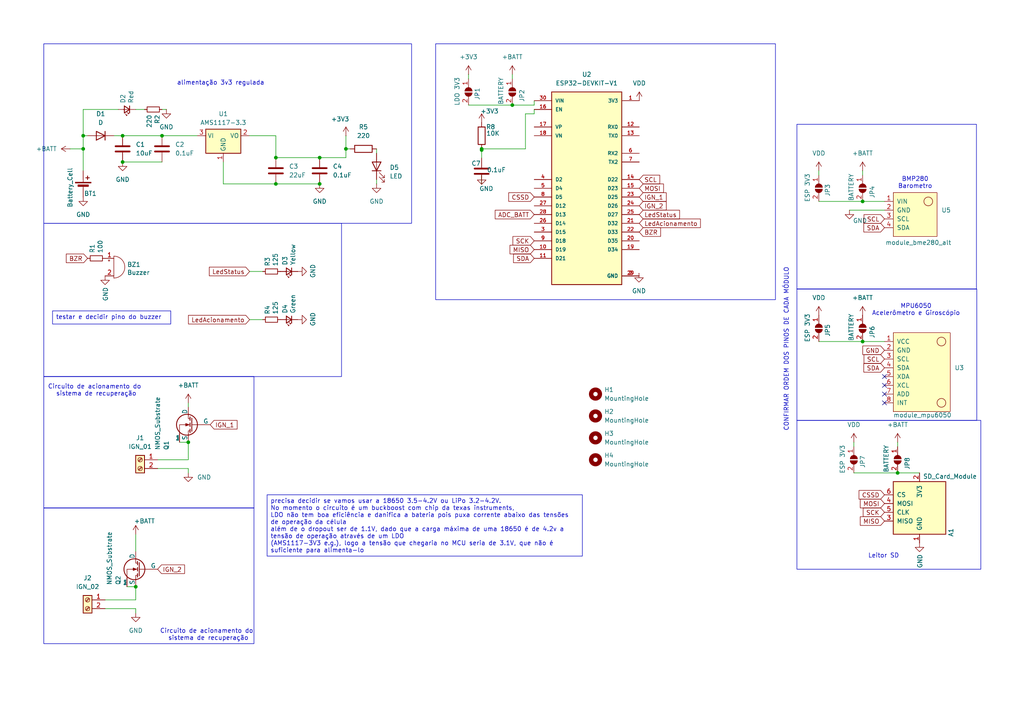
<source format=kicad_sch>
(kicad_sch
	(version 20231120)
	(generator "eeschema")
	(generator_version "8.0")
	(uuid "3ce34e37-2ee2-4e46-9b07-52a094645e67")
	(paper "A4")
	(title_block
		(title "Aviônica Jaburu")
		(date "30/08/2024")
		(rev "1.5")
		(company "Antares Foguetemodelismo")
	)
	(lib_symbols
		(symbol "Avionica-rescue:Buzzer-Device"
			(pin_names
				(offset 0.0254) hide)
			(exclude_from_sim no)
			(in_bom yes)
			(on_board yes)
			(property "Reference" "BZ"
				(at 3.81 1.27 0)
				(effects
					(font
						(size 1.27 1.27)
					)
					(justify left)
				)
			)
			(property "Value" "Device_Buzzer"
				(at 3.81 -1.27 0)
				(effects
					(font
						(size 1.27 1.27)
					)
					(justify left)
				)
			)
			(property "Footprint" ""
				(at -0.635 2.54 90)
				(effects
					(font
						(size 1.27 1.27)
					)
					(hide yes)
				)
			)
			(property "Datasheet" ""
				(at -0.635 2.54 90)
				(effects
					(font
						(size 1.27 1.27)
					)
					(hide yes)
				)
			)
			(property "Description" ""
				(at 0 0 0)
				(effects
					(font
						(size 1.27 1.27)
					)
					(hide yes)
				)
			)
			(property "ki_fp_filters" "*Buzzer*"
				(at 0 0 0)
				(effects
					(font
						(size 1.27 1.27)
					)
					(hide yes)
				)
			)
			(symbol "Buzzer-Device_0_1"
				(arc
					(start 0 -3.175)
					(mid 3.175 0)
					(end 0 3.175)
					(stroke
						(width 0)
						(type solid)
					)
					(fill
						(type none)
					)
				)
				(polyline
					(pts
						(xy -1.651 1.905) (xy -1.143 1.905)
					)
					(stroke
						(width 0)
						(type solid)
					)
					(fill
						(type none)
					)
				)
				(polyline
					(pts
						(xy -1.397 2.159) (xy -1.397 1.651)
					)
					(stroke
						(width 0)
						(type solid)
					)
					(fill
						(type none)
					)
				)
				(polyline
					(pts
						(xy 0 3.175) (xy 0 -3.175)
					)
					(stroke
						(width 0)
						(type solid)
					)
					(fill
						(type none)
					)
				)
			)
			(symbol "Buzzer-Device_1_1"
				(pin passive line
					(at -2.54 2.54 0)
					(length 2.54)
					(name "-"
						(effects
							(font
								(size 1.27 1.27)
							)
						)
					)
					(number "1"
						(effects
							(font
								(size 1.27 1.27)
							)
						)
					)
				)
				(pin passive line
					(at -2.54 -2.54 0)
					(length 2.54)
					(name "+"
						(effects
							(font
								(size 1.27 1.27)
							)
						)
					)
					(number "2"
						(effects
							(font
								(size 1.27 1.27)
							)
						)
					)
				)
			)
		)
		(symbol "Avionica-rescue:GND-power"
			(power)
			(pin_names
				(offset 0)
			)
			(exclude_from_sim no)
			(in_bom yes)
			(on_board yes)
			(property "Reference" "#PWR"
				(at 0 -6.35 0)
				(effects
					(font
						(size 1.27 1.27)
					)
					(hide yes)
				)
			)
			(property "Value" "power_GND"
				(at 0 -3.81 0)
				(effects
					(font
						(size 1.27 1.27)
					)
				)
			)
			(property "Footprint" ""
				(at 0 0 0)
				(effects
					(font
						(size 1.27 1.27)
					)
					(hide yes)
				)
			)
			(property "Datasheet" ""
				(at 0 0 0)
				(effects
					(font
						(size 1.27 1.27)
					)
					(hide yes)
				)
			)
			(property "Description" ""
				(at 0 0 0)
				(effects
					(font
						(size 1.27 1.27)
					)
					(hide yes)
				)
			)
			(symbol "GND-power_0_1"
				(polyline
					(pts
						(xy 0 0) (xy 0 -1.27) (xy 1.27 -1.27) (xy 0 -2.54) (xy -1.27 -1.27) (xy 0 -1.27)
					)
					(stroke
						(width 0)
						(type solid)
					)
					(fill
						(type none)
					)
				)
			)
			(symbol "GND-power_1_1"
				(pin power_in line
					(at 0 0 270)
					(length 0) hide
					(name "GND"
						(effects
							(font
								(size 1.27 1.27)
							)
						)
					)
					(number "1"
						(effects
							(font
								(size 1.27 1.27)
							)
						)
					)
				)
			)
		)
		(symbol "Avionica-rescue:SD_Card_Module-Charleslabs_Parts"
			(pin_names
				(offset 1.016)
			)
			(exclude_from_sim no)
			(in_bom yes)
			(on_board yes)
			(property "Reference" "A1"
				(at 9.1186 -8.382 90)
				(effects
					(font
						(size 1.27 1.27)
					)
					(justify left)
				)
			)
			(property "Value" "SD_Card_Module"
				(at 11.43 -8.382 90)
				(effects
					(font
						(size 1.27 1.27)
					)
					(justify left)
				)
			)
			(property "Footprint" "SDcard_module:SD_Card_Module"
				(at 24.13 1.27 0)
				(effects
					(font
						(size 1.27 1.27)
					)
					(hide yes)
				)
			)
			(property "Datasheet" ""
				(at -7.62 8.89 0)
				(effects
					(font
						(size 1.27 1.27)
					)
					(hide yes)
				)
			)
			(property "Description" ""
				(at 0 0 0)
				(effects
					(font
						(size 1.27 1.27)
					)
					(hide yes)
				)
			)
			(symbol "SD_Card_Module-Charleslabs_Parts_0_1"
				(rectangle
					(start -7.62 7.62)
					(end 7.62 -7.62)
					(stroke
						(width 0.254)
						(type solid)
					)
					(fill
						(type background)
					)
				)
			)
			(symbol "SD_Card_Module-Charleslabs_Parts_1_1"
				(pin power_in line
					(at 0 -10.16 90)
					(length 2.54)
					(name "GND"
						(effects
							(font
								(size 1.27 1.27)
							)
						)
					)
					(number "1"
						(effects
							(font
								(size 1.27 1.27)
							)
						)
					)
				)
				(pin power_in line
					(at 0 10.16 270)
					(length 2.54)
					(name "3V3"
						(effects
							(font
								(size 1.27 1.27)
							)
						)
					)
					(number "2"
						(effects
							(font
								(size 1.27 1.27)
							)
						)
					)
				)
				(pin output line
					(at -10.16 -3.81 0)
					(length 2.54)
					(name "MISO"
						(effects
							(font
								(size 1.27 1.27)
							)
						)
					)
					(number "3"
						(effects
							(font
								(size 1.27 1.27)
							)
						)
					)
				)
				(pin input line
					(at -10.16 1.27 0)
					(length 2.54)
					(name "MOSI"
						(effects
							(font
								(size 1.27 1.27)
							)
						)
					)
					(number "4"
						(effects
							(font
								(size 1.27 1.27)
							)
						)
					)
				)
				(pin input line
					(at -10.16 -1.27 0)
					(length 2.54)
					(name "CLK"
						(effects
							(font
								(size 1.27 1.27)
							)
						)
					)
					(number "5"
						(effects
							(font
								(size 1.27 1.27)
							)
						)
					)
				)
				(pin input line
					(at -10.16 3.81 0)
					(length 2.54)
					(name "CS"
						(effects
							(font
								(size 1.27 1.27)
							)
						)
					)
					(number "6"
						(effects
							(font
								(size 1.27 1.27)
							)
						)
					)
				)
			)
		)
		(symbol "Breakout boards:module_bme280_alt"
			(pin_names
				(offset 1.016)
			)
			(exclude_from_sim no)
			(in_bom yes)
			(on_board yes)
			(property "Reference" "U"
				(at 2.54 17.78 0)
				(effects
					(font
						(size 1.27 1.27)
					)
				)
			)
			(property "Value" "module_bme280_alt"
				(at 7.62 2.54 0)
				(effects
					(font
						(size 1.27 1.27)
					)
				)
			)
			(property "Footprint" "usini_sensors:module_bme280_alt"
				(at 8.89 0 0)
				(effects
					(font
						(size 1.27 1.27)
					)
					(hide yes)
				)
			)
			(property "Datasheet" ""
				(at 0 0 0)
				(effects
					(font
						(size 1.27 1.27)
					)
					(hide yes)
				)
			)
			(property "Description" ""
				(at 0 0 0)
				(effects
					(font
						(size 1.27 1.27)
					)
					(hide yes)
				)
			)
			(symbol "module_bme280_alt_0_1"
				(rectangle
					(start 2.54 16.51)
					(end 15.24 3.81)
					(stroke
						(width 0)
						(type default)
					)
					(fill
						(type background)
					)
				)
				(circle
					(center 12.7 13.97)
					(radius 1.27)
					(stroke
						(width 0)
						(type default)
					)
					(fill
						(type none)
					)
				)
			)
			(symbol "module_bme280_alt_1_1"
				(pin input line
					(at 0 13.97 0)
					(length 2.54)
					(name "VIN"
						(effects
							(font
								(size 1.27 1.27)
							)
						)
					)
					(number "1"
						(effects
							(font
								(size 1.27 1.27)
							)
						)
					)
				)
				(pin input line
					(at 0 11.43 0)
					(length 2.54)
					(name "GND"
						(effects
							(font
								(size 1.27 1.27)
							)
						)
					)
					(number "2"
						(effects
							(font
								(size 1.27 1.27)
							)
						)
					)
				)
				(pin input line
					(at 0 8.89 0)
					(length 2.54)
					(name "SCL"
						(effects
							(font
								(size 1.27 1.27)
							)
						)
					)
					(number "3"
						(effects
							(font
								(size 1.27 1.27)
							)
						)
					)
				)
				(pin input line
					(at 0 6.35 0)
					(length 2.54)
					(name "SDA"
						(effects
							(font
								(size 1.27 1.27)
							)
						)
					)
					(number "4"
						(effects
							(font
								(size 1.27 1.27)
							)
						)
					)
				)
			)
		)
		(symbol "Breakout boards:module_mpu6050"
			(pin_names
				(offset 1.016)
			)
			(exclude_from_sim no)
			(in_bom yes)
			(on_board yes)
			(property "Reference" "U"
				(at 2.54 21.59 0)
				(effects
					(font
						(size 1.27 1.27)
					)
				)
			)
			(property "Value" "module_mpu6050"
				(at 11.43 -3.81 0)
				(effects
					(font
						(size 1.27 1.27)
					)
				)
			)
			(property "Footprint" "usini_sensors:module_mpu6050"
				(at 11.43 -6.35 0)
				(effects
					(font
						(size 1.27 1.27)
					)
					(hide yes)
				)
			)
			(property "Datasheet" ""
				(at 0 6.35 0)
				(effects
					(font
						(size 1.27 1.27)
					)
					(hide yes)
				)
			)
			(property "Description" ""
				(at 0 0 0)
				(effects
					(font
						(size 1.27 1.27)
					)
					(hide yes)
				)
			)
			(symbol "module_mpu6050_0_1"
				(rectangle
					(start 2.54 20.32)
					(end 19.05 -2.54)
					(stroke
						(width 0)
						(type default)
					)
					(fill
						(type background)
					)
				)
				(circle
					(center 16.51 0)
					(radius 1.27)
					(stroke
						(width 0)
						(type default)
					)
					(fill
						(type none)
					)
				)
				(circle
					(center 16.51 17.78)
					(radius 1.27)
					(stroke
						(width 0)
						(type default)
					)
					(fill
						(type none)
					)
				)
			)
			(symbol "module_mpu6050_1_1"
				(pin input line
					(at 0 17.78 0)
					(length 2.54)
					(name "VCC"
						(effects
							(font
								(size 1.27 1.27)
							)
						)
					)
					(number "1"
						(effects
							(font
								(size 1.27 1.27)
							)
						)
					)
				)
				(pin input line
					(at 0 15.24 0)
					(length 2.54)
					(name "GND"
						(effects
							(font
								(size 1.27 1.27)
							)
						)
					)
					(number "2"
						(effects
							(font
								(size 1.27 1.27)
							)
						)
					)
				)
				(pin input line
					(at 0 12.7 0)
					(length 2.54)
					(name "SCL"
						(effects
							(font
								(size 1.27 1.27)
							)
						)
					)
					(number "3"
						(effects
							(font
								(size 1.27 1.27)
							)
						)
					)
				)
				(pin input line
					(at 0 10.16 0)
					(length 2.54)
					(name "SDA"
						(effects
							(font
								(size 1.27 1.27)
							)
						)
					)
					(number "4"
						(effects
							(font
								(size 1.27 1.27)
							)
						)
					)
				)
				(pin input line
					(at 0 7.62 0)
					(length 2.54)
					(name "XDA"
						(effects
							(font
								(size 1.27 1.27)
							)
						)
					)
					(number "5"
						(effects
							(font
								(size 1.27 1.27)
							)
						)
					)
				)
				(pin input line
					(at 0 5.08 0)
					(length 2.54)
					(name "XCL"
						(effects
							(font
								(size 1.27 1.27)
							)
						)
					)
					(number "6"
						(effects
							(font
								(size 1.27 1.27)
							)
						)
					)
				)
				(pin input line
					(at 0 2.54 0)
					(length 2.54)
					(name "ADD"
						(effects
							(font
								(size 1.27 1.27)
							)
						)
					)
					(number "7"
						(effects
							(font
								(size 1.27 1.27)
							)
						)
					)
				)
				(pin input line
					(at 0 0 0)
					(length 2.54)
					(name "INT"
						(effects
							(font
								(size 1.27 1.27)
							)
						)
					)
					(number "8"
						(effects
							(font
								(size 1.27 1.27)
							)
						)
					)
				)
			)
		)
		(symbol "Connector:Screw_Terminal_01x02"
			(pin_names
				(offset 1.016) hide)
			(exclude_from_sim no)
			(in_bom yes)
			(on_board yes)
			(property "Reference" "J"
				(at 0 2.54 0)
				(effects
					(font
						(size 1.27 1.27)
					)
				)
			)
			(property "Value" "Screw_Terminal_01x02"
				(at 0 -5.08 0)
				(effects
					(font
						(size 1.27 1.27)
					)
				)
			)
			(property "Footprint" ""
				(at 0 0 0)
				(effects
					(font
						(size 1.27 1.27)
					)
					(hide yes)
				)
			)
			(property "Datasheet" "~"
				(at 0 0 0)
				(effects
					(font
						(size 1.27 1.27)
					)
					(hide yes)
				)
			)
			(property "Description" "Generic screw terminal, single row, 01x02, script generated (kicad-library-utils/schlib/autogen/connector/)"
				(at 0 0 0)
				(effects
					(font
						(size 1.27 1.27)
					)
					(hide yes)
				)
			)
			(property "ki_keywords" "screw terminal"
				(at 0 0 0)
				(effects
					(font
						(size 1.27 1.27)
					)
					(hide yes)
				)
			)
			(property "ki_fp_filters" "TerminalBlock*:*"
				(at 0 0 0)
				(effects
					(font
						(size 1.27 1.27)
					)
					(hide yes)
				)
			)
			(symbol "Screw_Terminal_01x02_1_1"
				(rectangle
					(start -1.27 1.27)
					(end 1.27 -3.81)
					(stroke
						(width 0.254)
						(type default)
					)
					(fill
						(type background)
					)
				)
				(circle
					(center 0 -2.54)
					(radius 0.635)
					(stroke
						(width 0.1524)
						(type default)
					)
					(fill
						(type none)
					)
				)
				(polyline
					(pts
						(xy -0.5334 -2.2098) (xy 0.3302 -3.048)
					)
					(stroke
						(width 0.1524)
						(type default)
					)
					(fill
						(type none)
					)
				)
				(polyline
					(pts
						(xy -0.5334 0.3302) (xy 0.3302 -0.508)
					)
					(stroke
						(width 0.1524)
						(type default)
					)
					(fill
						(type none)
					)
				)
				(polyline
					(pts
						(xy -0.3556 -2.032) (xy 0.508 -2.8702)
					)
					(stroke
						(width 0.1524)
						(type default)
					)
					(fill
						(type none)
					)
				)
				(polyline
					(pts
						(xy -0.3556 0.508) (xy 0.508 -0.3302)
					)
					(stroke
						(width 0.1524)
						(type default)
					)
					(fill
						(type none)
					)
				)
				(circle
					(center 0 0)
					(radius 0.635)
					(stroke
						(width 0.1524)
						(type default)
					)
					(fill
						(type none)
					)
				)
				(pin passive line
					(at -5.08 0 0)
					(length 3.81)
					(name "Pin_1"
						(effects
							(font
								(size 1.27 1.27)
							)
						)
					)
					(number "1"
						(effects
							(font
								(size 1.27 1.27)
							)
						)
					)
				)
				(pin passive line
					(at -5.08 -2.54 0)
					(length 3.81)
					(name "Pin_2"
						(effects
							(font
								(size 1.27 1.27)
							)
						)
					)
					(number "2"
						(effects
							(font
								(size 1.27 1.27)
							)
						)
					)
				)
			)
		)
		(symbol "Device:Battery_Cell"
			(pin_numbers hide)
			(pin_names
				(offset 0) hide)
			(exclude_from_sim no)
			(in_bom yes)
			(on_board yes)
			(property "Reference" "BT"
				(at 2.54 2.54 0)
				(effects
					(font
						(size 1.27 1.27)
					)
					(justify left)
				)
			)
			(property "Value" "Battery_Cell"
				(at 2.54 0 0)
				(effects
					(font
						(size 1.27 1.27)
					)
					(justify left)
				)
			)
			(property "Footprint" ""
				(at 0 1.524 90)
				(effects
					(font
						(size 1.27 1.27)
					)
					(hide yes)
				)
			)
			(property "Datasheet" "~"
				(at 0 1.524 90)
				(effects
					(font
						(size 1.27 1.27)
					)
					(hide yes)
				)
			)
			(property "Description" "Single-cell battery"
				(at 0 0 0)
				(effects
					(font
						(size 1.27 1.27)
					)
					(hide yes)
				)
			)
			(property "ki_keywords" "battery cell"
				(at 0 0 0)
				(effects
					(font
						(size 1.27 1.27)
					)
					(hide yes)
				)
			)
			(symbol "Battery_Cell_0_1"
				(rectangle
					(start -2.286 1.778)
					(end 2.286 1.524)
					(stroke
						(width 0)
						(type default)
					)
					(fill
						(type outline)
					)
				)
				(rectangle
					(start -1.524 1.016)
					(end 1.524 0.508)
					(stroke
						(width 0)
						(type default)
					)
					(fill
						(type outline)
					)
				)
				(polyline
					(pts
						(xy 0 0.762) (xy 0 0)
					)
					(stroke
						(width 0)
						(type default)
					)
					(fill
						(type none)
					)
				)
				(polyline
					(pts
						(xy 0 1.778) (xy 0 2.54)
					)
					(stroke
						(width 0)
						(type default)
					)
					(fill
						(type none)
					)
				)
				(polyline
					(pts
						(xy 0.762 3.048) (xy 1.778 3.048)
					)
					(stroke
						(width 0.254)
						(type default)
					)
					(fill
						(type none)
					)
				)
				(polyline
					(pts
						(xy 1.27 3.556) (xy 1.27 2.54)
					)
					(stroke
						(width 0.254)
						(type default)
					)
					(fill
						(type none)
					)
				)
			)
			(symbol "Battery_Cell_1_1"
				(pin passive line
					(at 0 5.08 270)
					(length 2.54)
					(name "+"
						(effects
							(font
								(size 1.27 1.27)
							)
						)
					)
					(number "1"
						(effects
							(font
								(size 1.27 1.27)
							)
						)
					)
				)
				(pin passive line
					(at 0 -2.54 90)
					(length 2.54)
					(name "-"
						(effects
							(font
								(size 1.27 1.27)
							)
						)
					)
					(number "2"
						(effects
							(font
								(size 1.27 1.27)
							)
						)
					)
				)
			)
		)
		(symbol "Device:C"
			(pin_numbers hide)
			(pin_names
				(offset 0.254)
			)
			(exclude_from_sim no)
			(in_bom yes)
			(on_board yes)
			(property "Reference" "C"
				(at 0.635 2.54 0)
				(effects
					(font
						(size 1.27 1.27)
					)
					(justify left)
				)
			)
			(property "Value" "C"
				(at 0.635 -2.54 0)
				(effects
					(font
						(size 1.27 1.27)
					)
					(justify left)
				)
			)
			(property "Footprint" ""
				(at 0.9652 -3.81 0)
				(effects
					(font
						(size 1.27 1.27)
					)
					(hide yes)
				)
			)
			(property "Datasheet" "~"
				(at 0 0 0)
				(effects
					(font
						(size 1.27 1.27)
					)
					(hide yes)
				)
			)
			(property "Description" "Unpolarized capacitor"
				(at 0 0 0)
				(effects
					(font
						(size 1.27 1.27)
					)
					(hide yes)
				)
			)
			(property "ki_keywords" "cap capacitor"
				(at 0 0 0)
				(effects
					(font
						(size 1.27 1.27)
					)
					(hide yes)
				)
			)
			(property "ki_fp_filters" "C_*"
				(at 0 0 0)
				(effects
					(font
						(size 1.27 1.27)
					)
					(hide yes)
				)
			)
			(symbol "C_0_1"
				(polyline
					(pts
						(xy -2.032 -0.762) (xy 2.032 -0.762)
					)
					(stroke
						(width 0.508)
						(type default)
					)
					(fill
						(type none)
					)
				)
				(polyline
					(pts
						(xy -2.032 0.762) (xy 2.032 0.762)
					)
					(stroke
						(width 0.508)
						(type default)
					)
					(fill
						(type none)
					)
				)
			)
			(symbol "C_1_1"
				(pin passive line
					(at 0 3.81 270)
					(length 2.794)
					(name "~"
						(effects
							(font
								(size 1.27 1.27)
							)
						)
					)
					(number "1"
						(effects
							(font
								(size 1.27 1.27)
							)
						)
					)
				)
				(pin passive line
					(at 0 -3.81 90)
					(length 2.794)
					(name "~"
						(effects
							(font
								(size 1.27 1.27)
							)
						)
					)
					(number "2"
						(effects
							(font
								(size 1.27 1.27)
							)
						)
					)
				)
			)
		)
		(symbol "Device:D"
			(pin_numbers hide)
			(pin_names
				(offset 1.016) hide)
			(exclude_from_sim no)
			(in_bom yes)
			(on_board yes)
			(property "Reference" "D"
				(at 0 2.54 0)
				(effects
					(font
						(size 1.27 1.27)
					)
				)
			)
			(property "Value" "D"
				(at 0 -2.54 0)
				(effects
					(font
						(size 1.27 1.27)
					)
				)
			)
			(property "Footprint" ""
				(at 0 0 0)
				(effects
					(font
						(size 1.27 1.27)
					)
					(hide yes)
				)
			)
			(property "Datasheet" "~"
				(at 0 0 0)
				(effects
					(font
						(size 1.27 1.27)
					)
					(hide yes)
				)
			)
			(property "Description" "Diode"
				(at 0 0 0)
				(effects
					(font
						(size 1.27 1.27)
					)
					(hide yes)
				)
			)
			(property "Sim.Device" "D"
				(at 0 0 0)
				(effects
					(font
						(size 1.27 1.27)
					)
					(hide yes)
				)
			)
			(property "Sim.Pins" "1=K 2=A"
				(at 0 0 0)
				(effects
					(font
						(size 1.27 1.27)
					)
					(hide yes)
				)
			)
			(property "ki_keywords" "diode"
				(at 0 0 0)
				(effects
					(font
						(size 1.27 1.27)
					)
					(hide yes)
				)
			)
			(property "ki_fp_filters" "TO-???* *_Diode_* *SingleDiode* D_*"
				(at 0 0 0)
				(effects
					(font
						(size 1.27 1.27)
					)
					(hide yes)
				)
			)
			(symbol "D_0_1"
				(polyline
					(pts
						(xy -1.27 1.27) (xy -1.27 -1.27)
					)
					(stroke
						(width 0.254)
						(type default)
					)
					(fill
						(type none)
					)
				)
				(polyline
					(pts
						(xy 1.27 0) (xy -1.27 0)
					)
					(stroke
						(width 0)
						(type default)
					)
					(fill
						(type none)
					)
				)
				(polyline
					(pts
						(xy 1.27 1.27) (xy 1.27 -1.27) (xy -1.27 0) (xy 1.27 1.27)
					)
					(stroke
						(width 0.254)
						(type default)
					)
					(fill
						(type none)
					)
				)
			)
			(symbol "D_1_1"
				(pin passive line
					(at -3.81 0 0)
					(length 2.54)
					(name "K"
						(effects
							(font
								(size 1.27 1.27)
							)
						)
					)
					(number "1"
						(effects
							(font
								(size 1.27 1.27)
							)
						)
					)
				)
				(pin passive line
					(at 3.81 0 180)
					(length 2.54)
					(name "A"
						(effects
							(font
								(size 1.27 1.27)
							)
						)
					)
					(number "2"
						(effects
							(font
								(size 1.27 1.27)
							)
						)
					)
				)
			)
		)
		(symbol "Device:LED"
			(pin_numbers hide)
			(pin_names
				(offset 1.016) hide)
			(exclude_from_sim no)
			(in_bom yes)
			(on_board yes)
			(property "Reference" "D"
				(at 0 2.54 0)
				(effects
					(font
						(size 1.27 1.27)
					)
				)
			)
			(property "Value" "LED"
				(at 0 -2.54 0)
				(effects
					(font
						(size 1.27 1.27)
					)
				)
			)
			(property "Footprint" ""
				(at 0 0 0)
				(effects
					(font
						(size 1.27 1.27)
					)
					(hide yes)
				)
			)
			(property "Datasheet" "~"
				(at 0 0 0)
				(effects
					(font
						(size 1.27 1.27)
					)
					(hide yes)
				)
			)
			(property "Description" "Light emitting diode"
				(at 0 0 0)
				(effects
					(font
						(size 1.27 1.27)
					)
					(hide yes)
				)
			)
			(property "ki_keywords" "LED diode"
				(at 0 0 0)
				(effects
					(font
						(size 1.27 1.27)
					)
					(hide yes)
				)
			)
			(property "ki_fp_filters" "LED* LED_SMD:* LED_THT:*"
				(at 0 0 0)
				(effects
					(font
						(size 1.27 1.27)
					)
					(hide yes)
				)
			)
			(symbol "LED_0_1"
				(polyline
					(pts
						(xy -1.27 -1.27) (xy -1.27 1.27)
					)
					(stroke
						(width 0.254)
						(type default)
					)
					(fill
						(type none)
					)
				)
				(polyline
					(pts
						(xy -1.27 0) (xy 1.27 0)
					)
					(stroke
						(width 0)
						(type default)
					)
					(fill
						(type none)
					)
				)
				(polyline
					(pts
						(xy 1.27 -1.27) (xy 1.27 1.27) (xy -1.27 0) (xy 1.27 -1.27)
					)
					(stroke
						(width 0.254)
						(type default)
					)
					(fill
						(type none)
					)
				)
				(polyline
					(pts
						(xy -3.048 -0.762) (xy -4.572 -2.286) (xy -3.81 -2.286) (xy -4.572 -2.286) (xy -4.572 -1.524)
					)
					(stroke
						(width 0)
						(type default)
					)
					(fill
						(type none)
					)
				)
				(polyline
					(pts
						(xy -1.778 -0.762) (xy -3.302 -2.286) (xy -2.54 -2.286) (xy -3.302 -2.286) (xy -3.302 -1.524)
					)
					(stroke
						(width 0)
						(type default)
					)
					(fill
						(type none)
					)
				)
			)
			(symbol "LED_1_1"
				(pin passive line
					(at -3.81 0 0)
					(length 2.54)
					(name "K"
						(effects
							(font
								(size 1.27 1.27)
							)
						)
					)
					(number "1"
						(effects
							(font
								(size 1.27 1.27)
							)
						)
					)
				)
				(pin passive line
					(at 3.81 0 180)
					(length 2.54)
					(name "A"
						(effects
							(font
								(size 1.27 1.27)
							)
						)
					)
					(number "2"
						(effects
							(font
								(size 1.27 1.27)
							)
						)
					)
				)
			)
		)
		(symbol "Device:LED_Small"
			(pin_numbers hide)
			(pin_names
				(offset 0.254) hide)
			(exclude_from_sim no)
			(in_bom yes)
			(on_board yes)
			(property "Reference" "D"
				(at -1.27 3.175 0)
				(effects
					(font
						(size 1.27 1.27)
					)
					(justify left)
				)
			)
			(property "Value" "LED_Small"
				(at -4.445 -2.54 0)
				(effects
					(font
						(size 1.27 1.27)
					)
					(justify left)
				)
			)
			(property "Footprint" ""
				(at 0 0 90)
				(effects
					(font
						(size 1.27 1.27)
					)
					(hide yes)
				)
			)
			(property "Datasheet" "~"
				(at 0 0 90)
				(effects
					(font
						(size 1.27 1.27)
					)
					(hide yes)
				)
			)
			(property "Description" "Light emitting diode, small symbol"
				(at 0 0 0)
				(effects
					(font
						(size 1.27 1.27)
					)
					(hide yes)
				)
			)
			(property "ki_keywords" "LED diode light-emitting-diode"
				(at 0 0 0)
				(effects
					(font
						(size 1.27 1.27)
					)
					(hide yes)
				)
			)
			(property "ki_fp_filters" "LED* LED_SMD:* LED_THT:*"
				(at 0 0 0)
				(effects
					(font
						(size 1.27 1.27)
					)
					(hide yes)
				)
			)
			(symbol "LED_Small_0_1"
				(polyline
					(pts
						(xy -0.762 -1.016) (xy -0.762 1.016)
					)
					(stroke
						(width 0.254)
						(type default)
					)
					(fill
						(type none)
					)
				)
				(polyline
					(pts
						(xy 1.016 0) (xy -0.762 0)
					)
					(stroke
						(width 0)
						(type default)
					)
					(fill
						(type none)
					)
				)
				(polyline
					(pts
						(xy 0.762 -1.016) (xy -0.762 0) (xy 0.762 1.016) (xy 0.762 -1.016)
					)
					(stroke
						(width 0.254)
						(type default)
					)
					(fill
						(type none)
					)
				)
				(polyline
					(pts
						(xy 0 0.762) (xy -0.508 1.27) (xy -0.254 1.27) (xy -0.508 1.27) (xy -0.508 1.016)
					)
					(stroke
						(width 0)
						(type default)
					)
					(fill
						(type none)
					)
				)
				(polyline
					(pts
						(xy 0.508 1.27) (xy 0 1.778) (xy 0.254 1.778) (xy 0 1.778) (xy 0 1.524)
					)
					(stroke
						(width 0)
						(type default)
					)
					(fill
						(type none)
					)
				)
			)
			(symbol "LED_Small_1_1"
				(pin passive line
					(at -2.54 0 0)
					(length 1.778)
					(name "K"
						(effects
							(font
								(size 1.27 1.27)
							)
						)
					)
					(number "1"
						(effects
							(font
								(size 1.27 1.27)
							)
						)
					)
				)
				(pin passive line
					(at 2.54 0 180)
					(length 1.778)
					(name "A"
						(effects
							(font
								(size 1.27 1.27)
							)
						)
					)
					(number "2"
						(effects
							(font
								(size 1.27 1.27)
							)
						)
					)
				)
			)
		)
		(symbol "Device:R"
			(pin_numbers hide)
			(pin_names
				(offset 0)
			)
			(exclude_from_sim no)
			(in_bom yes)
			(on_board yes)
			(property "Reference" "R"
				(at 2.032 0 90)
				(effects
					(font
						(size 1.27 1.27)
					)
				)
			)
			(property "Value" "R"
				(at 0 0 90)
				(effects
					(font
						(size 1.27 1.27)
					)
				)
			)
			(property "Footprint" ""
				(at -1.778 0 90)
				(effects
					(font
						(size 1.27 1.27)
					)
					(hide yes)
				)
			)
			(property "Datasheet" "~"
				(at 0 0 0)
				(effects
					(font
						(size 1.27 1.27)
					)
					(hide yes)
				)
			)
			(property "Description" "Resistor"
				(at 0 0 0)
				(effects
					(font
						(size 1.27 1.27)
					)
					(hide yes)
				)
			)
			(property "ki_keywords" "R res resistor"
				(at 0 0 0)
				(effects
					(font
						(size 1.27 1.27)
					)
					(hide yes)
				)
			)
			(property "ki_fp_filters" "R_*"
				(at 0 0 0)
				(effects
					(font
						(size 1.27 1.27)
					)
					(hide yes)
				)
			)
			(symbol "R_0_1"
				(rectangle
					(start -1.016 -2.54)
					(end 1.016 2.54)
					(stroke
						(width 0.254)
						(type default)
					)
					(fill
						(type none)
					)
				)
			)
			(symbol "R_1_1"
				(pin passive line
					(at 0 3.81 270)
					(length 1.27)
					(name "~"
						(effects
							(font
								(size 1.27 1.27)
							)
						)
					)
					(number "1"
						(effects
							(font
								(size 1.27 1.27)
							)
						)
					)
				)
				(pin passive line
					(at 0 -3.81 90)
					(length 1.27)
					(name "~"
						(effects
							(font
								(size 1.27 1.27)
							)
						)
					)
					(number "2"
						(effects
							(font
								(size 1.27 1.27)
							)
						)
					)
				)
			)
		)
		(symbol "Device:R_Small"
			(pin_numbers hide)
			(pin_names
				(offset 0.254) hide)
			(exclude_from_sim no)
			(in_bom yes)
			(on_board yes)
			(property "Reference" "R"
				(at 0.762 0.508 0)
				(effects
					(font
						(size 1.27 1.27)
					)
					(justify left)
				)
			)
			(property "Value" "R_Small"
				(at 0.762 -1.016 0)
				(effects
					(font
						(size 1.27 1.27)
					)
					(justify left)
				)
			)
			(property "Footprint" ""
				(at 0 0 0)
				(effects
					(font
						(size 1.27 1.27)
					)
					(hide yes)
				)
			)
			(property "Datasheet" "~"
				(at 0 0 0)
				(effects
					(font
						(size 1.27 1.27)
					)
					(hide yes)
				)
			)
			(property "Description" "Resistor, small symbol"
				(at 0 0 0)
				(effects
					(font
						(size 1.27 1.27)
					)
					(hide yes)
				)
			)
			(property "ki_keywords" "R resistor"
				(at 0 0 0)
				(effects
					(font
						(size 1.27 1.27)
					)
					(hide yes)
				)
			)
			(property "ki_fp_filters" "R_*"
				(at 0 0 0)
				(effects
					(font
						(size 1.27 1.27)
					)
					(hide yes)
				)
			)
			(symbol "R_Small_0_1"
				(rectangle
					(start -0.762 1.778)
					(end 0.762 -1.778)
					(stroke
						(width 0.2032)
						(type default)
					)
					(fill
						(type none)
					)
				)
			)
			(symbol "R_Small_1_1"
				(pin passive line
					(at 0 2.54 270)
					(length 0.762)
					(name "~"
						(effects
							(font
								(size 1.27 1.27)
							)
						)
					)
					(number "1"
						(effects
							(font
								(size 1.27 1.27)
							)
						)
					)
				)
				(pin passive line
					(at 0 -2.54 90)
					(length 0.762)
					(name "~"
						(effects
							(font
								(size 1.27 1.27)
							)
						)
					)
					(number "2"
						(effects
							(font
								(size 1.27 1.27)
							)
						)
					)
				)
			)
		)
		(symbol "ESP32-DEVKIT-V1:ESP32-DEVKIT-V1"
			(pin_names
				(offset 1.016)
			)
			(exclude_from_sim no)
			(in_bom yes)
			(on_board yes)
			(property "Reference" "U"
				(at -10.16 30.48 0)
				(effects
					(font
						(size 1.27 1.27)
					)
					(justify left top)
				)
			)
			(property "Value" "ESP32-DEVKIT-V1"
				(at -10.16 -30.48 0)
				(effects
					(font
						(size 1.27 1.27)
					)
					(justify left bottom)
				)
			)
			(property "Footprint" "ESP32-DEVKIT-V1:MODULE_ESP32_DEVKIT_V1"
				(at 0 0 0)
				(effects
					(font
						(size 1.27 1.27)
					)
					(justify bottom)
					(hide yes)
				)
			)
			(property "Datasheet" ""
				(at 0 0 0)
				(effects
					(font
						(size 1.27 1.27)
					)
					(hide yes)
				)
			)
			(property "Description" ""
				(at 0 0 0)
				(effects
					(font
						(size 1.27 1.27)
					)
					(hide yes)
				)
			)
			(property "MF" "Do it"
				(at 0 0 0)
				(effects
					(font
						(size 1.27 1.27)
					)
					(justify bottom)
					(hide yes)
				)
			)
			(property "MAXIMUM_PACKAGE_HEIGHT" "6.8 mm"
				(at 0 0 0)
				(effects
					(font
						(size 1.27 1.27)
					)
					(justify bottom)
					(hide yes)
				)
			)
			(property "Package" "None"
				(at 0 0 0)
				(effects
					(font
						(size 1.27 1.27)
					)
					(justify bottom)
					(hide yes)
				)
			)
			(property "Price" "None"
				(at 0 0 0)
				(effects
					(font
						(size 1.27 1.27)
					)
					(justify bottom)
					(hide yes)
				)
			)
			(property "Check_prices" "https://www.snapeda.com/parts/ESP32-DEVKIT-V1/Do+it/view-part/?ref=eda"
				(at 0 0 0)
				(effects
					(font
						(size 1.27 1.27)
					)
					(justify bottom)
					(hide yes)
				)
			)
			(property "STANDARD" "Manufacturer Recommendations"
				(at 0 0 0)
				(effects
					(font
						(size 1.27 1.27)
					)
					(justify bottom)
					(hide yes)
				)
			)
			(property "PARTREV" "N/A"
				(at 0 0 0)
				(effects
					(font
						(size 1.27 1.27)
					)
					(justify bottom)
					(hide yes)
				)
			)
			(property "SnapEDA_Link" "https://www.snapeda.com/parts/ESP32-DEVKIT-V1/Do+it/view-part/?ref=snap"
				(at 0 0 0)
				(effects
					(font
						(size 1.27 1.27)
					)
					(justify bottom)
					(hide yes)
				)
			)
			(property "MP" "ESP32-DEVKIT-V1"
				(at 0 0 0)
				(effects
					(font
						(size 1.27 1.27)
					)
					(justify bottom)
					(hide yes)
				)
			)
			(property "Description_1" "\nDual core, Wi-Fi: 2.4 GHz up to 150 Mbits/s,BLE (Bluetooth Low Energy) and legacy Bluetooth, 32 bits, Up to 240 MHz\n"
				(at 0 0 0)
				(effects
					(font
						(size 1.27 1.27)
					)
					(justify bottom)
					(hide yes)
				)
			)
			(property "Availability" "Not in stock"
				(at 0 0 0)
				(effects
					(font
						(size 1.27 1.27)
					)
					(justify bottom)
					(hide yes)
				)
			)
			(property "MANUFACTURER" "DOIT"
				(at 0 0 0)
				(effects
					(font
						(size 1.27 1.27)
					)
					(justify bottom)
					(hide yes)
				)
			)
			(symbol "ESP32-DEVKIT-V1_0_0"
				(rectangle
					(start -10.16 -27.94)
					(end 10.16 27.94)
					(stroke
						(width 0.254)
						(type default)
					)
					(fill
						(type background)
					)
				)
				(pin output line
					(at 15.24 25.4 180)
					(length 5.08)
					(name "3V3"
						(effects
							(font
								(size 1.016 1.016)
							)
						)
					)
					(number "1"
						(effects
							(font
								(size 1.016 1.016)
							)
						)
					)
				)
				(pin bidirectional line
					(at -15.24 -17.78 0)
					(length 5.08)
					(name "D19"
						(effects
							(font
								(size 1.016 1.016)
							)
						)
					)
					(number "10"
						(effects
							(font
								(size 1.016 1.016)
							)
						)
					)
				)
				(pin bidirectional line
					(at -15.24 -20.32 0)
					(length 5.08)
					(name "D21"
						(effects
							(font
								(size 1.016 1.016)
							)
						)
					)
					(number "11"
						(effects
							(font
								(size 1.016 1.016)
							)
						)
					)
				)
				(pin input line
					(at 15.24 17.78 180)
					(length 5.08)
					(name "RX0"
						(effects
							(font
								(size 1.016 1.016)
							)
						)
					)
					(number "12"
						(effects
							(font
								(size 1.016 1.016)
							)
						)
					)
				)
				(pin output line
					(at 15.24 15.24 180)
					(length 5.08)
					(name "TX0"
						(effects
							(font
								(size 1.016 1.016)
							)
						)
					)
					(number "13"
						(effects
							(font
								(size 1.016 1.016)
							)
						)
					)
				)
				(pin bidirectional line
					(at 15.24 2.54 180)
					(length 5.08)
					(name "D22"
						(effects
							(font
								(size 1.016 1.016)
							)
						)
					)
					(number "14"
						(effects
							(font
								(size 1.016 1.016)
							)
						)
					)
				)
				(pin bidirectional line
					(at 15.24 0 180)
					(length 5.08)
					(name "D23"
						(effects
							(font
								(size 1.016 1.016)
							)
						)
					)
					(number "15"
						(effects
							(font
								(size 1.016 1.016)
							)
						)
					)
				)
				(pin input line
					(at -15.24 22.86 0)
					(length 5.08)
					(name "EN"
						(effects
							(font
								(size 1.016 1.016)
							)
						)
					)
					(number "16"
						(effects
							(font
								(size 1.016 1.016)
							)
						)
					)
				)
				(pin bidirectional line
					(at -15.24 17.78 0)
					(length 5.08)
					(name "VP"
						(effects
							(font
								(size 1.016 1.016)
							)
						)
					)
					(number "17"
						(effects
							(font
								(size 1.016 1.016)
							)
						)
					)
				)
				(pin bidirectional line
					(at -15.24 15.24 0)
					(length 5.08)
					(name "VN"
						(effects
							(font
								(size 1.016 1.016)
							)
						)
					)
					(number "18"
						(effects
							(font
								(size 1.016 1.016)
							)
						)
					)
				)
				(pin bidirectional line
					(at 15.24 -17.78 180)
					(length 5.08)
					(name "D34"
						(effects
							(font
								(size 1.016 1.016)
							)
						)
					)
					(number "19"
						(effects
							(font
								(size 1.016 1.016)
							)
						)
					)
				)
				(pin power_in line
					(at 15.24 -25.4 180)
					(length 5.08)
					(name "GND"
						(effects
							(font
								(size 1.016 1.016)
							)
						)
					)
					(number "2"
						(effects
							(font
								(size 1.016 1.016)
							)
						)
					)
				)
				(pin bidirectional line
					(at 15.24 -15.24 180)
					(length 5.08)
					(name "D35"
						(effects
							(font
								(size 1.016 1.016)
							)
						)
					)
					(number "20"
						(effects
							(font
								(size 1.016 1.016)
							)
						)
					)
				)
				(pin bidirectional line
					(at 15.24 -10.16 180)
					(length 5.08)
					(name "D32"
						(effects
							(font
								(size 1.016 1.016)
							)
						)
					)
					(number "21"
						(effects
							(font
								(size 1.016 1.016)
							)
						)
					)
				)
				(pin bidirectional line
					(at 15.24 -12.7 180)
					(length 5.08)
					(name "D33"
						(effects
							(font
								(size 1.016 1.016)
							)
						)
					)
					(number "22"
						(effects
							(font
								(size 1.016 1.016)
							)
						)
					)
				)
				(pin bidirectional line
					(at 15.24 -2.54 180)
					(length 5.08)
					(name "D25"
						(effects
							(font
								(size 1.016 1.016)
							)
						)
					)
					(number "23"
						(effects
							(font
								(size 1.016 1.016)
							)
						)
					)
				)
				(pin bidirectional line
					(at 15.24 -5.08 180)
					(length 5.08)
					(name "D26"
						(effects
							(font
								(size 1.016 1.016)
							)
						)
					)
					(number "24"
						(effects
							(font
								(size 1.016 1.016)
							)
						)
					)
				)
				(pin bidirectional line
					(at 15.24 -7.62 180)
					(length 5.08)
					(name "D27"
						(effects
							(font
								(size 1.016 1.016)
							)
						)
					)
					(number "25"
						(effects
							(font
								(size 1.016 1.016)
							)
						)
					)
				)
				(pin bidirectional line
					(at -15.24 -10.16 0)
					(length 5.08)
					(name "D14"
						(effects
							(font
								(size 1.016 1.016)
							)
						)
					)
					(number "26"
						(effects
							(font
								(size 1.016 1.016)
							)
						)
					)
				)
				(pin bidirectional line
					(at -15.24 -5.08 0)
					(length 5.08)
					(name "D12"
						(effects
							(font
								(size 1.016 1.016)
							)
						)
					)
					(number "27"
						(effects
							(font
								(size 1.016 1.016)
							)
						)
					)
				)
				(pin bidirectional line
					(at -15.24 -7.62 0)
					(length 5.08)
					(name "D13"
						(effects
							(font
								(size 1.016 1.016)
							)
						)
					)
					(number "28"
						(effects
							(font
								(size 1.016 1.016)
							)
						)
					)
				)
				(pin power_in line
					(at 15.24 -25.4 180)
					(length 5.08)
					(name "GND"
						(effects
							(font
								(size 1.016 1.016)
							)
						)
					)
					(number "29"
						(effects
							(font
								(size 1.016 1.016)
							)
						)
					)
				)
				(pin bidirectional line
					(at -15.24 -12.7 0)
					(length 5.08)
					(name "D15"
						(effects
							(font
								(size 1.016 1.016)
							)
						)
					)
					(number "3"
						(effects
							(font
								(size 1.016 1.016)
							)
						)
					)
				)
				(pin input line
					(at -15.24 25.4 0)
					(length 5.08)
					(name "VIN"
						(effects
							(font
								(size 1.016 1.016)
							)
						)
					)
					(number "30"
						(effects
							(font
								(size 1.016 1.016)
							)
						)
					)
				)
				(pin bidirectional line
					(at -15.24 2.54 0)
					(length 5.08)
					(name "D2"
						(effects
							(font
								(size 1.016 1.016)
							)
						)
					)
					(number "4"
						(effects
							(font
								(size 1.016 1.016)
							)
						)
					)
				)
				(pin bidirectional line
					(at -15.24 0 0)
					(length 5.08)
					(name "D4"
						(effects
							(font
								(size 1.016 1.016)
							)
						)
					)
					(number "5"
						(effects
							(font
								(size 1.016 1.016)
							)
						)
					)
				)
				(pin input line
					(at 15.24 10.16 180)
					(length 5.08)
					(name "RX2"
						(effects
							(font
								(size 1.016 1.016)
							)
						)
					)
					(number "6"
						(effects
							(font
								(size 1.016 1.016)
							)
						)
					)
				)
				(pin output line
					(at 15.24 7.62 180)
					(length 5.08)
					(name "TX2"
						(effects
							(font
								(size 1.016 1.016)
							)
						)
					)
					(number "7"
						(effects
							(font
								(size 1.016 1.016)
							)
						)
					)
				)
				(pin bidirectional line
					(at -15.24 -2.54 0)
					(length 5.08)
					(name "D5"
						(effects
							(font
								(size 1.016 1.016)
							)
						)
					)
					(number "8"
						(effects
							(font
								(size 1.016 1.016)
							)
						)
					)
				)
				(pin bidirectional line
					(at -15.24 -15.24 0)
					(length 5.08)
					(name "D18"
						(effects
							(font
								(size 1.016 1.016)
							)
						)
					)
					(number "9"
						(effects
							(font
								(size 1.016 1.016)
							)
						)
					)
				)
			)
		)
		(symbol "ESP32-S2-rescue:C-Device"
			(pin_numbers hide)
			(pin_names
				(offset 0.254)
			)
			(exclude_from_sim no)
			(in_bom yes)
			(on_board yes)
			(property "Reference" "C"
				(at 0.635 2.54 0)
				(effects
					(font
						(size 1.27 1.27)
					)
					(justify left)
				)
			)
			(property "Value" "C-Device"
				(at 0.635 -2.54 0)
				(effects
					(font
						(size 1.27 1.27)
					)
					(justify left)
				)
			)
			(property "Footprint" ""
				(at 0.9652 -3.81 0)
				(effects
					(font
						(size 1.27 1.27)
					)
					(hide yes)
				)
			)
			(property "Datasheet" ""
				(at 0 0 0)
				(effects
					(font
						(size 1.27 1.27)
					)
					(hide yes)
				)
			)
			(property "Description" ""
				(at 0 0 0)
				(effects
					(font
						(size 1.27 1.27)
					)
					(hide yes)
				)
			)
			(property "ki_fp_filters" "C_*"
				(at 0 0 0)
				(effects
					(font
						(size 1.27 1.27)
					)
					(hide yes)
				)
			)
			(symbol "C-Device_0_1"
				(polyline
					(pts
						(xy -2.032 -0.762) (xy 2.032 -0.762)
					)
					(stroke
						(width 0.508)
						(type solid)
					)
					(fill
						(type none)
					)
				)
				(polyline
					(pts
						(xy -2.032 0.762) (xy 2.032 0.762)
					)
					(stroke
						(width 0.508)
						(type solid)
					)
					(fill
						(type none)
					)
				)
			)
			(symbol "C-Device_1_1"
				(pin passive line
					(at 0 3.81 270)
					(length 2.794)
					(name "~"
						(effects
							(font
								(size 1.27 1.27)
							)
						)
					)
					(number "1"
						(effects
							(font
								(size 1.27 1.27)
							)
						)
					)
				)
				(pin passive line
					(at 0 -3.81 90)
					(length 2.794)
					(name "~"
						(effects
							(font
								(size 1.27 1.27)
							)
						)
					)
					(number "2"
						(effects
							(font
								(size 1.27 1.27)
							)
						)
					)
				)
			)
		)
		(symbol "ESP32-S2-rescue:R-Device"
			(pin_numbers hide)
			(pin_names
				(offset 0)
			)
			(exclude_from_sim no)
			(in_bom yes)
			(on_board yes)
			(property "Reference" "R"
				(at 2.032 0 90)
				(effects
					(font
						(size 1.27 1.27)
					)
				)
			)
			(property "Value" "R-Device"
				(at 0 0 90)
				(effects
					(font
						(size 1.27 1.27)
					)
				)
			)
			(property "Footprint" ""
				(at -1.778 0 90)
				(effects
					(font
						(size 1.27 1.27)
					)
					(hide yes)
				)
			)
			(property "Datasheet" ""
				(at 0 0 0)
				(effects
					(font
						(size 1.27 1.27)
					)
					(hide yes)
				)
			)
			(property "Description" ""
				(at 0 0 0)
				(effects
					(font
						(size 1.27 1.27)
					)
					(hide yes)
				)
			)
			(property "ki_fp_filters" "R_*"
				(at 0 0 0)
				(effects
					(font
						(size 1.27 1.27)
					)
					(hide yes)
				)
			)
			(symbol "R-Device_0_1"
				(rectangle
					(start -1.016 -2.54)
					(end 1.016 2.54)
					(stroke
						(width 0.254)
						(type solid)
					)
					(fill
						(type none)
					)
				)
			)
			(symbol "R-Device_1_1"
				(pin passive line
					(at 0 3.81 270)
					(length 1.27)
					(name "~"
						(effects
							(font
								(size 1.27 1.27)
							)
						)
					)
					(number "1"
						(effects
							(font
								(size 1.27 1.27)
							)
						)
					)
				)
				(pin passive line
					(at 0 -3.81 90)
					(length 1.27)
					(name "~"
						(effects
							(font
								(size 1.27 1.27)
							)
						)
					)
					(number "2"
						(effects
							(font
								(size 1.27 1.27)
							)
						)
					)
				)
			)
		)
		(symbol "GND_3"
			(power)
			(pin_numbers hide)
			(pin_names
				(offset 0) hide)
			(exclude_from_sim no)
			(in_bom yes)
			(on_board yes)
			(property "Reference" "#PWR"
				(at 0 -6.35 0)
				(effects
					(font
						(size 1.27 1.27)
					)
					(hide yes)
				)
			)
			(property "Value" "GND"
				(at 0 -3.81 0)
				(effects
					(font
						(size 1.27 1.27)
					)
				)
			)
			(property "Footprint" ""
				(at 0 0 0)
				(effects
					(font
						(size 1.27 1.27)
					)
					(hide yes)
				)
			)
			(property "Datasheet" ""
				(at 0 0 0)
				(effects
					(font
						(size 1.27 1.27)
					)
					(hide yes)
				)
			)
			(property "Description" "Power symbol creates a global label with name \"GND\" , ground"
				(at 0 0 0)
				(effects
					(font
						(size 1.27 1.27)
					)
					(hide yes)
				)
			)
			(property "ki_keywords" "global power"
				(at 0 0 0)
				(effects
					(font
						(size 1.27 1.27)
					)
					(hide yes)
				)
			)
			(symbol "GND_3_0_1"
				(polyline
					(pts
						(xy 0 0) (xy 0 -1.27) (xy 1.27 -1.27) (xy 0 -2.54) (xy -1.27 -1.27) (xy 0 -1.27)
					)
					(stroke
						(width 0)
						(type default)
					)
					(fill
						(type none)
					)
				)
			)
			(symbol "GND_3_1_1"
				(pin power_in line
					(at 0 0 270)
					(length 0)
					(name "~"
						(effects
							(font
								(size 1.27 1.27)
							)
						)
					)
					(number "1"
						(effects
							(font
								(size 1.27 1.27)
							)
						)
					)
				)
			)
		)
		(symbol "Jumper:SolderJumper_2_Open"
			(pin_names
				(offset 0) hide)
			(exclude_from_sim no)
			(in_bom yes)
			(on_board yes)
			(property "Reference" "JP"
				(at 0 2.032 0)
				(effects
					(font
						(size 1.27 1.27)
					)
				)
			)
			(property "Value" "SolderJumper_2_Open"
				(at 0 -2.54 0)
				(effects
					(font
						(size 1.27 1.27)
					)
				)
			)
			(property "Footprint" ""
				(at 0 0 0)
				(effects
					(font
						(size 1.27 1.27)
					)
					(hide yes)
				)
			)
			(property "Datasheet" "~"
				(at 0 0 0)
				(effects
					(font
						(size 1.27 1.27)
					)
					(hide yes)
				)
			)
			(property "Description" "Solder Jumper, 2-pole, open"
				(at 0 0 0)
				(effects
					(font
						(size 1.27 1.27)
					)
					(hide yes)
				)
			)
			(property "ki_keywords" "solder jumper SPST"
				(at 0 0 0)
				(effects
					(font
						(size 1.27 1.27)
					)
					(hide yes)
				)
			)
			(property "ki_fp_filters" "SolderJumper*Open*"
				(at 0 0 0)
				(effects
					(font
						(size 1.27 1.27)
					)
					(hide yes)
				)
			)
			(symbol "SolderJumper_2_Open_0_1"
				(arc
					(start -0.254 1.016)
					(mid -1.2656 0)
					(end -0.254 -1.016)
					(stroke
						(width 0)
						(type default)
					)
					(fill
						(type none)
					)
				)
				(arc
					(start -0.254 1.016)
					(mid -1.2656 0)
					(end -0.254 -1.016)
					(stroke
						(width 0)
						(type default)
					)
					(fill
						(type outline)
					)
				)
				(polyline
					(pts
						(xy -0.254 1.016) (xy -0.254 -1.016)
					)
					(stroke
						(width 0)
						(type default)
					)
					(fill
						(type none)
					)
				)
				(polyline
					(pts
						(xy 0.254 1.016) (xy 0.254 -1.016)
					)
					(stroke
						(width 0)
						(type default)
					)
					(fill
						(type none)
					)
				)
				(arc
					(start 0.254 -1.016)
					(mid 1.2656 0)
					(end 0.254 1.016)
					(stroke
						(width 0)
						(type default)
					)
					(fill
						(type none)
					)
				)
				(arc
					(start 0.254 -1.016)
					(mid 1.2656 0)
					(end 0.254 1.016)
					(stroke
						(width 0)
						(type default)
					)
					(fill
						(type outline)
					)
				)
			)
			(symbol "SolderJumper_2_Open_1_1"
				(pin passive line
					(at -3.81 0 0)
					(length 2.54)
					(name "A"
						(effects
							(font
								(size 1.27 1.27)
							)
						)
					)
					(number "1"
						(effects
							(font
								(size 1.27 1.27)
							)
						)
					)
				)
				(pin passive line
					(at 3.81 0 180)
					(length 2.54)
					(name "B"
						(effects
							(font
								(size 1.27 1.27)
							)
						)
					)
					(number "2"
						(effects
							(font
								(size 1.27 1.27)
							)
						)
					)
				)
			)
		)
		(symbol "Mechanical:MountingHole"
			(pin_names
				(offset 1.016)
			)
			(exclude_from_sim no)
			(in_bom yes)
			(on_board yes)
			(property "Reference" "H"
				(at 0 5.08 0)
				(effects
					(font
						(size 1.27 1.27)
					)
				)
			)
			(property "Value" "MountingHole"
				(at 0 3.175 0)
				(effects
					(font
						(size 1.27 1.27)
					)
				)
			)
			(property "Footprint" ""
				(at 0 0 0)
				(effects
					(font
						(size 1.27 1.27)
					)
					(hide yes)
				)
			)
			(property "Datasheet" "~"
				(at 0 0 0)
				(effects
					(font
						(size 1.27 1.27)
					)
					(hide yes)
				)
			)
			(property "Description" "Mounting Hole without connection"
				(at 0 0 0)
				(effects
					(font
						(size 1.27 1.27)
					)
					(hide yes)
				)
			)
			(property "ki_keywords" "mounting hole"
				(at 0 0 0)
				(effects
					(font
						(size 1.27 1.27)
					)
					(hide yes)
				)
			)
			(property "ki_fp_filters" "MountingHole*"
				(at 0 0 0)
				(effects
					(font
						(size 1.27 1.27)
					)
					(hide yes)
				)
			)
			(symbol "MountingHole_0_1"
				(circle
					(center 0 0)
					(radius 1.27)
					(stroke
						(width 1.27)
						(type default)
					)
					(fill
						(type none)
					)
				)
			)
		)
		(symbol "Regulator_Linear:AMS1117-3.3"
			(exclude_from_sim no)
			(in_bom yes)
			(on_board yes)
			(property "Reference" "U"
				(at -3.81 3.175 0)
				(effects
					(font
						(size 1.27 1.27)
					)
				)
			)
			(property "Value" "AMS1117-3.3"
				(at 0 3.175 0)
				(effects
					(font
						(size 1.27 1.27)
					)
					(justify left)
				)
			)
			(property "Footprint" "Package_TO_SOT_SMD:SOT-223-3_TabPin2"
				(at 0 5.08 0)
				(effects
					(font
						(size 1.27 1.27)
					)
					(hide yes)
				)
			)
			(property "Datasheet" "http://www.advanced-monolithic.com/pdf/ds1117.pdf"
				(at 2.54 -6.35 0)
				(effects
					(font
						(size 1.27 1.27)
					)
					(hide yes)
				)
			)
			(property "Description" "1A Low Dropout regulator, positive, 3.3V fixed output, SOT-223"
				(at 0 0 0)
				(effects
					(font
						(size 1.27 1.27)
					)
					(hide yes)
				)
			)
			(property "ki_keywords" "linear regulator ldo fixed positive"
				(at 0 0 0)
				(effects
					(font
						(size 1.27 1.27)
					)
					(hide yes)
				)
			)
			(property "ki_fp_filters" "SOT?223*TabPin2*"
				(at 0 0 0)
				(effects
					(font
						(size 1.27 1.27)
					)
					(hide yes)
				)
			)
			(symbol "AMS1117-3.3_0_1"
				(rectangle
					(start -5.08 -5.08)
					(end 5.08 1.905)
					(stroke
						(width 0.254)
						(type default)
					)
					(fill
						(type background)
					)
				)
			)
			(symbol "AMS1117-3.3_1_1"
				(pin power_in line
					(at 0 -7.62 90)
					(length 2.54)
					(name "GND"
						(effects
							(font
								(size 1.27 1.27)
							)
						)
					)
					(number "1"
						(effects
							(font
								(size 1.27 1.27)
							)
						)
					)
				)
				(pin power_out line
					(at 7.62 0 180)
					(length 2.54)
					(name "VO"
						(effects
							(font
								(size 1.27 1.27)
							)
						)
					)
					(number "2"
						(effects
							(font
								(size 1.27 1.27)
							)
						)
					)
				)
				(pin power_in line
					(at -7.62 0 0)
					(length 2.54)
					(name "VI"
						(effects
							(font
								(size 1.27 1.27)
							)
						)
					)
					(number "3"
						(effects
							(font
								(size 1.27 1.27)
							)
						)
					)
				)
			)
		)
		(symbol "Simulation_SPICE:NMOS_Substrate"
			(pin_numbers hide)
			(pin_names
				(offset 0)
			)
			(exclude_from_sim no)
			(in_bom yes)
			(on_board yes)
			(property "Reference" "Q"
				(at 6.985 1.27 0)
				(effects
					(font
						(size 1.27 1.27)
					)
					(justify left)
				)
			)
			(property "Value" "NMOS_Substrate"
				(at 6.985 -1.27 0)
				(effects
					(font
						(size 1.27 1.27)
					)
					(justify left)
				)
			)
			(property "Footprint" ""
				(at 29.845 0 0)
				(effects
					(font
						(size 1.27 1.27)
					)
					(hide yes)
				)
			)
			(property "Datasheet" "https://ngspice.sourceforge.io/docs/ngspice-html-manual/manual.xhtml#cha_MOSFETs"
				(at 0 -19.05 0)
				(effects
					(font
						(size 1.27 1.27)
					)
					(hide yes)
				)
			)
			(property "Description" "N-channel MOSFET symbol with substrate (bulk) pin"
				(at 0 0 0)
				(effects
					(font
						(size 1.27 1.27)
					)
					(hide yes)
				)
			)
			(property "Sim.Device" "NMOS"
				(at 0 -16.51 0)
				(effects
					(font
						(size 1.27 1.27)
					)
					(hide yes)
				)
			)
			(property "Sim.Type" "MOS1"
				(at 0 -14.605 0)
				(effects
					(font
						(size 1.27 1.27)
					)
					(hide yes)
				)
			)
			(property "Sim.Pins" "1=D 2=G 3=S 4=B"
				(at 0 -12.7 0)
				(effects
					(font
						(size 1.27 1.27)
					)
					(hide yes)
				)
			)
			(property "ki_keywords" "mosfet nmos simulation"
				(at 0 0 0)
				(effects
					(font
						(size 1.27 1.27)
					)
					(hide yes)
				)
			)
			(symbol "NMOS_Substrate_0_1"
				(polyline
					(pts
						(xy 1.524 0) (xy -1.27 0)
					)
					(stroke
						(width 0)
						(type default)
					)
					(fill
						(type none)
					)
				)
				(polyline
					(pts
						(xy 1.524 1.905) (xy 1.524 -1.905)
					)
					(stroke
						(width 0.254)
						(type default)
					)
					(fill
						(type none)
					)
				)
				(polyline
					(pts
						(xy 2.032 -1.27) (xy 2.032 -2.286)
					)
					(stroke
						(width 0.254)
						(type default)
					)
					(fill
						(type none)
					)
				)
				(polyline
					(pts
						(xy 2.032 0.508) (xy 2.032 -0.508)
					)
					(stroke
						(width 0.254)
						(type default)
					)
					(fill
						(type none)
					)
				)
				(polyline
					(pts
						(xy 2.032 2.286) (xy 2.032 1.27)
					)
					(stroke
						(width 0.254)
						(type default)
					)
					(fill
						(type none)
					)
				)
				(polyline
					(pts
						(xy 2.032 1.778) (xy 2.54 1.778) (xy 2.54 2.54)
					)
					(stroke
						(width 0)
						(type default)
					)
					(fill
						(type none)
					)
				)
				(polyline
					(pts
						(xy 2.54 -2.54) (xy 2.54 -1.778) (xy 2.032 -1.778)
					)
					(stroke
						(width 0)
						(type default)
					)
					(fill
						(type none)
					)
				)
				(polyline
					(pts
						(xy 5.08 -2.54) (xy 5.08 0) (xy 2.032 0)
					)
					(stroke
						(width 0)
						(type default)
					)
					(fill
						(type none)
					)
				)
				(polyline
					(pts
						(xy 2.286 0) (xy 3.302 0.381) (xy 3.302 -0.381) (xy 2.286 0)
					)
					(stroke
						(width 0)
						(type default)
					)
					(fill
						(type outline)
					)
				)
				(circle
					(center 2.921 0)
					(radius 3.0294)
					(stroke
						(width 0.254)
						(type default)
					)
					(fill
						(type none)
					)
				)
			)
			(symbol "NMOS_Substrate_1_1"
				(pin passive line
					(at 2.54 5.08 270)
					(length 2.54)
					(name "D"
						(effects
							(font
								(size 1.27 1.27)
							)
						)
					)
					(number "1"
						(effects
							(font
								(size 1.27 1.27)
							)
						)
					)
				)
				(pin input line
					(at -3.81 0 0)
					(length 2.54)
					(name "G"
						(effects
							(font
								(size 1.27 1.27)
							)
						)
					)
					(number "2"
						(effects
							(font
								(size 1.27 1.27)
							)
						)
					)
				)
				(pin passive line
					(at 2.54 -5.08 90)
					(length 2.54)
					(name "S"
						(effects
							(font
								(size 1.27 1.27)
							)
						)
					)
					(number "3"
						(effects
							(font
								(size 1.27 1.27)
							)
						)
					)
				)
				(pin input line
					(at 5.08 -5.08 90)
					(length 2.54)
					(name "Bulk"
						(effects
							(font
								(size 0.508 0.508)
							)
						)
					)
					(number "4"
						(effects
							(font
								(size 1.27 1.27)
							)
						)
					)
				)
			)
		)
		(symbol "power:+3V3"
			(power)
			(pin_numbers hide)
			(pin_names
				(offset 0) hide)
			(exclude_from_sim no)
			(in_bom yes)
			(on_board yes)
			(property "Reference" "#PWR"
				(at 0 -3.81 0)
				(effects
					(font
						(size 1.27 1.27)
					)
					(hide yes)
				)
			)
			(property "Value" "+3V3"
				(at 0 3.556 0)
				(effects
					(font
						(size 1.27 1.27)
					)
				)
			)
			(property "Footprint" ""
				(at 0 0 0)
				(effects
					(font
						(size 1.27 1.27)
					)
					(hide yes)
				)
			)
			(property "Datasheet" ""
				(at 0 0 0)
				(effects
					(font
						(size 1.27 1.27)
					)
					(hide yes)
				)
			)
			(property "Description" "Power symbol creates a global label with name \"+3V3\""
				(at 0 0 0)
				(effects
					(font
						(size 1.27 1.27)
					)
					(hide yes)
				)
			)
			(property "ki_keywords" "global power"
				(at 0 0 0)
				(effects
					(font
						(size 1.27 1.27)
					)
					(hide yes)
				)
			)
			(symbol "+3V3_0_1"
				(polyline
					(pts
						(xy -0.762 1.27) (xy 0 2.54)
					)
					(stroke
						(width 0)
						(type default)
					)
					(fill
						(type none)
					)
				)
				(polyline
					(pts
						(xy 0 0) (xy 0 2.54)
					)
					(stroke
						(width 0)
						(type default)
					)
					(fill
						(type none)
					)
				)
				(polyline
					(pts
						(xy 0 2.54) (xy 0.762 1.27)
					)
					(stroke
						(width 0)
						(type default)
					)
					(fill
						(type none)
					)
				)
			)
			(symbol "+3V3_1_1"
				(pin power_in line
					(at 0 0 90)
					(length 0)
					(name "~"
						(effects
							(font
								(size 1.27 1.27)
							)
						)
					)
					(number "1"
						(effects
							(font
								(size 1.27 1.27)
							)
						)
					)
				)
			)
		)
		(symbol "power:+BATT"
			(power)
			(pin_numbers hide)
			(pin_names
				(offset 0) hide)
			(exclude_from_sim no)
			(in_bom yes)
			(on_board yes)
			(property "Reference" "#PWR"
				(at 0 -3.81 0)
				(effects
					(font
						(size 1.27 1.27)
					)
					(hide yes)
				)
			)
			(property "Value" "+BATT"
				(at 0 3.556 0)
				(effects
					(font
						(size 1.27 1.27)
					)
				)
			)
			(property "Footprint" ""
				(at 0 0 0)
				(effects
					(font
						(size 1.27 1.27)
					)
					(hide yes)
				)
			)
			(property "Datasheet" ""
				(at 0 0 0)
				(effects
					(font
						(size 1.27 1.27)
					)
					(hide yes)
				)
			)
			(property "Description" "Power symbol creates a global label with name \"+BATT\""
				(at 0 0 0)
				(effects
					(font
						(size 1.27 1.27)
					)
					(hide yes)
				)
			)
			(property "ki_keywords" "global power battery"
				(at 0 0 0)
				(effects
					(font
						(size 1.27 1.27)
					)
					(hide yes)
				)
			)
			(symbol "+BATT_0_1"
				(polyline
					(pts
						(xy -0.762 1.27) (xy 0 2.54)
					)
					(stroke
						(width 0)
						(type default)
					)
					(fill
						(type none)
					)
				)
				(polyline
					(pts
						(xy 0 0) (xy 0 2.54)
					)
					(stroke
						(width 0)
						(type default)
					)
					(fill
						(type none)
					)
				)
				(polyline
					(pts
						(xy 0 2.54) (xy 0.762 1.27)
					)
					(stroke
						(width 0)
						(type default)
					)
					(fill
						(type none)
					)
				)
			)
			(symbol "+BATT_1_1"
				(pin power_in line
					(at 0 0 90)
					(length 0)
					(name "~"
						(effects
							(font
								(size 1.27 1.27)
							)
						)
					)
					(number "1"
						(effects
							(font
								(size 1.27 1.27)
							)
						)
					)
				)
			)
		)
		(symbol "power:GND"
			(power)
			(pin_numbers hide)
			(pin_names
				(offset 0) hide)
			(exclude_from_sim no)
			(in_bom yes)
			(on_board yes)
			(property "Reference" "#PWR"
				(at 0 -6.35 0)
				(effects
					(font
						(size 1.27 1.27)
					)
					(hide yes)
				)
			)
			(property "Value" "GND"
				(at 0 -3.81 0)
				(effects
					(font
						(size 1.27 1.27)
					)
				)
			)
			(property "Footprint" ""
				(at 0 0 0)
				(effects
					(font
						(size 1.27 1.27)
					)
					(hide yes)
				)
			)
			(property "Datasheet" ""
				(at 0 0 0)
				(effects
					(font
						(size 1.27 1.27)
					)
					(hide yes)
				)
			)
			(property "Description" "Power symbol creates a global label with name \"GND\" , ground"
				(at 0 0 0)
				(effects
					(font
						(size 1.27 1.27)
					)
					(hide yes)
				)
			)
			(property "ki_keywords" "global power"
				(at 0 0 0)
				(effects
					(font
						(size 1.27 1.27)
					)
					(hide yes)
				)
			)
			(symbol "GND_0_1"
				(polyline
					(pts
						(xy 0 0) (xy 0 -1.27) (xy 1.27 -1.27) (xy 0 -2.54) (xy -1.27 -1.27) (xy 0 -1.27)
					)
					(stroke
						(width 0)
						(type default)
					)
					(fill
						(type none)
					)
				)
			)
			(symbol "GND_1_1"
				(pin power_in line
					(at 0 0 270)
					(length 0)
					(name "~"
						(effects
							(font
								(size 1.27 1.27)
							)
						)
					)
					(number "1"
						(effects
							(font
								(size 1.27 1.27)
							)
						)
					)
				)
			)
		)
		(symbol "power:VDD"
			(power)
			(pin_numbers hide)
			(pin_names
				(offset 0) hide)
			(exclude_from_sim no)
			(in_bom yes)
			(on_board yes)
			(property "Reference" "#PWR"
				(at 0 -3.81 0)
				(effects
					(font
						(size 1.27 1.27)
					)
					(hide yes)
				)
			)
			(property "Value" "VDD"
				(at 0 3.556 0)
				(effects
					(font
						(size 1.27 1.27)
					)
				)
			)
			(property "Footprint" ""
				(at 0 0 0)
				(effects
					(font
						(size 1.27 1.27)
					)
					(hide yes)
				)
			)
			(property "Datasheet" ""
				(at 0 0 0)
				(effects
					(font
						(size 1.27 1.27)
					)
					(hide yes)
				)
			)
			(property "Description" "Power symbol creates a global label with name \"VDD\""
				(at 0 0 0)
				(effects
					(font
						(size 1.27 1.27)
					)
					(hide yes)
				)
			)
			(property "ki_keywords" "global power"
				(at 0 0 0)
				(effects
					(font
						(size 1.27 1.27)
					)
					(hide yes)
				)
			)
			(symbol "VDD_0_1"
				(polyline
					(pts
						(xy -0.762 1.27) (xy 0 2.54)
					)
					(stroke
						(width 0)
						(type default)
					)
					(fill
						(type none)
					)
				)
				(polyline
					(pts
						(xy 0 0) (xy 0 2.54)
					)
					(stroke
						(width 0)
						(type default)
					)
					(fill
						(type none)
					)
				)
				(polyline
					(pts
						(xy 0 2.54) (xy 0.762 1.27)
					)
					(stroke
						(width 0)
						(type default)
					)
					(fill
						(type none)
					)
				)
			)
			(symbol "VDD_1_1"
				(pin power_in line
					(at 0 0 90)
					(length 0)
					(name "~"
						(effects
							(font
								(size 1.27 1.27)
							)
						)
					)
					(number "1"
						(effects
							(font
								(size 1.27 1.27)
							)
						)
					)
				)
			)
		)
	)
	(junction
		(at 250.19 58.42)
		(diameter 0)
		(color 0 0 0 0)
		(uuid "0cb42c85-c806-48ac-b9aa-af988d5e2573")
	)
	(junction
		(at 148.59 30.48)
		(diameter 0)
		(color 0 0 0 0)
		(uuid "143450c6-50d2-49db-a496-da7208692d56")
	)
	(junction
		(at 260.35 137.16)
		(diameter 0)
		(color 0 0 0 0)
		(uuid "15c5b5ef-d592-4bef-9e60-fa1341a4115a")
	)
	(junction
		(at 92.71 45.72)
		(diameter 0)
		(color 0 0 0 0)
		(uuid "2514585e-3887-4c97-823b-1f618542217a")
	)
	(junction
		(at 250.19 99.06)
		(diameter 0)
		(color 0 0 0 0)
		(uuid "2a03f564-54cd-46f0-aa96-cdd78b1250c0")
	)
	(junction
		(at 100.33 43.18)
		(diameter 0)
		(color 0 0 0 0)
		(uuid "45562d41-927d-44f1-a6df-f6c371106247")
	)
	(junction
		(at 24.13 43.18)
		(diameter 0)
		(color 0 0 0 0)
		(uuid "477f5d73-42c1-4db0-bd41-51a231322b21")
	)
	(junction
		(at 39.37 170.18)
		(diameter 0)
		(color 0 0 0 0)
		(uuid "62af29f3-aa31-4cfb-b89b-fa0a39f32a18")
	)
	(junction
		(at 139.7 43.18)
		(diameter 0)
		(color 0 0 0 0)
		(uuid "70349834-7d73-4614-a4be-7c8a288ace98")
	)
	(junction
		(at 80.01 53.34)
		(diameter 0)
		(color 0 0 0 0)
		(uuid "787085de-b168-4708-b8ef-f2ca4492cfb2")
	)
	(junction
		(at 46.99 39.37)
		(diameter 0)
		(color 0 0 0 0)
		(uuid "80059a31-8c77-4113-b0cc-8e6912a55a56")
	)
	(junction
		(at 80.01 45.72)
		(diameter 0)
		(color 0 0 0 0)
		(uuid "94c609e2-8fd9-4ad2-a3e9-becee8d1484c")
	)
	(junction
		(at 139.7 43.5102)
		(diameter 0)
		(color 0 0 0 0)
		(uuid "a2d8aceb-3809-4808-854a-f928483210b9")
	)
	(junction
		(at 35.56 39.37)
		(diameter 0)
		(color 0 0 0 0)
		(uuid "bec5a93c-a757-4aae-a7fe-45a4a16df979")
	)
	(junction
		(at 92.71 53.34)
		(diameter 0)
		(color 0 0 0 0)
		(uuid "c58ed83a-8d2e-4354-9d6e-b102d7fc9409")
	)
	(junction
		(at 35.56 46.99)
		(diameter 0)
		(color 0 0 0 0)
		(uuid "e5bf2034-763e-4cfb-a823-754912c0c2e0")
	)
	(junction
		(at 24.13 39.37)
		(diameter 0)
		(color 0 0 0 0)
		(uuid "e5de0250-109d-4d8d-9153-85331739d40e")
	)
	(junction
		(at 54.61 128.27)
		(diameter 0)
		(color 0 0 0 0)
		(uuid "f56944bd-346d-4266-ab97-09c428fdebfb")
	)
	(no_connect
		(at 256.54 111.76)
		(uuid "0aada3e8-9599-4ff3-8dc0-b9d2169c0297")
	)
	(no_connect
		(at 256.54 109.22)
		(uuid "310a7d61-568b-4755-b8b0-ddb5576c0f59")
	)
	(no_connect
		(at 256.54 114.3)
		(uuid "3dcd54aa-696a-4a4e-a07f-abd4b8617a7a")
	)
	(no_connect
		(at 256.54 116.84)
		(uuid "c0019d94-9e7b-4fae-83d1-d8600bd9f314")
	)
	(wire
		(pts
			(xy 80.01 53.34) (xy 92.71 53.34)
		)
		(stroke
			(width 0)
			(type default)
		)
		(uuid "007b48bc-7039-4bcc-97bf-2c606c506573")
	)
	(wire
		(pts
			(xy 72.39 78.74) (xy 76.2 78.74)
		)
		(stroke
			(width 0)
			(type default)
		)
		(uuid "011dca2c-4d44-4737-8c72-3b9f8167f32e")
	)
	(wire
		(pts
			(xy 30.48 176.53) (xy 39.37 176.53)
		)
		(stroke
			(width 0)
			(type default)
		)
		(uuid "01dd001b-8f5b-43ac-9d46-0dbf479bf216")
	)
	(wire
		(pts
			(xy 250.19 50.8) (xy 250.19 49.53)
		)
		(stroke
			(width 0)
			(type default)
		)
		(uuid "09f696ec-d100-4656-bcfa-2f19155e93e3")
	)
	(wire
		(pts
			(xy 24.13 43.18) (xy 24.13 49.53)
		)
		(stroke
			(width 0)
			(type default)
		)
		(uuid "0d7a4c6b-65b7-47b4-ba40-cbbf576c2e31")
	)
	(wire
		(pts
			(xy 237.49 49.53) (xy 237.49 50.8)
		)
		(stroke
			(width 0)
			(type default)
		)
		(uuid "10ab7ac1-b2f9-46f8-bcb9-50d5f5a6a21b")
	)
	(polyline
		(pts
			(xy 138.4046 27.3304) (xy 138.6586 27.3304)
		)
		(stroke
			(width 0)
			(type default)
		)
		(uuid "10d115c8-b888-4b28-b868-bfeac44b0288")
	)
	(wire
		(pts
			(xy 64.77 46.99) (xy 64.77 53.34)
		)
		(stroke
			(width 0)
			(type default)
		)
		(uuid "1930d667-8c3a-4301-bb6f-9faf2dd60a2e")
	)
	(wire
		(pts
			(xy 33.02 39.37) (xy 35.56 39.37)
		)
		(stroke
			(width 0)
			(type default)
		)
		(uuid "1a1b0af8-9076-4ec9-a927-1ef6b87787d2")
	)
	(wire
		(pts
			(xy 101.6 43.18) (xy 100.33 43.18)
		)
		(stroke
			(width 0)
			(type default)
		)
		(uuid "220217e7-f7ca-4c21-9636-f8777edb5bd8")
	)
	(wire
		(pts
			(xy 100.33 45.72) (xy 100.33 43.18)
		)
		(stroke
			(width 0)
			(type default)
		)
		(uuid "2ac30a56-3783-4690-bdac-c5b04784b186")
	)
	(wire
		(pts
			(xy 152.4 43.18) (xy 139.7 43.18)
		)
		(stroke
			(width 0)
			(type default)
		)
		(uuid "31270f7a-2ce2-4492-8e33-4edbe8dc0e2c")
	)
	(wire
		(pts
			(xy 46.99 39.37) (xy 57.15 39.37)
		)
		(stroke
			(width 0)
			(type default)
		)
		(uuid "37850b06-764d-4aa0-83a3-b75a1de0dedb")
	)
	(wire
		(pts
			(xy 80.01 45.72) (xy 92.71 45.72)
		)
		(stroke
			(width 0)
			(type default)
		)
		(uuid "38271753-3778-4ebb-83fc-eeeacd9a3168")
	)
	(wire
		(pts
			(xy 148.59 22.86) (xy 148.59 21.59)
		)
		(stroke
			(width 0)
			(type default)
		)
		(uuid "3b372d93-d939-41fd-acc1-23664d21e0ad")
	)
	(wire
		(pts
			(xy 72.39 39.37) (xy 80.01 39.37)
		)
		(stroke
			(width 0)
			(type default)
		)
		(uuid "3b6f185d-1030-4df0-9512-960802a49d0e")
	)
	(wire
		(pts
			(xy 152.4 33.02) (xy 152.4 43.18)
		)
		(stroke
			(width 0)
			(type default)
		)
		(uuid "3f978b46-3af1-456b-912c-347449b44b9a")
	)
	(wire
		(pts
			(xy 250.19 58.42) (xy 256.54 58.42)
		)
		(stroke
			(width 0)
			(type default)
		)
		(uuid "41bd1b25-db43-483a-a734-e8147c10420e")
	)
	(wire
		(pts
			(xy 39.37 173.99) (xy 30.48 173.99)
		)
		(stroke
			(width 0)
			(type default)
		)
		(uuid "42c810f9-c727-4ca5-b577-de8e7164e6f1")
	)
	(wire
		(pts
			(xy 39.37 176.53) (xy 39.37 177.8)
		)
		(stroke
			(width 0)
			(type default)
		)
		(uuid "4a5d3f05-5ead-449c-8797-c2897f86d4ae")
	)
	(wire
		(pts
			(xy 54.61 116.84) (xy 54.61 118.11)
		)
		(stroke
			(width 0)
			(type default)
		)
		(uuid "4b9f81f7-bc16-477a-8038-b408483bc1e3")
	)
	(wire
		(pts
			(xy 41.91 31.75) (xy 39.37 31.75)
		)
		(stroke
			(width 0)
			(type default)
		)
		(uuid "515d2e01-26c3-45b1-8f66-ec1dcf9371ff")
	)
	(wire
		(pts
			(xy 109.22 52.07) (xy 109.22 53.34)
		)
		(stroke
			(width 0)
			(type default)
		)
		(uuid "5c0d0159-1ee4-42ba-9802-a693be988f1e")
	)
	(wire
		(pts
			(xy 24.13 31.75) (xy 34.29 31.75)
		)
		(stroke
			(width 0)
			(type default)
		)
		(uuid "5f3f3fa1-febf-4cb0-9193-fcf36015cabd")
	)
	(wire
		(pts
			(xy 45.72 135.89) (xy 54.61 135.89)
		)
		(stroke
			(width 0)
			(type default)
		)
		(uuid "6204f6f9-b10d-4530-9440-4e9512043912")
	)
	(wire
		(pts
			(xy 20.32 43.18) (xy 24.13 43.18)
		)
		(stroke
			(width 0)
			(type default)
		)
		(uuid "623b3128-cdb3-41eb-9047-9f6b0742f626")
	)
	(wire
		(pts
			(xy 260.35 129.54) (xy 260.35 128.27)
		)
		(stroke
			(width 0)
			(type default)
		)
		(uuid "6342969c-6a21-4623-9262-8fa72fa4241a")
	)
	(wire
		(pts
			(xy 92.71 45.72) (xy 100.33 45.72)
		)
		(stroke
			(width 0)
			(type default)
		)
		(uuid "66a4de78-4446-4874-b073-a471b2ca83ce")
	)
	(wire
		(pts
			(xy 139.7 53.467) (xy 139.7 50.927)
		)
		(stroke
			(width 0)
			(type default)
		)
		(uuid "6749133b-4531-487c-ab0a-accc4993b12f")
	)
	(wire
		(pts
			(xy 139.7 43.18) (xy 139.7 43.5102)
		)
		(stroke
			(width 0)
			(type default)
		)
		(uuid "6a559714-5ae7-4651-9ed1-a798082531a6")
	)
	(wire
		(pts
			(xy 24.13 39.37) (xy 24.13 43.18)
		)
		(stroke
			(width 0)
			(type default)
		)
		(uuid "6b743f15-0c3a-4554-aa08-c086833a4d34")
	)
	(wire
		(pts
			(xy 46.99 31.75) (xy 48.26 31.75)
		)
		(stroke
			(width 0)
			(type default)
		)
		(uuid "7c2f6647-6a7d-4717-ba24-e44a8670b8c5")
	)
	(wire
		(pts
			(xy 148.59 30.48) (xy 154.94 30.48)
		)
		(stroke
			(width 0)
			(type default)
		)
		(uuid "7ff6435c-1473-4646-aad9-9cca9a2748a4")
	)
	(wire
		(pts
			(xy 64.77 53.34) (xy 80.01 53.34)
		)
		(stroke
			(width 0)
			(type default)
		)
		(uuid "88efd04e-8fd8-4efb-ae58-48a98dac8f74")
	)
	(wire
		(pts
			(xy 24.13 39.37) (xy 25.4 39.37)
		)
		(stroke
			(width 0)
			(type default)
		)
		(uuid "8c883348-ae39-437b-8f44-dda0d642de7b")
	)
	(wire
		(pts
			(xy 237.49 99.06) (xy 250.19 99.06)
		)
		(stroke
			(width 0)
			(type default)
		)
		(uuid "94b39d82-5f3c-48ea-98ec-4a40c838407e")
	)
	(wire
		(pts
			(xy 247.65 128.27) (xy 247.65 129.54)
		)
		(stroke
			(width 0)
			(type default)
		)
		(uuid "96e06eb9-e3e7-4ae3-936f-945390f9fe3e")
	)
	(wire
		(pts
			(xy 100.33 43.18) (xy 100.33 39.37)
		)
		(stroke
			(width 0)
			(type default)
		)
		(uuid "992ec966-d36d-464e-83d7-4a084291a3c1")
	)
	(wire
		(pts
			(xy 109.22 43.18) (xy 109.22 44.45)
		)
		(stroke
			(width 0)
			(type default)
		)
		(uuid "9caef05a-cdaa-48f3-b399-21269e4b4f44")
	)
	(wire
		(pts
			(xy 152.4 33.02) (xy 154.94 33.02)
		)
		(stroke
			(width 0)
			(type default)
		)
		(uuid "9d13cb4d-de37-43c0-b0db-b1c91dadc1d3")
	)
	(wire
		(pts
			(xy 39.37 170.18) (xy 39.37 173.99)
		)
		(stroke
			(width 0)
			(type default)
		)
		(uuid "a96f062b-4630-4447-b02a-bfae6e97b03f")
	)
	(wire
		(pts
			(xy 154.94 33.02) (xy 154.94 31.75)
		)
		(stroke
			(width 0)
			(type default)
		)
		(uuid "adea299b-b3bd-44a0-b917-55c0fe7ee626")
	)
	(wire
		(pts
			(xy 139.7 43.5102) (xy 139.7 45.847)
		)
		(stroke
			(width 0)
			(type default)
		)
		(uuid "b350f870-034f-44da-877e-8d44cf3eac07")
	)
	(wire
		(pts
			(xy 135.89 21.59) (xy 135.89 22.86)
		)
		(stroke
			(width 0)
			(type default)
		)
		(uuid "b4567829-371b-4749-9c16-1a55b8575b5e")
	)
	(wire
		(pts
			(xy 246.38 60.96) (xy 256.54 60.96)
		)
		(stroke
			(width 0)
			(type default)
		)
		(uuid "b8259964-efc1-4e9f-9868-ce8b73bc8f3c")
	)
	(wire
		(pts
			(xy 24.13 31.75) (xy 24.13 39.37)
		)
		(stroke
			(width 0)
			(type default)
		)
		(uuid "c37f3e04-2bd2-4a1e-9348-c580625bc202")
	)
	(wire
		(pts
			(xy 72.39 92.71) (xy 76.2 92.71)
		)
		(stroke
			(width 0)
			(type default)
		)
		(uuid "c4f15642-272b-4d45-88a7-2403b3c0a2fb")
	)
	(wire
		(pts
			(xy 54.61 135.89) (xy 54.61 137.16)
		)
		(stroke
			(width 0)
			(type default)
		)
		(uuid "c59defce-1e82-4dd5-8283-411b4de2532e")
	)
	(wire
		(pts
			(xy 54.61 128.27) (xy 54.61 133.35)
		)
		(stroke
			(width 0)
			(type default)
		)
		(uuid "c7c49df9-c812-4ad9-867a-299840cc1152")
	)
	(wire
		(pts
			(xy 39.37 154.94) (xy 39.37 160.02)
		)
		(stroke
			(width 0)
			(type default)
		)
		(uuid "ce08ded0-91d0-4a8c-a186-e8e3b1ada275")
	)
	(wire
		(pts
			(xy 135.89 30.48) (xy 148.59 30.48)
		)
		(stroke
			(width 0)
			(type default)
		)
		(uuid "d36bf4b0-9df0-4862-b36c-aae1a6f298e3")
	)
	(wire
		(pts
			(xy 35.56 46.99) (xy 46.99 46.99)
		)
		(stroke
			(width 0)
			(type default)
		)
		(uuid "d3a338c7-76bd-41a4-97a9-ac3ee032b258")
	)
	(wire
		(pts
			(xy 260.35 137.16) (xy 266.7 137.16)
		)
		(stroke
			(width 0)
			(type default)
		)
		(uuid "d59ef3c3-00d4-4567-abe4-12f494665799")
	)
	(wire
		(pts
			(xy 139.6746 43.5102) (xy 139.7 43.5102)
		)
		(stroke
			(width 0)
			(type default)
		)
		(uuid "deb6c735-05de-47f7-9049-124fa920c8a6")
	)
	(wire
		(pts
			(xy 247.65 137.16) (xy 260.35 137.16)
		)
		(stroke
			(width 0)
			(type default)
		)
		(uuid "e24f02d2-d098-48e8-91f8-511348190fb0")
	)
	(wire
		(pts
			(xy 154.94 30.48) (xy 154.94 29.21)
		)
		(stroke
			(width 0)
			(type default)
		)
		(uuid "e5e82788-0483-41b7-8544-3e9b32f8e013")
	)
	(wire
		(pts
			(xy 54.61 128.27) (xy 52.07 128.27)
		)
		(stroke
			(width 0)
			(type default)
		)
		(uuid "e78f6952-bda8-46b5-94da-682499593efa")
	)
	(wire
		(pts
			(xy 45.72 133.35) (xy 54.61 133.35)
		)
		(stroke
			(width 0)
			(type default)
		)
		(uuid "ee91c7a0-1e62-4eea-b38a-6ec546e5b20e")
	)
	(wire
		(pts
			(xy 35.56 39.37) (xy 46.99 39.37)
		)
		(stroke
			(width 0)
			(type default)
		)
		(uuid "f5020c9f-3d8d-4b7c-9997-7e5343784bb7")
	)
	(wire
		(pts
			(xy 250.19 99.06) (xy 256.54 99.06)
		)
		(stroke
			(width 0)
			(type default)
		)
		(uuid "f570da03-93fb-49cc-b271-f3abfc74816c")
	)
	(wire
		(pts
			(xy 237.49 58.42) (xy 250.19 58.42)
		)
		(stroke
			(width 0)
			(type default)
		)
		(uuid "f8ab5a31-c810-4a4e-9e8d-43bbb78cea55")
	)
	(wire
		(pts
			(xy 80.01 39.37) (xy 80.01 45.72)
		)
		(stroke
			(width 0)
			(type default)
		)
		(uuid "f97de321-24a1-4675-a5cc-45ec35ca695e")
	)
	(wire
		(pts
			(xy 36.83 170.18) (xy 39.37 170.18)
		)
		(stroke
			(width 0)
			(type default)
		)
		(uuid "fc48244d-ce4c-47f4-b96b-afbab1ffb16d")
	)
	(rectangle
		(start 12.7 147.32)
		(end 73.66 186.69)
		(stroke
			(width 0)
			(type default)
		)
		(fill
			(type none)
		)
		(uuid 21e90dfc-5cdc-44d1-96f0-94e71cfc53b9)
	)
	(rectangle
		(start 231.14 121.92)
		(end 284.48 165.1)
		(stroke
			(width 0)
			(type default)
		)
		(fill
			(type none)
		)
		(uuid 33f06ff2-890b-4f20-9907-9889f06da6c3)
	)
	(rectangle
		(start 12.7 64.77)
		(end 99.06 109.22)
		(stroke
			(width 0)
			(type default)
		)
		(fill
			(type none)
		)
		(uuid 52506972-3b9a-4b4f-abbb-c2613fa984b4)
	)
	(rectangle
		(start 12.7 109.22)
		(end 73.66 147.32)
		(stroke
			(width 0)
			(type default)
		)
		(fill
			(type none)
		)
		(uuid c73794a4-3f36-4c4a-8af5-1be81c62b0ff)
	)
	(rectangle
		(start 12.7 12.7)
		(end 119.38 64.77)
		(stroke
			(width 0)
			(type default)
		)
		(fill
			(type none)
		)
		(uuid cb3760cf-62e6-4ea4-9302-1a6d3b81e54d)
	)
	(rectangle
		(start 126.3582 12.7)
		(end 224.912 86.9165)
		(stroke
			(width 0)
			(type default)
		)
		(fill
			(type none)
		)
		(uuid efbbc0dc-853c-4303-8ff6-10e9dad1cb13)
	)
	(rectangle
		(start 231.14 83.82)
		(end 283.3119 121.92)
		(stroke
			(width 0)
			(type default)
		)
		(fill
			(type none)
		)
		(uuid f1296cc1-a1f4-4f4d-a176-89ad4d9a0795)
	)
	(rectangle
		(start 231.14 36.0487)
		(end 283.21 83.82)
		(stroke
			(width 0)
			(type default)
		)
		(fill
			(type none)
		)
		(uuid f5658669-6a7f-493b-8256-6ff521daae8f)
	)
	(text_box "testar e decidir pino do buzzer\n"
		(exclude_from_sim no)
		(at 15.24 90.17 0)
		(size 34.29 3.81)
		(stroke
			(width 0)
			(type default)
		)
		(fill
			(type none)
		)
		(effects
			(font
				(size 1.27 1.27)
			)
			(justify left top)
		)
		(uuid "30b0df99-d1ad-492f-9e4c-f436f61ff246")
	)
	(text_box "precisa decidir se vamos usar a 18650 3.5-4.2V ou LiPo 3.2-4.2V.\nNo momento o circuito é um buckboost com chip da texas instruments, \nLDO não tem boa eficiência e danifica a bateria pois puxa corrente abaixo das tensões de operação da célula\nalém de o dropout ser de 1.1V, dado que a carga máxima de uma 18650 é de 4.2v a tensão de operação através de um LDO\n(AMS1117-3V3 e.g.), logo a tensão que chegaria no MCU seria de 3.1V, que não é suficiente para alimenta-lo\n"
		(exclude_from_sim no)
		(at 77.47 143.51 0)
		(size 91.44 17.78)
		(stroke
			(width 0)
			(type default)
		)
		(fill
			(type none)
		)
		(effects
			(font
				(size 1.27 1.27)
			)
			(justify left top)
		)
		(uuid "c126332c-1c79-44b0-8551-8d71b8f11da2")
	)
	(text "Leitor SD"
		(exclude_from_sim no)
		(at 256.286 161.29 0)
		(effects
			(font
				(size 1.27 1.27)
			)
		)
		(uuid "0011aab0-ba12-45ac-93a0-a61776122606")
	)
	(text "Circuito de acionamento do\n sistema de recuperação\n"
		(exclude_from_sim no)
		(at 27.432 113.284 0)
		(effects
			(font
				(size 1.27 1.27)
			)
		)
		(uuid "220af094-0b31-42b7-9856-2d1b90ae22f1")
	)
	(text "BMP280\nBarometro\n\n"
		(exclude_from_sim no)
		(at 265.43 54.102 0)
		(effects
			(font
				(size 1.27 1.27)
			)
		)
		(uuid "317e8c82-0560-4dc2-8a9e-0ea2980e1b84")
	)
	(text "alimentação 3v3 regulada\n"
		(exclude_from_sim no)
		(at 64.008 24.13 0)
		(effects
			(font
				(size 1.27 1.27)
			)
		)
		(uuid "6879652c-ccc2-4931-b495-8bdd9293e3f3")
	)
	(text "MPU6050\nAcelerômetro e Giroscópio\n"
		(exclude_from_sim no)
		(at 265.684 89.916 0)
		(effects
			(font
				(size 1.27 1.27)
			)
		)
		(uuid "6a284fcf-d948-4af9-b106-c4bd5b3ef9ec")
	)
	(text "Circuito de acionamento do\n sistema de recuperação\n"
		(exclude_from_sim no)
		(at 59.944 184.15 0)
		(effects
			(font
				(size 1.27 1.27)
			)
		)
		(uuid "c49bee69-3400-4781-a2fb-de25163060e1")
	)
	(text "CONFIRMAR ORDEM DOS PINOS DE CADA MÓDULO\n"
		(exclude_from_sim no)
		(at 228.092 101.346 90)
		(effects
			(font
				(size 1.27 1.27)
			)
		)
		(uuid "f62313ba-8a7e-4339-88d5-0509c2ec0b8a")
	)
	(global_label "CSSD"
		(shape input)
		(at 256.54 143.51 180)
		(fields_autoplaced yes)
		(effects
			(font
				(size 1.27 1.27)
			)
			(justify right)
		)
		(uuid "021656af-0ecd-4546-ac53-7d7405ea66a4")
		(property "Intersheetrefs" "${INTERSHEET_REFS}"
			(at 248.5958 143.51 0)
			(effects
				(font
					(size 1.27 1.27)
				)
				(justify right)
				(hide yes)
			)
		)
	)
	(global_label "SCL"
		(shape input)
		(at 256.54 63.5 180)
		(fields_autoplaced yes)
		(effects
			(font
				(size 1.27 1.27)
			)
			(justify right)
		)
		(uuid "0338e16b-823a-43c1-973d-1c9c96000dc7")
		(property "Intersheetrefs" "${INTERSHEET_REFS}"
			(at 250.0472 63.5 0)
			(effects
				(font
					(size 1.27 1.27)
				)
				(justify right)
				(hide yes)
			)
		)
	)
	(global_label "SCL"
		(shape input)
		(at 185.42 52.07 0)
		(fields_autoplaced yes)
		(effects
			(font
				(size 1.27 1.27)
			)
			(justify left)
		)
		(uuid "170a6f47-cdd3-4153-8e33-d2c74c789add")
		(property "Intersheetrefs" "${INTERSHEET_REFS}"
			(at 191.9128 52.07 0)
			(effects
				(font
					(size 1.27 1.27)
				)
				(justify left)
				(hide yes)
			)
		)
	)
	(global_label "IGN_1"
		(shape input)
		(at 185.42 57.15 0)
		(fields_autoplaced yes)
		(effects
			(font
				(size 1.27 1.27)
			)
			(justify left)
		)
		(uuid "2465a702-6ae1-460a-b150-822b2989480e")
		(property "Intersheetrefs" "${INTERSHEET_REFS}"
			(at 193.7876 57.15 0)
			(effects
				(font
					(size 1.27 1.27)
				)
				(justify left)
				(hide yes)
			)
		)
	)
	(global_label "BZR"
		(shape input)
		(at 185.42 67.31 0)
		(fields_autoplaced yes)
		(effects
			(font
				(size 1.27 1.27)
			)
			(justify left)
		)
		(uuid "27434dd7-dda7-4194-a69e-75efd0afca35")
		(property "Intersheetrefs" "${INTERSHEET_REFS}"
			(at 192.1547 67.31 0)
			(effects
				(font
					(size 1.27 1.27)
				)
				(justify left)
				(hide yes)
			)
		)
	)
	(global_label "SDA"
		(shape input)
		(at 154.94 74.93 180)
		(fields_autoplaced yes)
		(effects
			(font
				(size 1.27 1.27)
			)
			(justify right)
		)
		(uuid "3bd73215-da7e-4b0b-9f09-9e4b56064e48")
		(property "Intersheetrefs" "${INTERSHEET_REFS}"
			(at 148.3867 74.93 0)
			(effects
				(font
					(size 1.27 1.27)
				)
				(justify right)
				(hide yes)
			)
		)
	)
	(global_label "ADC_BATT"
		(shape input)
		(at 154.94 62.23 180)
		(fields_autoplaced yes)
		(effects
			(font
				(size 1.27 1.27)
			)
			(justify right)
		)
		(uuid "41c11da0-94c3-4fbb-b13d-f75374751e58")
		(property "Intersheetrefs" "${INTERSHEET_REFS}"
			(at 143.0648 62.23 0)
			(effects
				(font
					(size 1.27 1.27)
				)
				(justify right)
				(hide yes)
			)
		)
	)
	(global_label "SDA"
		(shape input)
		(at 256.54 106.68 180)
		(fields_autoplaced yes)
		(effects
			(font
				(size 1.27 1.27)
			)
			(justify right)
		)
		(uuid "432b0619-23be-46ce-85f8-156146805f72")
		(property "Intersheetrefs" "${INTERSHEET_REFS}"
			(at 249.9867 106.68 0)
			(effects
				(font
					(size 1.27 1.27)
				)
				(justify right)
				(hide yes)
			)
		)
	)
	(global_label "MOSI"
		(shape input)
		(at 185.42 54.61 0)
		(fields_autoplaced yes)
		(effects
			(font
				(size 1.27 1.27)
			)
			(justify left)
		)
		(uuid "4ac3f9bb-c2ae-4a96-913e-9899f0f6c0a7")
		(property "Intersheetrefs" "${INTERSHEET_REFS}"
			(at 193.0014 54.61 0)
			(effects
				(font
					(size 1.27 1.27)
				)
				(justify left)
				(hide yes)
			)
		)
	)
	(global_label "SCK"
		(shape input)
		(at 256.54 148.59 180)
		(fields_autoplaced yes)
		(effects
			(font
				(size 1.27 1.27)
			)
			(justify right)
		)
		(uuid "50d80cc9-76b5-4ad1-b86a-056865ea6dab")
		(property "Intersheetrefs" "${INTERSHEET_REFS}"
			(at 249.8053 148.59 0)
			(effects
				(font
					(size 1.27 1.27)
				)
				(justify right)
				(hide yes)
			)
		)
	)
	(global_label "SCL"
		(shape input)
		(at 256.54 104.14 180)
		(fields_autoplaced yes)
		(effects
			(font
				(size 1.27 1.27)
			)
			(justify right)
		)
		(uuid "61cbd0a7-8689-4ba2-8d8b-1f472d8f1f28")
		(property "Intersheetrefs" "${INTERSHEET_REFS}"
			(at 250.0472 104.14 0)
			(effects
				(font
					(size 1.27 1.27)
				)
				(justify right)
				(hide yes)
			)
		)
	)
	(global_label "IGN_2"
		(shape input)
		(at 45.72 165.1 0)
		(fields_autoplaced yes)
		(effects
			(font
				(size 1.27 1.27)
			)
			(justify left)
		)
		(uuid "64800fe0-a177-4406-a11c-ee508a9e88e8")
		(property "Intersheetrefs" "${INTERSHEET_REFS}"
			(at 54.0876 165.1 0)
			(effects
				(font
					(size 1.27 1.27)
				)
				(justify left)
				(hide yes)
			)
		)
	)
	(global_label "MISO"
		(shape input)
		(at 154.94 72.39 180)
		(fields_autoplaced yes)
		(effects
			(font
				(size 1.27 1.27)
			)
			(justify right)
		)
		(uuid "6f4d88a5-5e5e-4432-9b5c-5b697b616f91")
		(property "Intersheetrefs" "${INTERSHEET_REFS}"
			(at 147.3586 72.39 0)
			(effects
				(font
					(size 1.27 1.27)
				)
				(justify right)
				(hide yes)
			)
		)
	)
	(global_label "MISO"
		(shape input)
		(at 256.54 151.13 180)
		(fields_autoplaced yes)
		(effects
			(font
				(size 1.27 1.27)
			)
			(justify right)
		)
		(uuid "7ab6271f-68e7-4c7d-a504-a8108de6074a")
		(property "Intersheetrefs" "${INTERSHEET_REFS}"
			(at 248.9586 151.13 0)
			(effects
				(font
					(size 1.27 1.27)
				)
				(justify right)
				(hide yes)
			)
		)
	)
	(global_label "BZR"
		(shape input)
		(at 25.4 74.93 180)
		(fields_autoplaced yes)
		(effects
			(font
				(size 1.27 1.27)
			)
			(justify right)
		)
		(uuid "8dd6c35a-c0d2-4e15-8412-15ad97c038a0")
		(property "Intersheetrefs" "${INTERSHEET_REFS}"
			(at 18.6653 74.93 0)
			(effects
				(font
					(size 1.27 1.27)
				)
				(justify right)
				(hide yes)
			)
		)
	)
	(global_label "IGN_2"
		(shape input)
		(at 185.42 59.69 0)
		(fields_autoplaced yes)
		(effects
			(font
				(size 1.27 1.27)
			)
			(justify left)
		)
		(uuid "a59096c0-c258-4fa2-b6fa-fd720dce1871")
		(property "Intersheetrefs" "${INTERSHEET_REFS}"
			(at 193.7876 59.69 0)
			(effects
				(font
					(size 1.27 1.27)
				)
				(justify left)
				(hide yes)
			)
		)
	)
	(global_label "SCK"
		(shape input)
		(at 154.94 69.85 180)
		(fields_autoplaced yes)
		(effects
			(font
				(size 1.27 1.27)
			)
			(justify right)
		)
		(uuid "bb7f2aad-a7ce-44a4-bedd-76c594820595")
		(property "Intersheetrefs" "${INTERSHEET_REFS}"
			(at 148.2053 69.85 0)
			(effects
				(font
					(size 1.27 1.27)
				)
				(justify right)
				(hide yes)
			)
		)
	)
	(global_label "IGN_1"
		(shape input)
		(at 60.96 123.19 0)
		(fields_autoplaced yes)
		(effects
			(font
				(size 1.27 1.27)
			)
			(justify left)
		)
		(uuid "c5df6a79-6a02-4109-a0f1-c78d14796c73")
		(property "Intersheetrefs" "${INTERSHEET_REFS}"
			(at 69.3276 123.19 0)
			(effects
				(font
					(size 1.27 1.27)
				)
				(justify left)
				(hide yes)
			)
		)
	)
	(global_label "LedStatus"
		(shape input)
		(at 72.39 78.74 180)
		(fields_autoplaced yes)
		(effects
			(font
				(size 1.27 1.27)
			)
			(justify right)
		)
		(uuid "ceb6b57b-00a5-4556-b2f5-95651ff4d747")
		(property "Intersheetrefs" "${INTERSHEET_REFS}"
			(at 60.1521 78.74 0)
			(effects
				(font
					(size 1.27 1.27)
				)
				(justify right)
				(hide yes)
			)
		)
	)
	(global_label "SDA"
		(shape input)
		(at 256.54 66.04 180)
		(fields_autoplaced yes)
		(effects
			(font
				(size 1.27 1.27)
			)
			(justify right)
		)
		(uuid "d9e485a3-4aa3-426c-82fa-b54213d2ab95")
		(property "Intersheetrefs" "${INTERSHEET_REFS}"
			(at 249.9867 66.04 0)
			(effects
				(font
					(size 1.27 1.27)
				)
				(justify right)
				(hide yes)
			)
		)
	)
	(global_label "CSSD"
		(shape input)
		(at 154.94 57.15 180)
		(fields_autoplaced yes)
		(effects
			(font
				(size 1.27 1.27)
			)
			(justify right)
		)
		(uuid "e5977041-89d7-48c0-9fa0-db8ae54a7288")
		(property "Intersheetrefs" "${INTERSHEET_REFS}"
			(at 146.9958 57.15 0)
			(effects
				(font
					(size 1.27 1.27)
				)
				(justify right)
				(hide yes)
			)
		)
	)
	(global_label "LedAcionamento"
		(shape input)
		(at 185.42 64.77 0)
		(fields_autoplaced yes)
		(effects
			(font
				(size 1.27 1.27)
			)
			(justify left)
		)
		(uuid "e899d2d1-2017-4ffd-82bb-326579483398")
		(property "Intersheetrefs" "${INTERSHEET_REFS}"
			(at 203.7055 64.77 0)
			(effects
				(font
					(size 1.27 1.27)
				)
				(justify left)
				(hide yes)
			)
		)
	)
	(global_label "MOSI"
		(shape input)
		(at 256.54 146.05 180)
		(fields_autoplaced yes)
		(effects
			(font
				(size 1.27 1.27)
			)
			(justify right)
		)
		(uuid "ed75d5ec-39a0-4459-b2c7-80332c13667d")
		(property "Intersheetrefs" "${INTERSHEET_REFS}"
			(at 248.9586 146.05 0)
			(effects
				(font
					(size 1.27 1.27)
				)
				(justify right)
				(hide yes)
			)
		)
	)
	(global_label "LedAcionamento"
		(shape input)
		(at 72.39 92.71 180)
		(fields_autoplaced yes)
		(effects
			(font
				(size 1.27 1.27)
			)
			(justify right)
		)
		(uuid "f7b1ecbe-b817-4043-8adb-7d46dbadc69a")
		(property "Intersheetrefs" "${INTERSHEET_REFS}"
			(at 54.1045 92.71 0)
			(effects
				(font
					(size 1.27 1.27)
				)
				(justify right)
				(hide yes)
			)
		)
	)
	(global_label "LedStatus"
		(shape input)
		(at 185.42 62.23 0)
		(fields_autoplaced yes)
		(effects
			(font
				(size 1.27 1.27)
			)
			(justify left)
		)
		(uuid "f914c755-b555-47d9-bc64-c81a217a84e0")
		(property "Intersheetrefs" "${INTERSHEET_REFS}"
			(at 197.6579 62.23 0)
			(effects
				(font
					(size 1.27 1.27)
				)
				(justify left)
				(hide yes)
			)
		)
	)
	(global_label "GND"
		(shape input)
		(at 256.54 101.6 180)
		(fields_autoplaced yes)
		(effects
			(font
				(size 1.27 1.27)
			)
			(justify right)
		)
		(uuid "fdcc509e-7690-445c-be53-f04ec8da245b")
		(property "Intersheetrefs" "${INTERSHEET_REFS}"
			(at 249.6843 101.6 0)
			(effects
				(font
					(size 1.27 1.27)
				)
				(justify right)
				(hide yes)
			)
		)
	)
	(symbol
		(lib_id "power:VDD")
		(at 185.42 29.21 0)
		(unit 1)
		(exclude_from_sim no)
		(in_bom yes)
		(on_board yes)
		(dnp no)
		(fields_autoplaced yes)
		(uuid "0156673f-c58b-4685-872d-ac8cf5c1d593")
		(property "Reference" "#PWR015"
			(at 185.42 33.02 0)
			(effects
				(font
					(size 1.27 1.27)
				)
				(hide yes)
			)
		)
		(property "Value" "VDD"
			(at 185.42 24.13 0)
			(effects
				(font
					(size 1.27 1.27)
				)
			)
		)
		(property "Footprint" ""
			(at 185.42 29.21 0)
			(effects
				(font
					(size 1.27 1.27)
				)
				(hide yes)
			)
		)
		(property "Datasheet" ""
			(at 185.42 29.21 0)
			(effects
				(font
					(size 1.27 1.27)
				)
				(hide yes)
			)
		)
		(property "Description" "Power symbol creates a global label with name \"VDD\""
			(at 185.42 29.21 0)
			(effects
				(font
					(size 1.27 1.27)
				)
				(hide yes)
			)
		)
		(pin "1"
			(uuid "c1671081-9ccc-4c8e-976d-461b5c7f755a")
		)
		(instances
			(project "JABURU 1.5"
				(path "/3ce34e37-2ee2-4e46-9b07-52a094645e67"
					(reference "#PWR015")
					(unit 1)
				)
			)
		)
	)
	(symbol
		(lib_id "Avionica-rescue:GND-power")
		(at 30.48 80.01 0)
		(unit 1)
		(exclude_from_sim no)
		(in_bom yes)
		(on_board yes)
		(dnp no)
		(uuid "03cc1c63-f4aa-4942-999c-f32762fd3228")
		(property "Reference" "#PWR03"
			(at 30.48 86.36 0)
			(effects
				(font
					(size 1.27 1.27)
				)
				(hide yes)
			)
		)
		(property "Value" "GND"
			(at 30.607 83.2612 90)
			(effects
				(font
					(size 1.27 1.27)
				)
				(justify right)
			)
		)
		(property "Footprint" ""
			(at 30.48 80.01 0)
			(effects
				(font
					(size 1.27 1.27)
				)
				(hide yes)
			)
		)
		(property "Datasheet" ""
			(at 30.48 80.01 0)
			(effects
				(font
					(size 1.27 1.27)
				)
				(hide yes)
			)
		)
		(property "Description" ""
			(at 30.48 80.01 0)
			(effects
				(font
					(size 1.27 1.27)
				)
				(hide yes)
			)
		)
		(pin "1"
			(uuid "cb23ec6f-0739-488f-93cf-7ccfbfb7204b")
		)
		(instances
			(project "JABURU 1.5"
				(path "/3ce34e37-2ee2-4e46-9b07-52a094645e67"
					(reference "#PWR03")
					(unit 1)
				)
			)
		)
	)
	(symbol
		(lib_id "Regulator_Linear:AMS1117-3.3")
		(at 64.77 39.37 0)
		(unit 1)
		(exclude_from_sim no)
		(in_bom yes)
		(on_board yes)
		(dnp no)
		(fields_autoplaced yes)
		(uuid "07bf8197-ab96-4ad6-99b2-3ee293332088")
		(property "Reference" "U1"
			(at 64.77 33.02 0)
			(effects
				(font
					(size 1.27 1.27)
				)
			)
		)
		(property "Value" "AMS1117-3.3"
			(at 64.77 35.56 0)
			(effects
				(font
					(size 1.27 1.27)
				)
			)
		)
		(property "Footprint" "Package_TO_SOT_SMD:SOT-223-3_TabPin2"
			(at 64.77 34.29 0)
			(effects
				(font
					(size 1.27 1.27)
				)
				(hide yes)
			)
		)
		(property "Datasheet" "http://www.advanced-monolithic.com/pdf/ds1117.pdf"
			(at 67.31 45.72 0)
			(effects
				(font
					(size 1.27 1.27)
				)
				(hide yes)
			)
		)
		(property "Description" "1A Low Dropout regulator, positive, 3.3V fixed output, SOT-223"
			(at 64.77 39.37 0)
			(effects
				(font
					(size 1.27 1.27)
				)
				(hide yes)
			)
		)
		(pin "1"
			(uuid "d2ca83f4-9e9f-44e7-85d4-b382309a9200")
		)
		(pin "3"
			(uuid "e81bc3b0-919f-4a81-8c0e-e0c1c935b8f7")
		)
		(pin "2"
			(uuid "989e8a0b-660b-4dff-b916-96629dbd8a59")
		)
		(instances
			(project "JABURU 1.5"
				(path "/3ce34e37-2ee2-4e46-9b07-52a094645e67"
					(reference "U1")
					(unit 1)
				)
			)
		)
	)
	(symbol
		(lib_id "ESP32-S2-rescue:R-Device")
		(at 139.7 39.37 180)
		(unit 1)
		(exclude_from_sim no)
		(in_bom yes)
		(on_board yes)
		(dnp no)
		(uuid "08072d26-6752-4e34-b714-5811fb0398d2")
		(property "Reference" "R8"
			(at 143.6624 36.8046 0)
			(effects
				(font
					(size 1.27 1.27)
				)
				(justify left)
			)
		)
		(property "Value" "10K"
			(at 144.9324 38.6842 0)
			(effects
				(font
					(size 1.27 1.27)
				)
				(justify left)
			)
		)
		(property "Footprint" "Resistor_THT:R_Axial_DIN0207_L6.3mm_D2.5mm_P10.16mm_Horizontal"
			(at 141.478 39.37 90)
			(effects
				(font
					(size 1.27 1.27)
				)
				(hide yes)
			)
		)
		(property "Datasheet" "~"
			(at 139.7 39.37 0)
			(effects
				(font
					(size 1.27 1.27)
				)
				(hide yes)
			)
		)
		(property "Description" ""
			(at 139.7 39.37 0)
			(effects
				(font
					(size 1.27 1.27)
				)
				(hide yes)
			)
		)
		(property "LCSC" ""
			(at 139.7 39.37 0)
			(effects
				(font
					(size 1.27 1.27)
				)
				(hide yes)
			)
		)
		(pin "2"
			(uuid "0e408387-744c-4a43-a8a7-5f345969b487")
		)
		(pin "1"
			(uuid "91a592ad-d51f-4270-af93-1b96ed0828b9")
		)
		(instances
			(project "JABURU 1.5"
				(path "/3ce34e37-2ee2-4e46-9b07-52a094645e67"
					(reference "R8")
					(unit 1)
				)
			)
		)
	)
	(symbol
		(lib_id "Jumper:SolderJumper_2_Open")
		(at 247.65 133.35 270)
		(unit 1)
		(exclude_from_sim no)
		(in_bom yes)
		(on_board yes)
		(dnp no)
		(uuid "0d998495-fe75-4167-a687-2d3a17b67a81")
		(property "Reference" "JP7"
			(at 250.19 132.0799 0)
			(effects
				(font
					(size 1.27 1.27)
				)
				(justify left)
			)
		)
		(property "Value" "ESP 3V3"
			(at 244.348 129.032 0)
			(effects
				(font
					(size 1.27 1.27)
				)
				(justify left)
			)
		)
		(property "Footprint" "Jumper:SolderJumper-2_P1.3mm_Open_Pad1.0x1.5mm"
			(at 247.65 133.35 0)
			(effects
				(font
					(size 1.27 1.27)
				)
				(hide yes)
			)
		)
		(property "Datasheet" "~"
			(at 247.65 133.35 0)
			(effects
				(font
					(size 1.27 1.27)
				)
				(hide yes)
			)
		)
		(property "Description" "Solder Jumper, 2-pole, open"
			(at 247.65 133.35 0)
			(effects
				(font
					(size 1.27 1.27)
				)
				(hide yes)
			)
		)
		(pin "2"
			(uuid "6af2a644-66c3-4ead-9add-73951e2bf6aa")
		)
		(pin "1"
			(uuid "1013deaa-3e4d-4075-937d-e6596163452c")
		)
		(instances
			(project "JABURU 1.5"
				(path "/3ce34e37-2ee2-4e46-9b07-52a094645e67"
					(reference "JP7")
					(unit 1)
				)
			)
		)
	)
	(symbol
		(lib_id "Avionica-rescue:Buzzer-Device")
		(at 33.02 77.47 0)
		(unit 1)
		(exclude_from_sim no)
		(in_bom yes)
		(on_board yes)
		(dnp no)
		(uuid "12d8f01e-03b7-4979-b19c-84e2e24e229f")
		(property "Reference" "BZ1"
			(at 36.8808 76.7334 0)
			(effects
				(font
					(size 1.27 1.27)
				)
				(justify left)
			)
		)
		(property "Value" "Buzzer"
			(at 36.8808 79.0448 0)
			(effects
				(font
					(size 1.27 1.27)
				)
				(justify left)
			)
		)
		(property "Footprint" "Buzzer_Beeper:Buzzer_12x9.5RM7.6"
			(at 32.385 74.93 90)
			(effects
				(font
					(size 1.27 1.27)
				)
				(hide yes)
			)
		)
		(property "Datasheet" "~"
			(at 32.385 74.93 90)
			(effects
				(font
					(size 1.27 1.27)
				)
				(hide yes)
			)
		)
		(property "Description" ""
			(at 33.02 77.47 0)
			(effects
				(font
					(size 1.27 1.27)
				)
				(hide yes)
			)
		)
		(pin "1"
			(uuid "6783c39d-24a7-466f-b16a-a2b3d58017bc")
		)
		(pin "2"
			(uuid "a87cce55-2144-4638-8916-be47d1572783")
		)
		(instances
			(project "JABURU 1.5"
				(path "/3ce34e37-2ee2-4e46-9b07-52a094645e67"
					(reference "BZ1")
					(unit 1)
				)
			)
		)
	)
	(symbol
		(lib_id "Jumper:SolderJumper_2_Open")
		(at 148.59 26.67 270)
		(unit 1)
		(exclude_from_sim no)
		(in_bom yes)
		(on_board yes)
		(dnp no)
		(uuid "1e2b4c1b-6030-425e-9ba0-924556b9ec04")
		(property "Reference" "JP2"
			(at 151.384 25.908 0)
			(effects
				(font
					(size 1.27 1.27)
				)
				(justify left)
			)
		)
		(property "Value" "BATTERY"
			(at 145.288 22.352 0)
			(effects
				(font
					(size 1.27 1.27)
				)
				(justify left)
			)
		)
		(property "Footprint" "Jumper:SolderJumper-2_P1.3mm_Open_Pad1.0x1.5mm"
			(at 148.59 26.67 0)
			(effects
				(font
					(size 1.27 1.27)
				)
				(hide yes)
			)
		)
		(property "Datasheet" "~"
			(at 148.59 26.67 0)
			(effects
				(font
					(size 1.27 1.27)
				)
				(hide yes)
			)
		)
		(property "Description" "Solder Jumper, 2-pole, open"
			(at 148.59 26.67 0)
			(effects
				(font
					(size 1.27 1.27)
				)
				(hide yes)
			)
		)
		(pin "2"
			(uuid "b3baed02-1b73-4b9d-8299-393ff3d40943")
		)
		(pin "1"
			(uuid "349ac518-fbe6-458f-8f99-041356bebdf0")
		)
		(instances
			(project "JABURU 1.5"
				(path "/3ce34e37-2ee2-4e46-9b07-52a094645e67"
					(reference "JP2")
					(unit 1)
				)
			)
		)
	)
	(symbol
		(lib_id "Mechanical:MountingHole")
		(at 172.72 133.35 0)
		(unit 1)
		(exclude_from_sim no)
		(in_bom yes)
		(on_board yes)
		(dnp no)
		(fields_autoplaced yes)
		(uuid "1f43bcbf-f7a3-40c6-b6f9-4eb630d453c0")
		(property "Reference" "H4"
			(at 175.26 132.0799 0)
			(effects
				(font
					(size 1.27 1.27)
				)
				(justify left)
			)
		)
		(property "Value" "MountingHole"
			(at 175.26 134.6199 0)
			(effects
				(font
					(size 1.27 1.27)
				)
				(justify left)
			)
		)
		(property "Footprint" "MountingHole:MountingHole_3.2mm_M3"
			(at 172.72 133.35 0)
			(effects
				(font
					(size 1.27 1.27)
				)
				(hide yes)
			)
		)
		(property "Datasheet" "~"
			(at 172.72 133.35 0)
			(effects
				(font
					(size 1.27 1.27)
				)
				(hide yes)
			)
		)
		(property "Description" "Mounting Hole without connection"
			(at 172.72 133.35 0)
			(effects
				(font
					(size 1.27 1.27)
				)
				(hide yes)
			)
		)
		(instances
			(project "JABURU 1.5"
				(path "/3ce34e37-2ee2-4e46-9b07-52a094645e67"
					(reference "H4")
					(unit 1)
				)
			)
		)
	)
	(symbol
		(lib_id "power:GND")
		(at 246.38 60.96 0)
		(unit 1)
		(exclude_from_sim no)
		(in_bom yes)
		(on_board yes)
		(dnp no)
		(uuid "2670a36b-7c93-4071-9a87-c00d832eb00a")
		(property "Reference" "#PWR022"
			(at 246.38 67.31 0)
			(effects
				(font
					(size 1.27 1.27)
				)
				(hide yes)
			)
		)
		(property "Value" "GND"
			(at 249.428 64.008 0)
			(effects
				(font
					(size 1.27 1.27)
				)
			)
		)
		(property "Footprint" ""
			(at 246.38 60.96 0)
			(effects
				(font
					(size 1.27 1.27)
				)
				(hide yes)
			)
		)
		(property "Datasheet" ""
			(at 246.38 60.96 0)
			(effects
				(font
					(size 1.27 1.27)
				)
				(hide yes)
			)
		)
		(property "Description" "Power symbol creates a global label with name \"GND\" , ground"
			(at 246.38 60.96 0)
			(effects
				(font
					(size 1.27 1.27)
				)
				(hide yes)
			)
		)
		(pin "1"
			(uuid "7ef5a3ff-41b8-4f32-aaae-171aff0b2c54")
		)
		(instances
			(project "JABURU 1.5"
				(path "/3ce34e37-2ee2-4e46-9b07-52a094645e67"
					(reference "#PWR022")
					(unit 1)
				)
			)
		)
	)
	(symbol
		(lib_id "ESP32-DEVKIT-V1:ESP32-DEVKIT-V1")
		(at 170.18 54.61 0)
		(unit 1)
		(exclude_from_sim no)
		(in_bom yes)
		(on_board yes)
		(dnp no)
		(fields_autoplaced yes)
		(uuid "2853b5ff-c989-4ac8-b3bd-b0a37597053e")
		(property "Reference" "U2"
			(at 170.18 21.59 0)
			(effects
				(font
					(size 1.27 1.27)
				)
			)
		)
		(property "Value" "ESP32-DEVKIT-V1"
			(at 170.18 24.13 0)
			(effects
				(font
					(size 1.27 1.27)
				)
			)
		)
		(property "Footprint" "ESP32-DEVKIT-V1:MODULE_ESP32_DEVKIT_V1"
			(at 170.18 54.61 0)
			(effects
				(font
					(size 1.27 1.27)
				)
				(justify bottom)
				(hide yes)
			)
		)
		(property "Datasheet" ""
			(at 170.18 54.61 0)
			(effects
				(font
					(size 1.27 1.27)
				)
				(hide yes)
			)
		)
		(property "Description" ""
			(at 170.18 54.61 0)
			(effects
				(font
					(size 1.27 1.27)
				)
				(hide yes)
			)
		)
		(property "MF" "Do it"
			(at 170.18 54.61 0)
			(effects
				(font
					(size 1.27 1.27)
				)
				(justify bottom)
				(hide yes)
			)
		)
		(property "MAXIMUM_PACKAGE_HEIGHT" "6.8 mm"
			(at 170.18 54.61 0)
			(effects
				(font
					(size 1.27 1.27)
				)
				(justify bottom)
				(hide yes)
			)
		)
		(property "Package" "None"
			(at 170.18 54.61 0)
			(effects
				(font
					(size 1.27 1.27)
				)
				(justify bottom)
				(hide yes)
			)
		)
		(property "Price" "None"
			(at 170.18 54.61 0)
			(effects
				(font
					(size 1.27 1.27)
				)
				(justify bottom)
				(hide yes)
			)
		)
		(property "Check_prices" "https://www.snapeda.com/parts/ESP32-DEVKIT-V1/Do+it/view-part/?ref=eda"
			(at 170.18 54.61 0)
			(effects
				(font
					(size 1.27 1.27)
				)
				(justify bottom)
				(hide yes)
			)
		)
		(property "STANDARD" "Manufacturer Recommendations"
			(at 170.18 54.61 0)
			(effects
				(font
					(size 1.27 1.27)
				)
				(justify bottom)
				(hide yes)
			)
		)
		(property "PARTREV" "N/A"
			(at 170.18 54.61 0)
			(effects
				(font
					(size 1.27 1.27)
				)
				(justify bottom)
				(hide yes)
			)
		)
		(property "SnapEDA_Link" "https://www.snapeda.com/parts/ESP32-DEVKIT-V1/Do+it/view-part/?ref=snap"
			(at 170.18 54.61 0)
			(effects
				(font
					(size 1.27 1.27)
				)
				(justify bottom)
				(hide yes)
			)
		)
		(property "MP" "ESP32-DEVKIT-V1"
			(at 170.18 54.61 0)
			(effects
				(font
					(size 1.27 1.27)
				)
				(justify bottom)
				(hide yes)
			)
		)
		(property "Description_1" "\nDual core, Wi-Fi: 2.4 GHz up to 150 Mbits/s,BLE (Bluetooth Low Energy) and legacy Bluetooth, 32 bits, Up to 240 MHz\n"
			(at 170.18 54.61 0)
			(effects
				(font
					(size 1.27 1.27)
				)
				(justify bottom)
				(hide yes)
			)
		)
		(property "Availability" "Not in stock"
			(at 170.18 54.61 0)
			(effects
				(font
					(size 1.27 1.27)
				)
				(justify bottom)
				(hide yes)
			)
		)
		(property "MANUFACTURER" "DOIT"
			(at 170.18 54.61 0)
			(effects
				(font
					(size 1.27 1.27)
				)
				(justify bottom)
				(hide yes)
			)
		)
		(pin "11"
			(uuid "8826a7aa-682a-4ab1-b027-469c8e31f0da")
		)
		(pin "18"
			(uuid "7d521960-e099-478b-9192-299a0ccc106b")
		)
		(pin "24"
			(uuid "2744a28d-b4cb-46aa-b869-b806c6877006")
		)
		(pin "5"
			(uuid "206a5ac3-5f69-4f31-bec3-3d48b22d5a47")
		)
		(pin "9"
			(uuid "8b8b6691-b19e-49fb-ac2d-b5a4e4e02085")
		)
		(pin "15"
			(uuid "e18ad363-8ff8-47a3-bd40-be8e15a05094")
		)
		(pin "29"
			(uuid "8e80929a-7032-479e-8da4-3d2d81009584")
		)
		(pin "17"
			(uuid "32dc70fa-cc4b-4725-90a7-14613460a2dc")
		)
		(pin "19"
			(uuid "d806453f-de4d-4d37-847b-c6114c98e9bd")
		)
		(pin "8"
			(uuid "9d44f7ec-15b5-48a2-8b28-29d088ca6f07")
		)
		(pin "22"
			(uuid "8a0fc5fd-29ab-4a98-9011-4c76d6c6f8fd")
		)
		(pin "20"
			(uuid "55697362-177f-4b6a-a60a-9a186ee77053")
		)
		(pin "6"
			(uuid "99713961-b5d9-4ec7-86bc-30b747628025")
		)
		(pin "4"
			(uuid "08697a92-e878-4f18-825b-4b2e8b0d47eb")
		)
		(pin "1"
			(uuid "731288e7-57a5-4347-a68c-a55156865428")
		)
		(pin "27"
			(uuid "5b5902e8-e9cb-4179-930b-19843b72905b")
		)
		(pin "13"
			(uuid "ced580d9-709c-40e9-ae26-52c0912f0902")
		)
		(pin "14"
			(uuid "7351c3a5-c6ab-4e4e-ace8-147ad9f0ec80")
		)
		(pin "10"
			(uuid "9a079fc4-30c9-4cad-b2d7-6ddc8b3110f8")
		)
		(pin "30"
			(uuid "fb1f63eb-2c6b-47ae-8a0a-08a8642c6468")
		)
		(pin "26"
			(uuid "06d461b7-aa0d-4332-8dc2-1dbaad33560d")
		)
		(pin "28"
			(uuid "d19317da-fd56-4219-b386-c5c81855d4bf")
		)
		(pin "7"
			(uuid "b9add7f1-3c71-4af5-a638-698b82aa6e28")
		)
		(pin "23"
			(uuid "13a6d22c-108b-455a-9df5-5b2feece5b88")
		)
		(pin "21"
			(uuid "ea6d7c7f-7cee-40b0-999b-2bf1997749ba")
		)
		(pin "25"
			(uuid "8585a42d-aff9-4841-91e1-047dde923411")
		)
		(pin "2"
			(uuid "1179cd15-616c-4088-a817-08cb3b757ae2")
		)
		(pin "3"
			(uuid "b6c523ad-893b-4ce4-a136-f31bb8d8a56c")
		)
		(pin "12"
			(uuid "a179b9f7-9bfe-443b-b2f7-53139e42444b")
		)
		(pin "16"
			(uuid "50565def-ceb2-443b-a91c-20bdce5edb0d")
		)
		(instances
			(project "JABURU 1.5"
				(path "/3ce34e37-2ee2-4e46-9b07-52a094645e67"
					(reference "U2")
					(unit 1)
				)
			)
		)
	)
	(symbol
		(lib_id "Device:R_Small")
		(at 78.74 92.71 90)
		(unit 1)
		(exclude_from_sim no)
		(in_bom yes)
		(on_board yes)
		(dnp no)
		(uuid "294116c7-e916-49d8-9f20-5ad80e1dfe40")
		(property "Reference" "R4"
			(at 77.5716 91.2114 0)
			(effects
				(font
					(size 1.27 1.27)
				)
				(justify left)
			)
		)
		(property "Value" "125"
			(at 79.883 91.2114 0)
			(effects
				(font
					(size 1.27 1.27)
				)
				(justify left)
			)
		)
		(property "Footprint" "Resistor_THT:R_Axial_DIN0207_L6.3mm_D2.5mm_P10.16mm_Horizontal"
			(at 78.74 92.71 0)
			(effects
				(font
					(size 1.27 1.27)
				)
				(hide yes)
			)
		)
		(property "Datasheet" "~"
			(at 78.74 92.71 0)
			(effects
				(font
					(size 1.27 1.27)
				)
				(hide yes)
			)
		)
		(property "Description" ""
			(at 78.74 92.71 0)
			(effects
				(font
					(size 1.27 1.27)
				)
				(hide yes)
			)
		)
		(pin "2"
			(uuid "f1163f52-0c6d-4c74-9aab-6d899ac10e09")
		)
		(pin "1"
			(uuid "2bccf181-9d9e-4242-ad82-53b48b1c0b1b")
		)
		(instances
			(project "JABURU 1.5"
				(path "/3ce34e37-2ee2-4e46-9b07-52a094645e67"
					(reference "R4")
					(unit 1)
				)
			)
		)
	)
	(symbol
		(lib_id "Breakout boards:module_mpu6050")
		(at 256.54 116.84 0)
		(unit 1)
		(exclude_from_sim no)
		(in_bom yes)
		(on_board yes)
		(dnp no)
		(uuid "29d82c05-193e-4f9c-928d-ec0826fb1bb1")
		(property "Reference" "U3"
			(at 276.86 106.6799 0)
			(effects
				(font
					(size 1.27 1.27)
				)
				(justify left)
			)
		)
		(property "Value" "module_mpu6050"
			(at 259.08 120.396 0)
			(effects
				(font
					(size 1.27 1.27)
				)
				(justify left)
			)
		)
		(property "Footprint" "usini_sensors:module_mpu6050"
			(at 267.97 123.19 0)
			(effects
				(font
					(size 1.27 1.27)
				)
				(hide yes)
			)
		)
		(property "Datasheet" ""
			(at 256.54 110.49 0)
			(effects
				(font
					(size 1.27 1.27)
				)
				(hide yes)
			)
		)
		(property "Description" ""
			(at 256.54 116.84 0)
			(effects
				(font
					(size 1.27 1.27)
				)
				(hide yes)
			)
		)
		(pin "7"
			(uuid "77c9ed88-52ec-447e-9f8a-5f2360f05a4c")
		)
		(pin "3"
			(uuid "20d48a8b-7733-49c3-8fd7-0788436515a4")
		)
		(pin "2"
			(uuid "e3749bb7-0472-4470-841d-f4a54ea4cc9f")
		)
		(pin "5"
			(uuid "fdf62b26-d3fe-4592-9564-55a95feba0d2")
		)
		(pin "6"
			(uuid "72356cac-ec22-4400-99dc-c5bf8f4ff198")
		)
		(pin "1"
			(uuid "5a891c9d-ed12-4e4a-a010-cfedf4d2fecb")
		)
		(pin "4"
			(uuid "807225c6-892c-486f-9934-9b880cf06e9b")
		)
		(pin "8"
			(uuid "d3c00d9d-0fd8-4e61-913c-7a1c8dd899b8")
		)
		(instances
			(project "JABURU 1.5"
				(path "/3ce34e37-2ee2-4e46-9b07-52a094645e67"
					(reference "U3")
					(unit 1)
				)
			)
		)
	)
	(symbol
		(lib_id "power:+3V3")
		(at 247.65 128.27 0)
		(unit 1)
		(exclude_from_sim no)
		(in_bom yes)
		(on_board yes)
		(dnp no)
		(fields_autoplaced yes)
		(uuid "2d0183a6-4093-4eb6-a363-b6fd09c40019")
		(property "Reference" "#PWR018"
			(at 247.65 132.08 0)
			(effects
				(font
					(size 1.27 1.27)
				)
				(hide yes)
			)
		)
		(property "Value" "VDD"
			(at 247.65 123.19 0)
			(effects
				(font
					(size 1.27 1.27)
				)
			)
		)
		(property "Footprint" ""
			(at 247.65 128.27 0)
			(effects
				(font
					(size 1.27 1.27)
				)
				(hide yes)
			)
		)
		(property "Datasheet" ""
			(at 247.65 128.27 0)
			(effects
				(font
					(size 1.27 1.27)
				)
				(hide yes)
			)
		)
		(property "Description" "Power symbol creates a global label with name \"+3V3\""
			(at 247.65 128.27 0)
			(effects
				(font
					(size 1.27 1.27)
				)
				(hide yes)
			)
		)
		(pin "1"
			(uuid "6e6c14b9-b1f6-4ff2-9e12-8a2d3ffd9229")
		)
		(instances
			(project "JABURU 1.5"
				(path "/3ce34e37-2ee2-4e46-9b07-52a094645e67"
					(reference "#PWR018")
					(unit 1)
				)
			)
		)
	)
	(symbol
		(lib_id "Jumper:SolderJumper_2_Open")
		(at 250.19 54.61 270)
		(unit 1)
		(exclude_from_sim no)
		(in_bom yes)
		(on_board yes)
		(dnp no)
		(uuid "2dcc7d07-5d8d-4754-9606-3ec05c82e9ce")
		(property "Reference" "JP4"
			(at 252.984 53.848 0)
			(effects
				(font
					(size 1.27 1.27)
				)
				(justify left)
			)
		)
		(property "Value" "BATTERY"
			(at 246.888 50.292 0)
			(effects
				(font
					(size 1.27 1.27)
				)
				(justify left)
			)
		)
		(property "Footprint" "Jumper:SolderJumper-2_P1.3mm_Open_Pad1.0x1.5mm"
			(at 250.19 54.61 0)
			(effects
				(font
					(size 1.27 1.27)
				)
				(hide yes)
			)
		)
		(property "Datasheet" "~"
			(at 250.19 54.61 0)
			(effects
				(font
					(size 1.27 1.27)
				)
				(hide yes)
			)
		)
		(property "Description" "Solder Jumper, 2-pole, open"
			(at 250.19 54.61 0)
			(effects
				(font
					(size 1.27 1.27)
				)
				(hide yes)
			)
		)
		(pin "2"
			(uuid "f4499313-7f1d-4283-92e9-dfa4ff2a18c2")
		)
		(pin "1"
			(uuid "481cff04-a0ce-46b7-b570-474517482fd1")
		)
		(instances
			(project "JABURU 1.5"
				(path "/3ce34e37-2ee2-4e46-9b07-52a094645e67"
					(reference "JP4")
					(unit 1)
				)
			)
		)
	)
	(symbol
		(lib_id "Device:R")
		(at 105.41 43.18 90)
		(unit 1)
		(exclude_from_sim no)
		(in_bom yes)
		(on_board yes)
		(dnp no)
		(fields_autoplaced yes)
		(uuid "36334eee-3ab4-4c7b-b82f-f52f27a65541")
		(property "Reference" "R5"
			(at 105.41 36.83 90)
			(effects
				(font
					(size 1.27 1.27)
				)
			)
		)
		(property "Value" "220"
			(at 105.41 39.37 90)
			(effects
				(font
					(size 1.27 1.27)
				)
			)
		)
		(property "Footprint" "Resistor_THT:R_Axial_DIN0207_L6.3mm_D2.5mm_P10.16mm_Horizontal"
			(at 105.41 44.958 90)
			(effects
				(font
					(size 1.27 1.27)
				)
				(hide yes)
			)
		)
		(property "Datasheet" "~"
			(at 105.41 43.18 0)
			(effects
				(font
					(size 1.27 1.27)
				)
				(hide yes)
			)
		)
		(property "Description" "Resistor"
			(at 105.41 43.18 0)
			(effects
				(font
					(size 1.27 1.27)
				)
				(hide yes)
			)
		)
		(pin "2"
			(uuid "3ab79088-7f50-4d8b-b9fe-416b3af32edc")
		)
		(pin "1"
			(uuid "c55912e6-af2b-4bd9-86f4-4dd47092fc23")
		)
		(instances
			(project "JABURU 1.5"
				(path "/3ce34e37-2ee2-4e46-9b07-52a094645e67"
					(reference "R5")
					(unit 1)
				)
			)
		)
	)
	(symbol
		(lib_id "power:+BATT")
		(at 39.37 154.94 0)
		(mirror y)
		(unit 1)
		(exclude_from_sim no)
		(in_bom yes)
		(on_board yes)
		(dnp no)
		(uuid "36d7f0c5-d4e6-4d65-8a17-d10d669eb8d2")
		(property "Reference" "#PWR06"
			(at 39.37 158.75 0)
			(effects
				(font
					(size 1.27 1.27)
				)
				(hide yes)
			)
		)
		(property "Value" "+BATT"
			(at 41.91 151.13 0)
			(effects
				(font
					(size 1.27 1.27)
				)
			)
		)
		(property "Footprint" ""
			(at 39.37 154.94 0)
			(effects
				(font
					(size 1.27 1.27)
				)
				(hide yes)
			)
		)
		(property "Datasheet" ""
			(at 39.37 154.94 0)
			(effects
				(font
					(size 1.27 1.27)
				)
				(hide yes)
			)
		)
		(property "Description" "Power symbol creates a global label with name \"+BATT\""
			(at 39.37 154.94 0)
			(effects
				(font
					(size 1.27 1.27)
				)
				(hide yes)
			)
		)
		(pin "1"
			(uuid "b5137a52-2669-4a76-971e-f09a7caa917b")
		)
		(instances
			(project "JABURU 1.5"
				(path "/3ce34e37-2ee2-4e46-9b07-52a094645e67"
					(reference "#PWR06")
					(unit 1)
				)
			)
		)
	)
	(symbol
		(lib_id "Device:LED_Small")
		(at 83.82 92.71 180)
		(unit 1)
		(exclude_from_sim no)
		(in_bom yes)
		(on_board yes)
		(dnp no)
		(uuid "40e99027-6463-4694-9f32-72d08255eb93")
		(property "Reference" "D4"
			(at 82.6516 90.932 90)
			(effects
				(font
					(size 1.27 1.27)
				)
				(justify right)
			)
		)
		(property "Value" "Green"
			(at 84.963 90.932 90)
			(effects
				(font
					(size 1.27 1.27)
				)
				(justify right)
			)
		)
		(property "Footprint" "LED_THT:LED_D3.0mm"
			(at 83.82 92.71 90)
			(effects
				(font
					(size 1.27 1.27)
				)
				(hide yes)
			)
		)
		(property "Datasheet" "~"
			(at 83.82 92.71 90)
			(effects
				(font
					(size 1.27 1.27)
				)
				(hide yes)
			)
		)
		(property "Description" ""
			(at 83.82 92.71 0)
			(effects
				(font
					(size 1.27 1.27)
				)
				(hide yes)
			)
		)
		(pin "2"
			(uuid "22b64dc6-d418-4aaa-8672-222560b447c4")
		)
		(pin "1"
			(uuid "e0e4695f-3bc8-42f1-9296-28db4e74cfe5")
		)
		(instances
			(project "JABURU 1.5"
				(path "/3ce34e37-2ee2-4e46-9b07-52a094645e67"
					(reference "D4")
					(unit 1)
				)
			)
		)
	)
	(symbol
		(lib_id "Mechanical:MountingHole")
		(at 172.72 120.65 0)
		(unit 1)
		(exclude_from_sim no)
		(in_bom yes)
		(on_board yes)
		(dnp no)
		(fields_autoplaced yes)
		(uuid "4501d87c-fd81-4b38-83f5-94c54bb363c4")
		(property "Reference" "H2"
			(at 175.26 119.3799 0)
			(effects
				(font
					(size 1.27 1.27)
				)
				(justify left)
			)
		)
		(property "Value" "MountingHole"
			(at 175.26 121.9199 0)
			(effects
				(font
					(size 1.27 1.27)
				)
				(justify left)
			)
		)
		(property "Footprint" "MountingHole:MountingHole_3.2mm_M3"
			(at 172.72 120.65 0)
			(effects
				(font
					(size 1.27 1.27)
				)
				(hide yes)
			)
		)
		(property "Datasheet" "~"
			(at 172.72 120.65 0)
			(effects
				(font
					(size 1.27 1.27)
				)
				(hide yes)
			)
		)
		(property "Description" "Mounting Hole without connection"
			(at 172.72 120.65 0)
			(effects
				(font
					(size 1.27 1.27)
				)
				(hide yes)
			)
		)
		(instances
			(project "JABURU 1.5"
				(path "/3ce34e37-2ee2-4e46-9b07-52a094645e67"
					(reference "H2")
					(unit 1)
				)
			)
		)
	)
	(symbol
		(lib_id "Simulation_SPICE:NMOS_Substrate")
		(at 57.15 123.19 0)
		(mirror y)
		(unit 1)
		(exclude_from_sim no)
		(in_bom yes)
		(on_board yes)
		(dnp no)
		(uuid "45e1cb28-635f-4a65-8c8c-f8c5f4de0fcd")
		(property "Reference" "Q1"
			(at 48.26 130.556 90)
			(effects
				(font
					(size 1.27 1.27)
				)
				(justify left)
			)
		)
		(property "Value" "NMOS_Substrate"
			(at 45.72 130.556 90)
			(effects
				(font
					(size 1.27 1.27)
				)
				(justify left)
			)
		)
		(property "Footprint" "Package_TO_SOT_THT:TO-220-3_Vertical"
			(at 27.305 123.19 0)
			(effects
				(font
					(size 1.27 1.27)
				)
				(hide yes)
			)
		)
		(property "Datasheet" "https://ngspice.sourceforge.io/docs/ngspice-html-manual/manual.xhtml#cha_MOSFETs"
			(at 57.15 142.24 0)
			(effects
				(font
					(size 1.27 1.27)
				)
				(hide yes)
			)
		)
		(property "Description" "N-channel MOSFET symbol with substrate (bulk) pin"
			(at 57.15 123.19 0)
			(effects
				(font
					(size 1.27 1.27)
				)
				(hide yes)
			)
		)
		(property "Sim.Device" "NMOS"
			(at 57.15 139.7 0)
			(effects
				(font
					(size 1.27 1.27)
				)
				(hide yes)
			)
		)
		(property "Sim.Type" "MOS1"
			(at 57.15 137.795 0)
			(effects
				(font
					(size 1.27 1.27)
				)
				(hide yes)
			)
		)
		(property "Sim.Pins" "1=G 2=D 3=S 4=B"
			(at 57.15 135.89 0)
			(effects
				(font
					(size 1.27 1.27)
				)
				(hide yes)
			)
		)
		(pin "1"
			(uuid "6952980e-479e-4ce2-8627-6f01994cd7c5")
		)
		(pin "4"
			(uuid "abd923f6-5873-4945-a662-da29f5e13c59")
		)
		(pin "2"
			(uuid "275de547-bde7-4780-be94-beeeb01b0819")
		)
		(pin "3"
			(uuid "1e711bc3-5deb-46f7-ba02-dcb489e38868")
		)
		(instances
			(project "JABURU 1.5"
				(path "/3ce34e37-2ee2-4e46-9b07-52a094645e67"
					(reference "Q1")
					(unit 1)
				)
			)
		)
	)
	(symbol
		(lib_id "power:+BATT")
		(at 20.32 43.18 90)
		(unit 1)
		(exclude_from_sim no)
		(in_bom yes)
		(on_board yes)
		(dnp no)
		(fields_autoplaced yes)
		(uuid "4a339035-cba0-4b46-89a5-8e6a452d22e3")
		(property "Reference" "#PWR01"
			(at 24.13 43.18 0)
			(effects
				(font
					(size 1.27 1.27)
				)
				(hide yes)
			)
		)
		(property "Value" "+BATT"
			(at 16.51 43.1799 90)
			(effects
				(font
					(size 1.27 1.27)
				)
				(justify left)
			)
		)
		(property "Footprint" ""
			(at 20.32 43.18 0)
			(effects
				(font
					(size 1.27 1.27)
				)
				(hide yes)
			)
		)
		(property "Datasheet" ""
			(at 20.32 43.18 0)
			(effects
				(font
					(size 1.27 1.27)
				)
				(hide yes)
			)
		)
		(property "Description" "Power symbol creates a global label with name \"+BATT\""
			(at 20.32 43.18 0)
			(effects
				(font
					(size 1.27 1.27)
				)
				(hide yes)
			)
		)
		(pin "1"
			(uuid "04643870-548b-46c3-8078-c1d47e74c3c0")
		)
		(instances
			(project "JABURU 1.5"
				(path "/3ce34e37-2ee2-4e46-9b07-52a094645e67"
					(reference "#PWR01")
					(unit 1)
				)
			)
		)
	)
	(symbol
		(lib_id "power:+BATT")
		(at 260.35 128.27 0)
		(unit 1)
		(exclude_from_sim no)
		(in_bom yes)
		(on_board yes)
		(dnp no)
		(fields_autoplaced yes)
		(uuid "4c6582a9-dca4-4ed4-9951-0f2e9131a04c")
		(property "Reference" "#PWR019"
			(at 260.35 132.08 0)
			(effects
				(font
					(size 1.27 1.27)
				)
				(hide yes)
			)
		)
		(property "Value" "+BATT"
			(at 260.35 123.19 0)
			(effects
				(font
					(size 1.27 1.27)
				)
			)
		)
		(property "Footprint" ""
			(at 260.35 128.27 0)
			(effects
				(font
					(size 1.27 1.27)
				)
				(hide yes)
			)
		)
		(property "Datasheet" ""
			(at 260.35 128.27 0)
			(effects
				(font
					(size 1.27 1.27)
				)
				(hide yes)
			)
		)
		(property "Description" "Power symbol creates a global label with name \"+BATT\""
			(at 260.35 128.27 0)
			(effects
				(font
					(size 1.27 1.27)
				)
				(hide yes)
			)
		)
		(pin "1"
			(uuid "cbe12c7a-f29e-4c87-875e-0072b2024511")
		)
		(instances
			(project "JABURU 1.5"
				(path "/3ce34e37-2ee2-4e46-9b07-52a094645e67"
					(reference "#PWR019")
					(unit 1)
				)
			)
		)
	)
	(symbol
		(lib_id "power:GND")
		(at 24.13 57.15 0)
		(unit 1)
		(exclude_from_sim no)
		(in_bom yes)
		(on_board yes)
		(dnp no)
		(fields_autoplaced yes)
		(uuid "4db72bf3-e453-4eba-aa59-54a85a031e21")
		(property "Reference" "#PWR02"
			(at 24.13 63.5 0)
			(effects
				(font
					(size 1.27 1.27)
				)
				(hide yes)
			)
		)
		(property "Value" "GND"
			(at 24.13 62.23 0)
			(effects
				(font
					(size 1.27 1.27)
				)
			)
		)
		(property "Footprint" ""
			(at 24.13 57.15 0)
			(effects
				(font
					(size 1.27 1.27)
				)
				(hide yes)
			)
		)
		(property "Datasheet" ""
			(at 24.13 57.15 0)
			(effects
				(font
					(size 1.27 1.27)
				)
				(hide yes)
			)
		)
		(property "Description" "Power symbol creates a global label with name \"GND\" , ground"
			(at 24.13 57.15 0)
			(effects
				(font
					(size 1.27 1.27)
				)
				(hide yes)
			)
		)
		(pin "1"
			(uuid "e368bdf0-d8a2-43b0-b243-e62c1247e5d5")
		)
		(instances
			(project "JABURU 1.5"
				(path "/3ce34e37-2ee2-4e46-9b07-52a094645e67"
					(reference "#PWR02")
					(unit 1)
				)
			)
		)
	)
	(symbol
		(lib_name "GND_3")
		(lib_id "power:GND")
		(at 139.7 50.927 0)
		(unit 1)
		(exclude_from_sim no)
		(in_bom yes)
		(on_board yes)
		(dnp no)
		(uuid "53d53755-782e-43d6-af80-3a34474c8d92")
		(property "Reference" "#PWR031"
			(at 139.7 57.277 0)
			(effects
				(font
					(size 1.27 1.27)
				)
				(hide yes)
			)
		)
		(property "Value" "GND"
			(at 141.0716 54.7116 0)
			(effects
				(font
					(size 1.27 1.27)
				)
			)
		)
		(property "Footprint" ""
			(at 139.7 50.927 0)
			(effects
				(font
					(size 1.27 1.27)
				)
				(hide yes)
			)
		)
		(property "Datasheet" ""
			(at 139.7 50.927 0)
			(effects
				(font
					(size 1.27 1.27)
				)
				(hide yes)
			)
		)
		(property "Description" "Power symbol creates a global label with name \"GND\" , ground"
			(at 139.7 50.927 0)
			(effects
				(font
					(size 1.27 1.27)
				)
				(hide yes)
			)
		)
		(pin "1"
			(uuid "6e21eeb4-e58c-4703-8cb9-c6a14af75264")
		)
		(instances
			(project "JABURU 1.5"
				(path "/3ce34e37-2ee2-4e46-9b07-52a094645e67"
					(reference "#PWR031")
					(unit 1)
				)
			)
		)
	)
	(symbol
		(lib_id "Breakout boards:module_bme280_alt")
		(at 256.54 72.39 0)
		(unit 1)
		(exclude_from_sim no)
		(in_bom yes)
		(on_board yes)
		(dnp no)
		(uuid "55230780-c335-44c3-b748-cba9357f9d0c")
		(property "Reference" "U5"
			(at 273.05 60.9599 0)
			(effects
				(font
					(size 1.27 1.27)
				)
				(justify left)
			)
		)
		(property "Value" "module_bme280_alt"
			(at 256.794 70.358 0)
			(effects
				(font
					(size 1.27 1.27)
				)
				(justify left)
			)
		)
		(property "Footprint" "usini_sensors:module_bme280_alt"
			(at 265.43 72.39 0)
			(effects
				(font
					(size 1.27 1.27)
				)
				(hide yes)
			)
		)
		(property "Datasheet" ""
			(at 256.54 72.39 0)
			(effects
				(font
					(size 1.27 1.27)
				)
				(hide yes)
			)
		)
		(property "Description" ""
			(at 256.54 72.39 0)
			(effects
				(font
					(size 1.27 1.27)
				)
				(hide yes)
			)
		)
		(pin "3"
			(uuid "f63bd895-bda2-4597-8295-bf67cae18dd7")
		)
		(pin "2"
			(uuid "4d07f6ab-371b-4dfc-9ba6-6e3f48c8001d")
		)
		(pin "1"
			(uuid "0986caf0-3138-49ee-8a8c-cad779b699de")
		)
		(pin "4"
			(uuid "9f4a4734-f567-4804-af20-e153c56439e9")
		)
		(instances
			(project "JABURU 1.5"
				(path "/3ce34e37-2ee2-4e46-9b07-52a094645e67"
					(reference "U5")
					(unit 1)
				)
			)
		)
	)
	(symbol
		(lib_id "Jumper:SolderJumper_2_Open")
		(at 250.19 95.25 270)
		(unit 1)
		(exclude_from_sim no)
		(in_bom yes)
		(on_board yes)
		(dnp no)
		(uuid "55dda6e8-472f-4ff7-9d6f-0677c72c95fb")
		(property "Reference" "JP6"
			(at 252.984 94.488 0)
			(effects
				(font
					(size 1.27 1.27)
				)
				(justify left)
			)
		)
		(property "Value" "BATTERY"
			(at 246.888 90.932 0)
			(effects
				(font
					(size 1.27 1.27)
				)
				(justify left)
			)
		)
		(property "Footprint" "Jumper:SolderJumper-2_P1.3mm_Open_Pad1.0x1.5mm"
			(at 250.19 95.25 0)
			(effects
				(font
					(size 1.27 1.27)
				)
				(hide yes)
			)
		)
		(property "Datasheet" "~"
			(at 250.19 95.25 0)
			(effects
				(font
					(size 1.27 1.27)
				)
				(hide yes)
			)
		)
		(property "Description" "Solder Jumper, 2-pole, open"
			(at 250.19 95.25 0)
			(effects
				(font
					(size 1.27 1.27)
				)
				(hide yes)
			)
		)
		(pin "2"
			(uuid "ca5bfd07-7a7b-4017-9ee4-bef9989a4825")
		)
		(pin "1"
			(uuid "859b79e7-483c-4bf3-8cdd-f98615eba6fb")
		)
		(instances
			(project "JABURU 1.5"
				(path "/3ce34e37-2ee2-4e46-9b07-52a094645e67"
					(reference "JP6")
					(unit 1)
				)
			)
		)
	)
	(symbol
		(lib_id "Device:Battery_Cell")
		(at 24.13 54.61 0)
		(unit 1)
		(exclude_from_sim no)
		(in_bom yes)
		(on_board yes)
		(dnp no)
		(uuid "57439501-61f7-4719-be35-f0971a025b23")
		(property "Reference" "BT1"
			(at 24.384 56.134 0)
			(effects
				(font
					(size 1.27 1.27)
				)
				(justify left)
			)
		)
		(property "Value" "Battery_Cell"
			(at 20.32 60.198 90)
			(effects
				(font
					(size 1.27 1.27)
				)
				(justify left)
			)
		)
		(property "Footprint" "Connector_Phoenix_MSTB:PhoenixContact_MSTBA_2,5_2-G_1x02_P5.00mm_Horizontal"
			(at 24.13 53.086 90)
			(effects
				(font
					(size 1.27 1.27)
				)
				(hide yes)
			)
		)
		(property "Datasheet" "~"
			(at 24.13 53.086 90)
			(effects
				(font
					(size 1.27 1.27)
				)
				(hide yes)
			)
		)
		(property "Description" "Single-cell battery"
			(at 24.13 54.61 0)
			(effects
				(font
					(size 1.27 1.27)
				)
				(hide yes)
			)
		)
		(pin "2"
			(uuid "1a4f4b70-6707-41d2-ba5b-218a9bf5e804")
		)
		(pin "1"
			(uuid "eed27a3e-3275-4f21-878b-407381170b7d")
		)
		(instances
			(project "JABURU 1.5"
				(path "/3ce34e37-2ee2-4e46-9b07-52a094645e67"
					(reference "BT1")
					(unit 1)
				)
			)
		)
	)
	(symbol
		(lib_id "Avionica-rescue:GND-power")
		(at 86.36 92.71 90)
		(unit 1)
		(exclude_from_sim no)
		(in_bom yes)
		(on_board yes)
		(dnp no)
		(uuid "62bf8b35-ce69-48d0-9bfa-278330051097")
		(property "Reference" "#PWR09"
			(at 92.71 92.71 0)
			(effects
				(font
					(size 1.27 1.27)
				)
				(hide yes)
			)
		)
		(property "Value" "GND"
			(at 90.7542 92.583 0)
			(effects
				(font
					(size 1.27 1.27)
				)
			)
		)
		(property "Footprint" ""
			(at 86.36 92.71 0)
			(effects
				(font
					(size 1.27 1.27)
				)
				(hide yes)
			)
		)
		(property "Datasheet" ""
			(at 86.36 92.71 0)
			(effects
				(font
					(size 1.27 1.27)
				)
				(hide yes)
			)
		)
		(property "Description" ""
			(at 86.36 92.71 0)
			(effects
				(font
					(size 1.27 1.27)
				)
				(hide yes)
			)
		)
		(pin "1"
			(uuid "ea42886d-21b7-4962-86bf-66e9acf6d302")
		)
		(instances
			(project "JABURU 1.5"
				(path "/3ce34e37-2ee2-4e46-9b07-52a094645e67"
					(reference "#PWR09")
					(unit 1)
				)
			)
		)
	)
	(symbol
		(lib_id "power:+3V3")
		(at 139.7 35.56 0)
		(unit 1)
		(exclude_from_sim no)
		(in_bom yes)
		(on_board yes)
		(dnp no)
		(uuid "68cace7d-0628-44f4-b41e-7aa2c7ca8950")
		(property "Reference" "#PWR017"
			(at 139.7 39.37 0)
			(effects
				(font
					(size 1.27 1.27)
				)
				(hide yes)
			)
		)
		(property "Value" "+3V3"
			(at 141.986 32.258 0)
			(effects
				(font
					(size 1.27 1.27)
				)
			)
		)
		(property "Footprint" ""
			(at 139.7 35.56 0)
			(effects
				(font
					(size 1.27 1.27)
				)
				(hide yes)
			)
		)
		(property "Datasheet" ""
			(at 139.7 35.56 0)
			(effects
				(font
					(size 1.27 1.27)
				)
				(hide yes)
			)
		)
		(property "Description" "Power symbol creates a global label with name \"+3V3\""
			(at 139.7 35.56 0)
			(effects
				(font
					(size 1.27 1.27)
				)
				(hide yes)
			)
		)
		(pin "1"
			(uuid "2897461b-901e-48ae-b437-95fe329c410e")
		)
		(instances
			(project "JABURU 1.5"
				(path "/3ce34e37-2ee2-4e46-9b07-52a094645e67"
					(reference "#PWR017")
					(unit 1)
				)
			)
		)
	)
	(symbol
		(lib_id "power:GND")
		(at 109.22 53.34 0)
		(unit 1)
		(exclude_from_sim no)
		(in_bom yes)
		(on_board yes)
		(dnp no)
		(fields_autoplaced yes)
		(uuid "6c055828-856e-4bcb-955f-a9370a394813")
		(property "Reference" "#PWR012"
			(at 109.22 59.69 0)
			(effects
				(font
					(size 1.27 1.27)
				)
				(hide yes)
			)
		)
		(property "Value" "GND"
			(at 109.22 58.42 0)
			(effects
				(font
					(size 1.27 1.27)
				)
			)
		)
		(property "Footprint" ""
			(at 109.22 53.34 0)
			(effects
				(font
					(size 1.27 1.27)
				)
				(hide yes)
			)
		)
		(property "Datasheet" ""
			(at 109.22 53.34 0)
			(effects
				(font
					(size 1.27 1.27)
				)
				(hide yes)
			)
		)
		(property "Description" "Power symbol creates a global label with name \"GND\" , ground"
			(at 109.22 53.34 0)
			(effects
				(font
					(size 1.27 1.27)
				)
				(hide yes)
			)
		)
		(pin "1"
			(uuid "ce8c7f22-b5d0-4934-a66c-803b260164b7")
		)
		(instances
			(project "JABURU 1.5"
				(path "/3ce34e37-2ee2-4e46-9b07-52a094645e67"
					(reference "#PWR012")
					(unit 1)
				)
			)
		)
	)
	(symbol
		(lib_id "Device:R_Small")
		(at 44.45 31.75 270)
		(unit 1)
		(exclude_from_sim no)
		(in_bom yes)
		(on_board yes)
		(dnp no)
		(uuid "6c1c4248-a35b-4f3b-b3ed-11102f83c6e9")
		(property "Reference" "R2"
			(at 45.6184 33.2486 0)
			(effects
				(font
					(size 1.27 1.27)
				)
				(justify left)
			)
		)
		(property "Value" "220"
			(at 43.307 33.2486 0)
			(effects
				(font
					(size 1.27 1.27)
				)
				(justify left)
			)
		)
		(property "Footprint" "Resistor_THT:R_Axial_DIN0207_L6.3mm_D2.5mm_P10.16mm_Horizontal"
			(at 44.45 31.75 0)
			(effects
				(font
					(size 1.27 1.27)
				)
				(hide yes)
			)
		)
		(property "Datasheet" "~"
			(at 44.45 31.75 0)
			(effects
				(font
					(size 1.27 1.27)
				)
				(hide yes)
			)
		)
		(property "Description" ""
			(at 44.45 31.75 0)
			(effects
				(font
					(size 1.27 1.27)
				)
				(hide yes)
			)
		)
		(pin "2"
			(uuid "fb8d2c00-9b10-4422-802f-b02e1f11d53a")
		)
		(pin "1"
			(uuid "0a2c6a7d-f02b-4f5b-a646-4c7de15b5532")
		)
		(instances
			(project "JABURU 1.5"
				(path "/3ce34e37-2ee2-4e46-9b07-52a094645e67"
					(reference "R2")
					(unit 1)
				)
			)
		)
	)
	(symbol
		(lib_id "Jumper:SolderJumper_2_Open")
		(at 260.35 133.35 270)
		(unit 1)
		(exclude_from_sim no)
		(in_bom yes)
		(on_board yes)
		(dnp no)
		(uuid "6ffdb406-29e9-467a-a59e-0ef4f5fcd76b")
		(property "Reference" "JP8"
			(at 263.144 132.588 0)
			(effects
				(font
					(size 1.27 1.27)
				)
				(justify left)
			)
		)
		(property "Value" "BATTERY"
			(at 257.048 129.032 0)
			(effects
				(font
					(size 1.27 1.27)
				)
				(justify left)
			)
		)
		(property "Footprint" "Jumper:SolderJumper-2_P1.3mm_Open_Pad1.0x1.5mm"
			(at 260.35 133.35 0)
			(effects
				(font
					(size 1.27 1.27)
				)
				(hide yes)
			)
		)
		(property "Datasheet" "~"
			(at 260.35 133.35 0)
			(effects
				(font
					(size 1.27 1.27)
				)
				(hide yes)
			)
		)
		(property "Description" "Solder Jumper, 2-pole, open"
			(at 260.35 133.35 0)
			(effects
				(font
					(size 1.27 1.27)
				)
				(hide yes)
			)
		)
		(pin "2"
			(uuid "faee55d0-7548-4f60-949e-2ec267558c82")
		)
		(pin "1"
			(uuid "fba19e04-bef0-40ba-ac92-52396c8fd4f3")
		)
		(instances
			(project "JABURU 1.5"
				(path "/3ce34e37-2ee2-4e46-9b07-52a094645e67"
					(reference "JP8")
					(unit 1)
				)
			)
		)
	)
	(symbol
		(lib_id "power:GND")
		(at 92.71 53.34 0)
		(unit 1)
		(exclude_from_sim no)
		(in_bom yes)
		(on_board yes)
		(dnp no)
		(fields_autoplaced yes)
		(uuid "72c3ef86-4295-4a60-8466-4e4e3d68d4a8")
		(property "Reference" "#PWR010"
			(at 92.71 59.69 0)
			(effects
				(font
					(size 1.27 1.27)
				)
				(hide yes)
			)
		)
		(property "Value" "GND"
			(at 92.71 58.42 0)
			(effects
				(font
					(size 1.27 1.27)
				)
			)
		)
		(property "Footprint" ""
			(at 92.71 53.34 0)
			(effects
				(font
					(size 1.27 1.27)
				)
				(hide yes)
			)
		)
		(property "Datasheet" ""
			(at 92.71 53.34 0)
			(effects
				(font
					(size 1.27 1.27)
				)
				(hide yes)
			)
		)
		(property "Description" "Power symbol creates a global label with name \"GND\" , ground"
			(at 92.71 53.34 0)
			(effects
				(font
					(size 1.27 1.27)
				)
				(hide yes)
			)
		)
		(pin "1"
			(uuid "36aaf5be-eb4e-4bd5-b7f7-e267069b3ba0")
		)
		(instances
			(project "JABURU 1.5"
				(path "/3ce34e37-2ee2-4e46-9b07-52a094645e67"
					(reference "#PWR010")
					(unit 1)
				)
			)
		)
	)
	(symbol
		(lib_id "Jumper:SolderJumper_2_Open")
		(at 135.89 26.67 270)
		(unit 1)
		(exclude_from_sim no)
		(in_bom yes)
		(on_board yes)
		(dnp no)
		(uuid "7b3d383e-e26e-4514-8dc0-0ff49215ede0")
		(property "Reference" "JP1"
			(at 138.43 25.3999 0)
			(effects
				(font
					(size 1.27 1.27)
				)
				(justify left)
			)
		)
		(property "Value" "LDO 3V3"
			(at 132.588 22.352 0)
			(effects
				(font
					(size 1.27 1.27)
				)
				(justify left)
			)
		)
		(property "Footprint" "Jumper:SolderJumper-2_P1.3mm_Open_Pad1.0x1.5mm"
			(at 135.89 26.67 0)
			(effects
				(font
					(size 1.27 1.27)
				)
				(hide yes)
			)
		)
		(property "Datasheet" "~"
			(at 135.89 26.67 0)
			(effects
				(font
					(size 1.27 1.27)
				)
				(hide yes)
			)
		)
		(property "Description" "Solder Jumper, 2-pole, open"
			(at 135.89 26.67 0)
			(effects
				(font
					(size 1.27 1.27)
				)
				(hide yes)
			)
		)
		(pin "2"
			(uuid "2f24f7bf-e308-4efd-9252-eed71b5f3917")
		)
		(pin "1"
			(uuid "a63bd713-4bf4-45bc-93a6-c325ffeeac20")
		)
		(instances
			(project "JABURU 1.5"
				(path "/3ce34e37-2ee2-4e46-9b07-52a094645e67"
					(reference "JP1")
					(unit 1)
				)
			)
		)
	)
	(symbol
		(lib_id "power:GND")
		(at 185.331 79.2965 0)
		(unit 1)
		(exclude_from_sim no)
		(in_bom yes)
		(on_board yes)
		(dnp no)
		(fields_autoplaced yes)
		(uuid "7d46b12a-ed4c-442b-85a0-f4b815fa95e5")
		(property "Reference" "#PWR016"
			(at 185.331 85.6465 0)
			(effects
				(font
					(size 1.27 1.27)
				)
				(hide yes)
			)
		)
		(property "Value" "GND"
			(at 185.331 84.3765 0)
			(effects
				(font
					(size 1.27 1.27)
				)
			)
		)
		(property "Footprint" ""
			(at 185.331 79.2965 0)
			(effects
				(font
					(size 1.27 1.27)
				)
				(hide yes)
			)
		)
		(property "Datasheet" ""
			(at 185.331 79.2965 0)
			(effects
				(font
					(size 1.27 1.27)
				)
				(hide yes)
			)
		)
		(property "Description" "Power symbol creates a global label with name \"GND\" , ground"
			(at 185.331 79.2965 0)
			(effects
				(font
					(size 1.27 1.27)
				)
				(hide yes)
			)
		)
		(pin "1"
			(uuid "4ea8fe7e-646f-4d4e-af7b-aee02898c41a")
		)
		(instances
			(project "JABURU 1.5"
				(path "/3ce34e37-2ee2-4e46-9b07-52a094645e67"
					(reference "#PWR016")
					(unit 1)
				)
			)
		)
	)
	(symbol
		(lib_id "power:+3V3")
		(at 237.49 49.53 0)
		(unit 1)
		(exclude_from_sim no)
		(in_bom yes)
		(on_board yes)
		(dnp no)
		(fields_autoplaced yes)
		(uuid "83137c5b-8834-4346-b158-6bac56764a9e")
		(property "Reference" "#PWR023"
			(at 237.49 53.34 0)
			(effects
				(font
					(size 1.27 1.27)
				)
				(hide yes)
			)
		)
		(property "Value" "VDD"
			(at 237.49 44.45 0)
			(effects
				(font
					(size 1.27 1.27)
				)
			)
		)
		(property "Footprint" ""
			(at 237.49 49.53 0)
			(effects
				(font
					(size 1.27 1.27)
				)
				(hide yes)
			)
		)
		(property "Datasheet" ""
			(at 237.49 49.53 0)
			(effects
				(font
					(size 1.27 1.27)
				)
				(hide yes)
			)
		)
		(property "Description" "Power symbol creates a global label with name \"+3V3\""
			(at 237.49 49.53 0)
			(effects
				(font
					(size 1.27 1.27)
				)
				(hide yes)
			)
		)
		(pin "1"
			(uuid "b903e5ca-2d3f-42d8-8afd-85056faf849d")
		)
		(instances
			(project "JABURU 1.5"
				(path "/3ce34e37-2ee2-4e46-9b07-52a094645e67"
					(reference "#PWR023")
					(unit 1)
				)
			)
		)
	)
	(symbol
		(lib_id "power:+3V3")
		(at 237.49 91.44 0)
		(unit 1)
		(exclude_from_sim no)
		(in_bom yes)
		(on_board yes)
		(dnp no)
		(fields_autoplaced yes)
		(uuid "883ac1e5-0fb9-496c-9230-47be1a57c82e")
		(property "Reference" "#PWR021"
			(at 237.49 95.25 0)
			(effects
				(font
					(size 1.27 1.27)
				)
				(hide yes)
			)
		)
		(property "Value" "VDD"
			(at 237.49 86.36 0)
			(effects
				(font
					(size 1.27 1.27)
				)
			)
		)
		(property "Footprint" ""
			(at 237.49 91.44 0)
			(effects
				(font
					(size 1.27 1.27)
				)
				(hide yes)
			)
		)
		(property "Datasheet" ""
			(at 237.49 91.44 0)
			(effects
				(font
					(size 1.27 1.27)
				)
				(hide yes)
			)
		)
		(property "Description" "Power symbol creates a global label with name \"+3V3\""
			(at 237.49 91.44 0)
			(effects
				(font
					(size 1.27 1.27)
				)
				(hide yes)
			)
		)
		(pin "1"
			(uuid "00cda9c8-41d4-4595-b0d0-92f50eee1660")
		)
		(instances
			(project "JABURU 1.5"
				(path "/3ce34e37-2ee2-4e46-9b07-52a094645e67"
					(reference "#PWR021")
					(unit 1)
				)
			)
		)
	)
	(symbol
		(lib_id "Device:R_Small")
		(at 78.74 78.74 90)
		(unit 1)
		(exclude_from_sim no)
		(in_bom yes)
		(on_board yes)
		(dnp no)
		(uuid "88ec2299-af45-4905-b95c-cbd59946fef1")
		(property "Reference" "R3"
			(at 77.5716 77.2414 0)
			(effects
				(font
					(size 1.27 1.27)
				)
				(justify left)
			)
		)
		(property "Value" "125"
			(at 79.883 77.2414 0)
			(effects
				(font
					(size 1.27 1.27)
				)
				(justify left)
			)
		)
		(property "Footprint" "Resistor_THT:R_Axial_DIN0207_L6.3mm_D2.5mm_P10.16mm_Horizontal"
			(at 78.74 78.74 0)
			(effects
				(font
					(size 1.27 1.27)
				)
				(hide yes)
			)
		)
		(property "Datasheet" "~"
			(at 78.74 78.74 0)
			(effects
				(font
					(size 1.27 1.27)
				)
				(hide yes)
			)
		)
		(property "Description" ""
			(at 78.74 78.74 0)
			(effects
				(font
					(size 1.27 1.27)
				)
				(hide yes)
			)
		)
		(pin "2"
			(uuid "7ef0fa93-7222-4dd4-85c2-96bdce395129")
		)
		(pin "1"
			(uuid "8511f45f-7020-4468-acdc-a225c24aa8f7")
		)
		(instances
			(project "JABURU 1.5"
				(path "/3ce34e37-2ee2-4e46-9b07-52a094645e67"
					(reference "R3")
					(unit 1)
				)
			)
		)
	)
	(symbol
		(lib_id "power:+3V3")
		(at 135.89 21.59 0)
		(unit 1)
		(exclude_from_sim no)
		(in_bom yes)
		(on_board yes)
		(dnp no)
		(fields_autoplaced yes)
		(uuid "8d2169c7-a41e-4464-badc-a63a36e9858e")
		(property "Reference" "#PWR027"
			(at 135.89 25.4 0)
			(effects
				(font
					(size 1.27 1.27)
				)
				(hide yes)
			)
		)
		(property "Value" "+3V3"
			(at 135.89 16.51 0)
			(effects
				(font
					(size 1.27 1.27)
				)
			)
		)
		(property "Footprint" ""
			(at 135.89 21.59 0)
			(effects
				(font
					(size 1.27 1.27)
				)
				(hide yes)
			)
		)
		(property "Datasheet" ""
			(at 135.89 21.59 0)
			(effects
				(font
					(size 1.27 1.27)
				)
				(hide yes)
			)
		)
		(property "Description" "Power symbol creates a global label with name \"+3V3\""
			(at 135.89 21.59 0)
			(effects
				(font
					(size 1.27 1.27)
				)
				(hide yes)
			)
		)
		(pin "1"
			(uuid "79888509-a953-4bf2-b0af-e206c1e70416")
		)
		(instances
			(project "JABURU 1.5"
				(path "/3ce34e37-2ee2-4e46-9b07-52a094645e67"
					(reference "#PWR027")
					(unit 1)
				)
			)
		)
	)
	(symbol
		(lib_id "Connector:Screw_Terminal_01x02")
		(at 40.64 133.35 0)
		(mirror y)
		(unit 1)
		(exclude_from_sim no)
		(in_bom yes)
		(on_board yes)
		(dnp no)
		(fields_autoplaced yes)
		(uuid "8d9c0a8d-da61-406a-bcac-8d701878b1f1")
		(property "Reference" "J1"
			(at 40.64 127 0)
			(effects
				(font
					(size 1.27 1.27)
				)
			)
		)
		(property "Value" "IGN_01"
			(at 40.64 129.54 0)
			(effects
				(font
					(size 1.27 1.27)
				)
			)
		)
		(property "Footprint" "Connector_Phoenix_MSTB:PhoenixContact_MSTBA_2,5_2-G_1x02_P5.00mm_Horizontal"
			(at 40.64 133.35 0)
			(effects
				(font
					(size 1.27 1.27)
				)
				(hide yes)
			)
		)
		(property "Datasheet" "~"
			(at 40.64 133.35 0)
			(effects
				(font
					(size 1.27 1.27)
				)
				(hide yes)
			)
		)
		(property "Description" "Generic screw terminal, single row, 01x02, script generated (kicad-library-utils/schlib/autogen/connector/)"
			(at 40.64 133.35 0)
			(effects
				(font
					(size 1.27 1.27)
				)
				(hide yes)
			)
		)
		(pin "2"
			(uuid "ba94c215-4f6f-493e-918e-d619aa9736af")
		)
		(pin "1"
			(uuid "98ce407a-2a14-414e-850c-257278623779")
		)
		(instances
			(project "JABURU 1.5"
				(path "/3ce34e37-2ee2-4e46-9b07-52a094645e67"
					(reference "J1")
					(unit 1)
				)
			)
		)
	)
	(symbol
		(lib_id "power:+3V3")
		(at 100.33 39.37 0)
		(unit 1)
		(exclude_from_sim no)
		(in_bom yes)
		(on_board yes)
		(dnp no)
		(uuid "8ff23dc5-0e3d-4a4c-834d-3a5aa2d34ef8")
		(property "Reference" "#PWR011"
			(at 100.33 43.18 0)
			(effects
				(font
					(size 1.27 1.27)
				)
				(hide yes)
			)
		)
		(property "Value" "+3V3"
			(at 96.012 34.544 0)
			(effects
				(font
					(size 1.27 1.27)
				)
				(justify left)
			)
		)
		(property "Footprint" ""
			(at 100.33 39.37 0)
			(effects
				(font
					(size 1.27 1.27)
				)
				(hide yes)
			)
		)
		(property "Datasheet" ""
			(at 100.33 39.37 0)
			(effects
				(font
					(size 1.27 1.27)
				)
				(hide yes)
			)
		)
		(property "Description" "Power symbol creates a global label with name \"+3V3\""
			(at 100.33 39.37 0)
			(effects
				(font
					(size 1.27 1.27)
				)
				(hide yes)
			)
		)
		(pin "1"
			(uuid "a09a14a1-8b92-4cd3-8bba-112230b462a7")
		)
		(instances
			(project "JABURU 1.5"
				(path "/3ce34e37-2ee2-4e46-9b07-52a094645e67"
					(reference "#PWR011")
					(unit 1)
				)
			)
		)
	)
	(symbol
		(lib_id "Device:C")
		(at 92.71 49.53 0)
		(unit 1)
		(exclude_from_sim no)
		(in_bom yes)
		(on_board yes)
		(dnp no)
		(fields_autoplaced yes)
		(uuid "8ffc8617-24e0-4650-a59d-e20cf599092c")
		(property "Reference" "C4"
			(at 96.52 48.2599 0)
			(effects
				(font
					(size 1.27 1.27)
				)
				(justify left)
			)
		)
		(property "Value" "0.1uF"
			(at 96.52 50.7999 0)
			(effects
				(font
					(size 1.27 1.27)
				)
				(justify left)
			)
		)
		(property "Footprint" "Capacitor_THT:CP_Radial_D5.0mm_P2.00mm"
			(at 93.6752 53.34 0)
			(effects
				(font
					(size 1.27 1.27)
				)
				(hide yes)
			)
		)
		(property "Datasheet" "~"
			(at 92.71 49.53 0)
			(effects
				(font
					(size 1.27 1.27)
				)
				(hide yes)
			)
		)
		(property "Description" "Unpolarized capacitor"
			(at 92.71 49.53 0)
			(effects
				(font
					(size 1.27 1.27)
				)
				(hide yes)
			)
		)
		(pin "1"
			(uuid "8e371682-a609-48b6-9562-9b1de15f5df0")
		)
		(pin "2"
			(uuid "0de14681-2f1c-4cc4-a73b-2518616ecec9")
		)
		(instances
			(project "JABURU 1.5"
				(path "/3ce34e37-2ee2-4e46-9b07-52a094645e67"
					(reference "C4")
					(unit 1)
				)
			)
		)
	)
	(symbol
		(lib_id "Device:D")
		(at 29.21 39.37 180)
		(unit 1)
		(exclude_from_sim no)
		(in_bom yes)
		(on_board yes)
		(dnp no)
		(fields_autoplaced yes)
		(uuid "935377c9-1523-450c-9890-f6dd9259e514")
		(property "Reference" "D1"
			(at 29.21 33.02 0)
			(effects
				(font
					(size 1.27 1.27)
				)
			)
		)
		(property "Value" "D"
			(at 29.21 35.56 0)
			(effects
				(font
					(size 1.27 1.27)
				)
			)
		)
		(property "Footprint" "Diode_THT:D_DO-34_SOD68_P7.62mm_Horizontal"
			(at 29.21 39.37 0)
			(effects
				(font
					(size 1.27 1.27)
				)
				(hide yes)
			)
		)
		(property "Datasheet" "~"
			(at 29.21 39.37 0)
			(effects
				(font
					(size 1.27 1.27)
				)
				(hide yes)
			)
		)
		(property "Description" "Diode"
			(at 29.21 39.37 0)
			(effects
				(font
					(size 1.27 1.27)
				)
				(hide yes)
			)
		)
		(property "Sim.Device" "D"
			(at 29.21 39.37 0)
			(effects
				(font
					(size 1.27 1.27)
				)
				(hide yes)
			)
		)
		(property "Sim.Pins" "1=K 2=A"
			(at 29.21 39.37 0)
			(effects
				(font
					(size 1.27 1.27)
				)
				(hide yes)
			)
		)
		(pin "2"
			(uuid "47a46268-2f2e-4fb9-87f0-e9c574f72bb5")
		)
		(pin "1"
			(uuid "43a3f108-129c-4a38-9905-d5261e31187c")
		)
		(instances
			(project "JABURU 1.5"
				(path "/3ce34e37-2ee2-4e46-9b07-52a094645e67"
					(reference "D1")
					(unit 1)
				)
			)
		)
	)
	(symbol
		(lib_id "Device:R_Small")
		(at 27.94 74.93 90)
		(unit 1)
		(exclude_from_sim no)
		(in_bom yes)
		(on_board yes)
		(dnp no)
		(uuid "9564eb82-92e2-41d9-9321-e8cbb693a4bf")
		(property "Reference" "R1"
			(at 26.7716 73.4314 0)
			(effects
				(font
					(size 1.27 1.27)
				)
				(justify left)
			)
		)
		(property "Value" "100"
			(at 29.083 73.4314 0)
			(effects
				(font
					(size 1.27 1.27)
				)
				(justify left)
			)
		)
		(property "Footprint" "Resistor_THT:R_Axial_DIN0207_L6.3mm_D2.5mm_P10.16mm_Horizontal"
			(at 27.94 74.93 0)
			(effects
				(font
					(size 1.27 1.27)
				)
				(hide yes)
			)
		)
		(property "Datasheet" "~"
			(at 27.94 74.93 0)
			(effects
				(font
					(size 1.27 1.27)
				)
				(hide yes)
			)
		)
		(property "Description" ""
			(at 27.94 74.93 0)
			(effects
				(font
					(size 1.27 1.27)
				)
				(hide yes)
			)
		)
		(pin "1"
			(uuid "419f2d67-d096-468b-84d8-97e7c5a406a3")
		)
		(pin "2"
			(uuid "aad01e74-529c-4184-b91a-51a0cfce5f67")
		)
		(instances
			(project "JABURU 1.5"
				(path "/3ce34e37-2ee2-4e46-9b07-52a094645e67"
					(reference "R1")
					(unit 1)
				)
			)
		)
	)
	(symbol
		(lib_id "Jumper:SolderJumper_2_Open")
		(at 237.49 54.61 270)
		(unit 1)
		(exclude_from_sim no)
		(in_bom yes)
		(on_board yes)
		(dnp no)
		(uuid "98fcf368-c62a-4ce9-a187-22028651b07c")
		(property "Reference" "JP3"
			(at 240.03 53.3399 0)
			(effects
				(font
					(size 1.27 1.27)
				)
				(justify left)
			)
		)
		(property "Value" "ESP 3V3"
			(at 234.188 50.292 0)
			(effects
				(font
					(size 1.27 1.27)
				)
				(justify left)
			)
		)
		(property "Footprint" "Jumper:SolderJumper-2_P1.3mm_Open_Pad1.0x1.5mm"
			(at 237.49 54.61 0)
			(effects
				(font
					(size 1.27 1.27)
				)
				(hide yes)
			)
		)
		(property "Datasheet" "~"
			(at 237.49 54.61 0)
			(effects
				(font
					(size 1.27 1.27)
				)
				(hide yes)
			)
		)
		(property "Description" "Solder Jumper, 2-pole, open"
			(at 237.49 54.61 0)
			(effects
				(font
					(size 1.27 1.27)
				)
				(hide yes)
			)
		)
		(pin "2"
			(uuid "eb6a64c2-0fed-4eab-a1a7-3e33afe80029")
		)
		(pin "1"
			(uuid "e942ad24-5d37-43df-a6b4-f520b8f58868")
		)
		(instances
			(project "JABURU 1.5"
				(path "/3ce34e37-2ee2-4e46-9b07-52a094645e67"
					(reference "JP3")
					(unit 1)
				)
			)
		)
	)
	(symbol
		(lib_id "ESP32-S2-rescue:C-Device")
		(at 139.7 49.657 0)
		(unit 1)
		(exclude_from_sim no)
		(in_bom yes)
		(on_board yes)
		(dnp no)
		(uuid "a1a26fd6-5ddc-4510-8a9a-31d60f19a7ef")
		(property "Reference" "C7"
			(at 136.7282 47.3964 0)
			(effects
				(font
					(size 1.27 1.27)
				)
				(justify left)
			)
		)
		(property "Value" "0.1uF"
			(at 141.224 49.276 0)
			(effects
				(font
					(size 1.27 1.27)
				)
				(justify left)
			)
		)
		(property "Footprint" "Capacitor_THT:CP_Radial_D5.0mm_P2.00mm"
			(at 140.6652 53.467 0)
			(effects
				(font
					(size 1.27 1.27)
				)
				(hide yes)
			)
		)
		(property "Datasheet" "~"
			(at 139.7 49.657 0)
			(effects
				(font
					(size 1.27 1.27)
				)
				(hide yes)
			)
		)
		(property "Description" ""
			(at 139.7 49.657 0)
			(effects
				(font
					(size 1.27 1.27)
				)
				(hide yes)
			)
		)
		(property "LCSC" ""
			(at 139.7 49.657 0)
			(effects
				(font
					(size 1.27 1.27)
				)
				(hide yes)
			)
		)
		(pin "1"
			(uuid "78ecb072-594d-4741-80b6-b46fb9d3c201")
		)
		(pin "2"
			(uuid "49c81cc1-e68b-4fc2-8eae-30fae0e90f4a")
		)
		(instances
			(project "JABURU 1.5"
				(path "/3ce34e37-2ee2-4e46-9b07-52a094645e67"
					(reference "C7")
					(unit 1)
				)
			)
		)
	)
	(symbol
		(lib_id "power:+BATT")
		(at 54.61 116.84 0)
		(mirror y)
		(unit 1)
		(exclude_from_sim no)
		(in_bom yes)
		(on_board yes)
		(dnp no)
		(fields_autoplaced yes)
		(uuid "a2395aac-a46d-44ab-ab70-e05eef704fff")
		(property "Reference" "#PWR05"
			(at 54.61 120.65 0)
			(effects
				(font
					(size 1.27 1.27)
				)
				(hide yes)
			)
		)
		(property "Value" "+BATT"
			(at 54.61 111.76 0)
			(effects
				(font
					(size 1.27 1.27)
				)
			)
		)
		(property "Footprint" ""
			(at 54.61 116.84 0)
			(effects
				(font
					(size 1.27 1.27)
				)
				(hide yes)
			)
		)
		(property "Datasheet" ""
			(at 54.61 116.84 0)
			(effects
				(font
					(size 1.27 1.27)
				)
				(hide yes)
			)
		)
		(property "Description" "Power symbol creates a global label with name \"+BATT\""
			(at 54.61 116.84 0)
			(effects
				(font
					(size 1.27 1.27)
				)
				(hide yes)
			)
		)
		(pin "1"
			(uuid "b2f804db-dae3-48d3-8153-fa35e2d1879c")
		)
		(instances
			(project "JABURU 1.5"
				(path "/3ce34e37-2ee2-4e46-9b07-52a094645e67"
					(reference "#PWR05")
					(unit 1)
				)
			)
		)
	)
	(symbol
		(lib_id "power:+BATT")
		(at 250.19 49.53 0)
		(unit 1)
		(exclude_from_sim no)
		(in_bom yes)
		(on_board yes)
		(dnp no)
		(fields_autoplaced yes)
		(uuid "a2c19124-b84a-4587-9ee8-1ed9800ddc5a")
		(property "Reference" "#PWR024"
			(at 250.19 53.34 0)
			(effects
				(font
					(size 1.27 1.27)
				)
				(hide yes)
			)
		)
		(property "Value" "+BATT"
			(at 250.19 44.45 0)
			(effects
				(font
					(size 1.27 1.27)
				)
			)
		)
		(property "Footprint" ""
			(at 250.19 49.53 0)
			(effects
				(font
					(size 1.27 1.27)
				)
				(hide yes)
			)
		)
		(property "Datasheet" ""
			(at 250.19 49.53 0)
			(effects
				(font
					(size 1.27 1.27)
				)
				(hide yes)
			)
		)
		(property "Description" "Power symbol creates a global label with name \"+BATT\""
			(at 250.19 49.53 0)
			(effects
				(font
					(size 1.27 1.27)
				)
				(hide yes)
			)
		)
		(pin "1"
			(uuid "47b73c77-96d4-4d18-9db8-542c4e1ade0e")
		)
		(instances
			(project "JABURU 1.5"
				(path "/3ce34e37-2ee2-4e46-9b07-52a094645e67"
					(reference "#PWR024")
					(unit 1)
				)
			)
		)
	)
	(symbol
		(lib_id "Jumper:SolderJumper_2_Open")
		(at 237.49 95.25 270)
		(unit 1)
		(exclude_from_sim no)
		(in_bom yes)
		(on_board yes)
		(dnp no)
		(uuid "a2fc3e6b-f8d2-4f86-90c7-594f28271b11")
		(property "Reference" "JP5"
			(at 240.03 93.9799 0)
			(effects
				(font
					(size 1.27 1.27)
				)
				(justify left)
			)
		)
		(property "Value" "ESP 3V3"
			(at 234.188 90.932 0)
			(effects
				(font
					(size 1.27 1.27)
				)
				(justify left)
			)
		)
		(property "Footprint" "Jumper:SolderJumper-2_P1.3mm_Open_Pad1.0x1.5mm"
			(at 237.49 95.25 0)
			(effects
				(font
					(size 1.27 1.27)
				)
				(hide yes)
			)
		)
		(property "Datasheet" "~"
			(at 237.49 95.25 0)
			(effects
				(font
					(size 1.27 1.27)
				)
				(hide yes)
			)
		)
		(property "Description" "Solder Jumper, 2-pole, open"
			(at 237.49 95.25 0)
			(effects
				(font
					(size 1.27 1.27)
				)
				(hide yes)
			)
		)
		(pin "2"
			(uuid "a49bfcec-a70e-456b-80bd-ff8325834db6")
		)
		(pin "1"
			(uuid "ad906d11-a968-432d-a315-acdda379427b")
		)
		(instances
			(project "JABURU 1.5"
				(path "/3ce34e37-2ee2-4e46-9b07-52a094645e67"
					(reference "JP5")
					(unit 1)
				)
			)
		)
	)
	(symbol
		(lib_id "Device:C")
		(at 80.01 49.53 0)
		(unit 1)
		(exclude_from_sim no)
		(in_bom yes)
		(on_board yes)
		(dnp no)
		(fields_autoplaced yes)
		(uuid "a95b7635-f8e9-4f9e-be14-49b71fb9ac83")
		(property "Reference" "C3"
			(at 83.82 48.2599 0)
			(effects
				(font
					(size 1.27 1.27)
				)
				(justify left)
			)
		)
		(property "Value" "22uF"
			(at 83.82 50.7999 0)
			(effects
				(font
					(size 1.27 1.27)
				)
				(justify left)
			)
		)
		(property "Footprint" "Capacitor_THT:CP_Radial_D5.0mm_P2.00mm"
			(at 80.9752 53.34 0)
			(effects
				(font
					(size 1.27 1.27)
				)
				(hide yes)
			)
		)
		(property "Datasheet" "~"
			(at 80.01 49.53 0)
			(effects
				(font
					(size 1.27 1.27)
				)
				(hide yes)
			)
		)
		(property "Description" "Unpolarized capacitor"
			(at 80.01 49.53 0)
			(effects
				(font
					(size 1.27 1.27)
				)
				(hide yes)
			)
		)
		(pin "2"
			(uuid "95c5c53f-c44b-4689-8868-14438d9ed1cd")
		)
		(pin "1"
			(uuid "f4a5c701-85a6-4331-8d4e-1c90846bb2eb")
		)
		(instances
			(project "JABURU 1.5"
				(path "/3ce34e37-2ee2-4e46-9b07-52a094645e67"
					(reference "C3")
					(unit 1)
				)
			)
		)
	)
	(symbol
		(lib_id "Device:LED")
		(at 109.22 48.26 90)
		(unit 1)
		(exclude_from_sim no)
		(in_bom yes)
		(on_board yes)
		(dnp no)
		(fields_autoplaced yes)
		(uuid "a96c6ca1-cd84-401b-8435-9424cc3d205a")
		(property "Reference" "D5"
			(at 113.03 48.5774 90)
			(effects
				(font
					(size 1.27 1.27)
				)
				(justify right)
			)
		)
		(property "Value" "LED"
			(at 113.03 51.1174 90)
			(effects
				(font
					(size 1.27 1.27)
				)
				(justify right)
			)
		)
		(property "Footprint" "LED_THT:LED_D5.0mm"
			(at 109.22 48.26 0)
			(effects
				(font
					(size 1.27 1.27)
				)
				(hide yes)
			)
		)
		(property "Datasheet" "~"
			(at 109.22 48.26 0)
			(effects
				(font
					(size 1.27 1.27)
				)
				(hide yes)
			)
		)
		(property "Description" "Light emitting diode"
			(at 109.22 48.26 0)
			(effects
				(font
					(size 1.27 1.27)
				)
				(hide yes)
			)
		)
		(pin "1"
			(uuid "92851a29-b89c-4768-99ea-17192efed9f4")
		)
		(pin "2"
			(uuid "f67633bc-e7eb-4207-9a15-78e0c9a377dc")
		)
		(instances
			(project "JABURU 1.5"
				(path "/3ce34e37-2ee2-4e46-9b07-52a094645e67"
					(reference "D5")
					(unit 1)
				)
			)
		)
	)
	(symbol
		(lib_id "Avionica-rescue:GND-power")
		(at 266.7 157.48 0)
		(unit 1)
		(exclude_from_sim no)
		(in_bom yes)
		(on_board yes)
		(dnp no)
		(uuid "aa4c3723-0c00-4d2a-bd3c-743db2c63b3c")
		(property "Reference" "#PWR020"
			(at 266.7 163.83 0)
			(effects
				(font
					(size 1.27 1.27)
				)
				(hide yes)
			)
		)
		(property "Value" "GND"
			(at 266.827 160.7312 90)
			(effects
				(font
					(size 1.27 1.27)
				)
				(justify right)
			)
		)
		(property "Footprint" ""
			(at 266.7 157.48 0)
			(effects
				(font
					(size 1.27 1.27)
				)
				(hide yes)
			)
		)
		(property "Datasheet" ""
			(at 266.7 157.48 0)
			(effects
				(font
					(size 1.27 1.27)
				)
				(hide yes)
			)
		)
		(property "Description" ""
			(at 266.7 157.48 0)
			(effects
				(font
					(size 1.27 1.27)
				)
				(hide yes)
			)
		)
		(pin "1"
			(uuid "ab6e1021-1c0e-4f3d-826e-e34a1f9c2732")
		)
		(instances
			(project "JABURU 1.5"
				(path "/3ce34e37-2ee2-4e46-9b07-52a094645e67"
					(reference "#PWR020")
					(unit 1)
				)
			)
		)
	)
	(symbol
		(lib_id "Connector:Screw_Terminal_01x02")
		(at 25.4 173.99 0)
		(mirror y)
		(unit 1)
		(exclude_from_sim no)
		(in_bom yes)
		(on_board yes)
		(dnp no)
		(fields_autoplaced yes)
		(uuid "af8fe8f8-17fe-4824-9a06-8ecedda920b5")
		(property "Reference" "J2"
			(at 25.4 167.64 0)
			(effects
				(font
					(size 1.27 1.27)
				)
			)
		)
		(property "Value" "IGN_02"
			(at 25.4 170.18 0)
			(effects
				(font
					(size 1.27 1.27)
				)
			)
		)
		(property "Footprint" "Connector_Phoenix_MSTB:PhoenixContact_MSTBA_2,5_2-G_1x02_P5.00mm_Horizontal"
			(at 25.4 173.99 0)
			(effects
				(font
					(size 1.27 1.27)
				)
				(hide yes)
			)
		)
		(property "Datasheet" "~"
			(at 25.4 173.99 0)
			(effects
				(font
					(size 1.27 1.27)
				)
				(hide yes)
			)
		)
		(property "Description" "Generic screw terminal, single row, 01x02, script generated (kicad-library-utils/schlib/autogen/connector/)"
			(at 25.4 173.99 0)
			(effects
				(font
					(size 1.27 1.27)
				)
				(hide yes)
			)
		)
		(pin "2"
			(uuid "4e9320fd-2d32-4e6e-8297-33f97f7a52e7")
		)
		(pin "1"
			(uuid "55a4b474-2410-4274-96c0-38d09b486b32")
		)
		(instances
			(project "JABURU 1.5"
				(path "/3ce34e37-2ee2-4e46-9b07-52a094645e67"
					(reference "J2")
					(unit 1)
				)
			)
		)
	)
	(symbol
		(lib_id "power:+BATT")
		(at 148.59 21.59 0)
		(unit 1)
		(exclude_from_sim no)
		(in_bom yes)
		(on_board yes)
		(dnp no)
		(fields_autoplaced yes)
		(uuid "b1575b15-8e3f-42e7-963a-beee28750ae9")
		(property "Reference" "#PWR028"
			(at 148.59 25.4 0)
			(effects
				(font
					(size 1.27 1.27)
				)
				(hide yes)
			)
		)
		(property "Value" "+BATT"
			(at 148.59 16.51 0)
			(effects
				(font
					(size 1.27 1.27)
				)
			)
		)
		(property "Footprint" ""
			(at 148.59 21.59 0)
			(effects
				(font
					(size 1.27 1.27)
				)
				(hide yes)
			)
		)
		(property "Datasheet" ""
			(at 148.59 21.59 0)
			(effects
				(font
					(size 1.27 1.27)
				)
				(hide yes)
			)
		)
		(property "Description" "Power symbol creates a global label with name \"+BATT\""
			(at 148.59 21.59 0)
			(effects
				(font
					(size 1.27 1.27)
				)
				(hide yes)
			)
		)
		(pin "1"
			(uuid "6de67bfc-d876-445e-8cc1-28184079931f")
		)
		(instances
			(project "JABURU 1.5"
				(path "/3ce34e37-2ee2-4e46-9b07-52a094645e67"
					(reference "#PWR028")
					(unit 1)
				)
			)
		)
	)
	(symbol
		(lib_id "Simulation_SPICE:NMOS_Substrate")
		(at 41.91 165.1 0)
		(mirror y)
		(unit 1)
		(exclude_from_sim no)
		(in_bom yes)
		(on_board yes)
		(dnp no)
		(uuid "b64195b6-87a0-4748-ab9c-ca1b6f4766cb")
		(property "Reference" "Q2"
			(at 34.29 169.672 90)
			(effects
				(font
					(size 1.27 1.27)
				)
				(justify left)
			)
		)
		(property "Value" "NMOS_Substrate"
			(at 31.75 169.672 90)
			(effects
				(font
					(size 1.27 1.27)
				)
				(justify left)
			)
		)
		(property "Footprint" "Package_TO_SOT_THT:TO-220-3_Vertical"
			(at 12.065 165.1 0)
			(effects
				(font
					(size 1.27 1.27)
				)
				(hide yes)
			)
		)
		(property "Datasheet" "https://ngspice.sourceforge.io/docs/ngspice-html-manual/manual.xhtml#cha_MOSFETs"
			(at 41.91 184.15 0)
			(effects
				(font
					(size 1.27 1.27)
				)
				(hide yes)
			)
		)
		(property "Description" "N-channel MOSFET symbol with substrate (bulk) pin"
			(at 41.91 165.1 0)
			(effects
				(font
					(size 1.27 1.27)
				)
				(hide yes)
			)
		)
		(property "Sim.Device" "NMOS"
			(at 41.91 181.61 0)
			(effects
				(font
					(size 1.27 1.27)
				)
				(hide yes)
			)
		)
		(property "Sim.Type" "MOS1"
			(at 41.91 179.705 0)
			(effects
				(font
					(size 1.27 1.27)
				)
				(hide yes)
			)
		)
		(property "Sim.Pins" "1=D 2=G 3=S 4=B"
			(at 41.91 177.8 0)
			(effects
				(font
					(size 1.27 1.27)
				)
				(hide yes)
			)
		)
		(pin "1"
			(uuid "2cf3c5bd-bec1-4787-aed3-922a28ee85ea")
		)
		(pin "4"
			(uuid "5e245fe0-c708-4807-8e7d-215625e032d5")
		)
		(pin "2"
			(uuid "9e2a588c-251b-4637-813f-62241abb49b8")
		)
		(pin "3"
			(uuid "bd221026-84cc-4ace-80d8-69f14b984eb5")
		)
		(instances
			(project "JABURU 1.5"
				(path "/3ce34e37-2ee2-4e46-9b07-52a094645e67"
					(reference "Q2")
					(unit 1)
				)
			)
		)
	)
	(symbol
		(lib_id "power:GND")
		(at 35.56 46.99 0)
		(unit 1)
		(exclude_from_sim no)
		(in_bom yes)
		(on_board yes)
		(dnp no)
		(fields_autoplaced yes)
		(uuid "baac71e6-0efe-4f1d-8836-7e2b0140ede3")
		(property "Reference" "#PWR04"
			(at 35.56 53.34 0)
			(effects
				(font
					(size 1.27 1.27)
				)
				(hide yes)
			)
		)
		(property "Value" "GND"
			(at 35.56 52.07 0)
			(effects
				(font
					(size 1.27 1.27)
				)
			)
		)
		(property "Footprint" ""
			(at 35.56 46.99 0)
			(effects
				(font
					(size 1.27 1.27)
				)
				(hide yes)
			)
		)
		(property "Datasheet" ""
			(at 35.56 46.99 0)
			(effects
				(font
					(size 1.27 1.27)
				)
				(hide yes)
			)
		)
		(property "Description" "Power symbol creates a global label with name \"GND\" , ground"
			(at 35.56 46.99 0)
			(effects
				(font
					(size 1.27 1.27)
				)
				(hide yes)
			)
		)
		(pin "1"
			(uuid "0d0cc083-02b0-420d-9ff2-2e3fd590bdee")
		)
		(instances
			(project "JABURU 1.5"
				(path "/3ce34e37-2ee2-4e46-9b07-52a094645e67"
					(reference "#PWR04")
					(unit 1)
				)
			)
		)
	)
	(symbol
		(lib_id "power:GND")
		(at 39.37 177.8 0)
		(unit 1)
		(exclude_from_sim no)
		(in_bom yes)
		(on_board yes)
		(dnp no)
		(fields_autoplaced yes)
		(uuid "c518b4f7-daa8-457b-8ac3-01ce11e94516")
		(property "Reference" "#PWR026"
			(at 39.37 184.15 0)
			(effects
				(font
					(size 1.27 1.27)
				)
				(hide yes)
			)
		)
		(property "Value" "GND"
			(at 39.37 182.88 0)
			(effects
				(font
					(size 1.27 1.27)
				)
			)
		)
		(property "Footprint" ""
			(at 39.37 177.8 0)
			(effects
				(font
					(size 1.27 1.27)
				)
				(hide yes)
			)
		)
		(property "Datasheet" ""
			(at 39.37 177.8 0)
			(effects
				(font
					(size 1.27 1.27)
				)
				(hide yes)
			)
		)
		(property "Description" "Power symbol creates a global label with name \"GND\" , ground"
			(at 39.37 177.8 0)
			(effects
				(font
					(size 1.27 1.27)
				)
				(hide yes)
			)
		)
		(pin "1"
			(uuid "989f83d3-497e-4993-9b3c-45588cf9e5d1")
		)
		(instances
			(project "JABURU 1.5"
				(path "/3ce34e37-2ee2-4e46-9b07-52a094645e67"
					(reference "#PWR026")
					(unit 1)
				)
			)
		)
	)
	(symbol
		(lib_id "Avionica-rescue:SD_Card_Module-Charleslabs_Parts")
		(at 266.7 147.32 0)
		(unit 1)
		(exclude_from_sim no)
		(in_bom yes)
		(on_board yes)
		(dnp no)
		(uuid "cf9efe9f-fbf2-4e62-8bc5-060b5b0802d6")
		(property "Reference" "A1"
			(at 275.8186 155.702 90)
			(effects
				(font
					(size 1.27 1.27)
				)
				(justify left)
			)
		)
		(property "Value" "SD_Card_Module"
			(at 267.716 138.176 0)
			(effects
				(font
					(size 1.27 1.27)
				)
				(justify left)
			)
		)
		(property "Footprint" "SDcard_module:SD_Card_Module"
			(at 290.83 146.05 0)
			(effects
				(font
					(size 1.27 1.27)
				)
				(hide yes)
			)
		)
		(property "Datasheet" ""
			(at 259.08 138.43 0)
			(effects
				(font
					(size 1.27 1.27)
				)
				(hide yes)
			)
		)
		(property "Description" ""
			(at 266.7 147.32 0)
			(effects
				(font
					(size 1.27 1.27)
				)
				(hide yes)
			)
		)
		(pin "3"
			(uuid "a86fc317-3e7c-4129-8fbb-c3349d73b07d")
		)
		(pin "4"
			(uuid "487d7def-91bc-48bf-b2e5-4b1243a903ad")
		)
		(pin "5"
			(uuid "23ca98b6-4007-4f7a-83eb-63d87294ed76")
		)
		(pin "2"
			(uuid "29e16b66-c727-41d8-a4c5-328bdf2b508b")
		)
		(pin "1"
			(uuid "ba2968d9-dd7e-4c93-9e7c-3206ebdfe158")
		)
		(pin "6"
			(uuid "a7cd4b03-1002-4bac-be4d-223d1c4ade83")
		)
		(instances
			(project "JABURU 1.5"
				(path "/3ce34e37-2ee2-4e46-9b07-52a094645e67"
					(reference "A1")
					(unit 1)
				)
			)
		)
	)
	(symbol
		(lib_id "Device:C")
		(at 35.56 43.18 0)
		(unit 1)
		(exclude_from_sim no)
		(in_bom yes)
		(on_board yes)
		(dnp no)
		(fields_autoplaced yes)
		(uuid "cfcf8167-63ea-4f7b-8e2b-a41a0496e5b3")
		(property "Reference" "C1"
			(at 39.37 41.9099 0)
			(effects
				(font
					(size 1.27 1.27)
				)
				(justify left)
			)
		)
		(property "Value" "10uF"
			(at 39.37 44.4499 0)
			(effects
				(font
					(size 1.27 1.27)
				)
				(justify left)
			)
		)
		(property "Footprint" "Capacitor_THT:CP_Radial_D5.0mm_P2.00mm"
			(at 36.5252 46.99 0)
			(effects
				(font
					(size 1.27 1.27)
				)
				(hide yes)
			)
		)
		(property "Datasheet" "~"
			(at 35.56 43.18 0)
			(effects
				(font
					(size 1.27 1.27)
				)
				(hide yes)
			)
		)
		(property "Description" "Unpolarized capacitor"
			(at 35.56 43.18 0)
			(effects
				(font
					(size 1.27 1.27)
				)
				(hide yes)
			)
		)
		(pin "2"
			(uuid "6be6c0c0-1709-4d21-9e1b-5003db68e96b")
		)
		(pin "1"
			(uuid "60cbc51c-4a9e-4dbe-b3ab-a5b9a550bf22")
		)
		(instances
			(project "JABURU 1.5"
				(path "/3ce34e37-2ee2-4e46-9b07-52a094645e67"
					(reference "C1")
					(unit 1)
				)
			)
		)
	)
	(symbol
		(lib_id "Mechanical:MountingHole")
		(at 172.72 114.3 0)
		(unit 1)
		(exclude_from_sim no)
		(in_bom yes)
		(on_board yes)
		(dnp no)
		(fields_autoplaced yes)
		(uuid "d765c758-4467-44b9-a393-fae0e52495f1")
		(property "Reference" "H1"
			(at 175.26 113.0299 0)
			(effects
				(font
					(size 1.27 1.27)
				)
				(justify left)
			)
		)
		(property "Value" "MountingHole"
			(at 175.26 115.5699 0)
			(effects
				(font
					(size 1.27 1.27)
				)
				(justify left)
			)
		)
		(property "Footprint" "MountingHole:MountingHole_3.2mm_M3"
			(at 172.72 114.3 0)
			(effects
				(font
					(size 1.27 1.27)
				)
				(hide yes)
			)
		)
		(property "Datasheet" "~"
			(at 172.72 114.3 0)
			(effects
				(font
					(size 1.27 1.27)
				)
				(hide yes)
			)
		)
		(property "Description" "Mounting Hole without connection"
			(at 172.72 114.3 0)
			(effects
				(font
					(size 1.27 1.27)
				)
				(hide yes)
			)
		)
		(instances
			(project "JABURU 1.5"
				(path "/3ce34e37-2ee2-4e46-9b07-52a094645e67"
					(reference "H1")
					(unit 1)
				)
			)
		)
	)
	(symbol
		(lib_id "Mechanical:MountingHole")
		(at 172.72 127 0)
		(unit 1)
		(exclude_from_sim no)
		(in_bom yes)
		(on_board yes)
		(dnp no)
		(fields_autoplaced yes)
		(uuid "d974f193-9ff9-41db-b61d-e42cf0e5cdf2")
		(property "Reference" "H3"
			(at 175.26 125.7299 0)
			(effects
				(font
					(size 1.27 1.27)
				)
				(justify left)
			)
		)
		(property "Value" "MountingHole"
			(at 175.26 128.2699 0)
			(effects
				(font
					(size 1.27 1.27)
				)
				(justify left)
			)
		)
		(property "Footprint" "MountingHole:MountingHole_3.2mm_M3"
			(at 172.72 127 0)
			(effects
				(font
					(size 1.27 1.27)
				)
				(hide yes)
			)
		)
		(property "Datasheet" "~"
			(at 172.72 127 0)
			(effects
				(font
					(size 1.27 1.27)
				)
				(hide yes)
			)
		)
		(property "Description" "Mounting Hole without connection"
			(at 172.72 127 0)
			(effects
				(font
					(size 1.27 1.27)
				)
				(hide yes)
			)
		)
		(instances
			(project "JABURU 1.5"
				(path "/3ce34e37-2ee2-4e46-9b07-52a094645e67"
					(reference "H3")
					(unit 1)
				)
			)
		)
	)
	(symbol
		(lib_id "Device:C")
		(at 46.99 43.18 0)
		(unit 1)
		(exclude_from_sim no)
		(in_bom yes)
		(on_board yes)
		(dnp no)
		(fields_autoplaced yes)
		(uuid "dfc19cc0-9cfe-4cac-a34a-49efbda1951c")
		(property "Reference" "C2"
			(at 50.8 41.9099 0)
			(effects
				(font
					(size 1.27 1.27)
				)
				(justify left)
			)
		)
		(property "Value" "0.1uF"
			(at 50.8 44.4499 0)
			(effects
				(font
					(size 1.27 1.27)
				)
				(justify left)
			)
		)
		(property "Footprint" "Capacitor_THT:CP_Radial_D5.0mm_P2.00mm"
			(at 47.9552 46.99 0)
			(effects
				(font
					(size 1.27 1.27)
				)
				(hide yes)
			)
		)
		(property "Datasheet" "~"
			(at 46.99 43.18 0)
			(effects
				(font
					(size 1.27 1.27)
				)
				(hide yes)
			)
		)
		(property "Description" "Unpolarized capacitor"
			(at 46.99 43.18 0)
			(effects
				(font
					(size 1.27 1.27)
				)
				(hide yes)
			)
		)
		(pin "2"
			(uuid "1c30b196-e808-467f-8bcc-a2ba8a13c7e2")
		)
		(pin "1"
			(uuid "8a7f3f8c-05e4-4338-8a30-6d1c02c0bb25")
		)
		(instances
			(project "JABURU 1.5"
				(path "/3ce34e37-2ee2-4e46-9b07-52a094645e67"
					(reference "C2")
					(unit 1)
				)
			)
		)
	)
	(symbol
		(lib_id "Device:LED_Small")
		(at 83.82 78.74 180)
		(unit 1)
		(exclude_from_sim no)
		(in_bom yes)
		(on_board yes)
		(dnp no)
		(uuid "e1194e60-244b-4004-a285-689ab0bc1d56")
		(property "Reference" "D3"
			(at 82.6516 76.962 90)
			(effects
				(font
					(size 1.27 1.27)
				)
				(justify right)
			)
		)
		(property "Value" "Yellow"
			(at 84.963 76.962 90)
			(effects
				(font
					(size 1.27 1.27)
				)
				(justify right)
			)
		)
		(property "Footprint" "LED_THT:LED_D3.0mm"
			(at 83.82 78.74 90)
			(effects
				(font
					(size 1.27 1.27)
				)
				(hide yes)
			)
		)
		(property "Datasheet" "~"
			(at 83.82 78.74 90)
			(effects
				(font
					(size 1.27 1.27)
				)
				(hide yes)
			)
		)
		(property "Description" ""
			(at 83.82 78.74 0)
			(effects
				(font
					(size 1.27 1.27)
				)
				(hide yes)
			)
		)
		(pin "1"
			(uuid "0fe8005e-0c00-4c1d-ba9d-9291ff20827d")
		)
		(pin "2"
			(uuid "551fb0a8-75a9-4b04-82cc-041cb4ab623a")
		)
		(instances
			(project "JABURU 1.5"
				(path "/3ce34e37-2ee2-4e46-9b07-52a094645e67"
					(reference "D3")
					(unit 1)
				)
			)
		)
	)
	(symbol
		(lib_id "Avionica-rescue:GND-power")
		(at 86.36 78.74 90)
		(unit 1)
		(exclude_from_sim no)
		(in_bom yes)
		(on_board yes)
		(dnp no)
		(uuid "e51a4928-31a7-4f03-bbb7-7ee12a616a9d")
		(property "Reference" "#PWR08"
			(at 92.71 78.74 0)
			(effects
				(font
					(size 1.27 1.27)
				)
				(hide yes)
			)
		)
		(property "Value" "GND"
			(at 90.7542 78.613 0)
			(effects
				(font
					(size 1.27 1.27)
				)
			)
		)
		(property "Footprint" ""
			(at 86.36 78.74 0)
			(effects
				(font
					(size 1.27 1.27)
				)
				(hide yes)
			)
		)
		(property "Datasheet" ""
			(at 86.36 78.74 0)
			(effects
				(font
					(size 1.27 1.27)
				)
				(hide yes)
			)
		)
		(property "Description" ""
			(at 86.36 78.74 0)
			(effects
				(font
					(size 1.27 1.27)
				)
				(hide yes)
			)
		)
		(pin "1"
			(uuid "af1e9e87-8833-4440-bd70-a60c17b7bdf7")
		)
		(instances
			(project "JABURU 1.5"
				(path "/3ce34e37-2ee2-4e46-9b07-52a094645e67"
					(reference "#PWR08")
					(unit 1)
				)
			)
		)
	)
	(symbol
		(lib_id "power:GND")
		(at 54.61 137.16 0)
		(mirror y)
		(unit 1)
		(exclude_from_sim no)
		(in_bom yes)
		(on_board yes)
		(dnp no)
		(fields_autoplaced yes)
		(uuid "f34e3b5d-1081-4f44-af6b-ac78ee210c1b")
		(property "Reference" "#PWR025"
			(at 54.61 143.51 0)
			(effects
				(font
					(size 1.27 1.27)
				)
				(hide yes)
			)
		)
		(property "Value" "GND"
			(at 57.15 138.4299 0)
			(effects
				(font
					(size 1.27 1.27)
				)
				(justify right)
			)
		)
		(property "Footprint" ""
			(at 54.61 137.16 0)
			(effects
				(font
					(size 1.27 1.27)
				)
				(hide yes)
			)
		)
		(property "Datasheet" ""
			(at 54.61 137.16 0)
			(effects
				(font
					(size 1.27 1.27)
				)
				(hide yes)
			)
		)
		(property "Description" "Power symbol creates a global label with name \"GND\" , ground"
			(at 54.61 137.16 0)
			(effects
				(font
					(size 1.27 1.27)
				)
				(hide yes)
			)
		)
		(pin "1"
			(uuid "f10f493d-aa97-4782-ba60-eb91617e31c6")
		)
		(instances
			(project "JABURU 1.5"
				(path "/3ce34e37-2ee2-4e46-9b07-52a094645e67"
					(reference "#PWR025")
					(unit 1)
				)
			)
		)
	)
	(symbol
		(lib_id "Device:LED_Small")
		(at 36.83 31.75 180)
		(unit 1)
		(exclude_from_sim no)
		(in_bom yes)
		(on_board yes)
		(dnp no)
		(uuid "f6d59cf0-72a5-4186-ac22-16f4b8ad1cb4")
		(property "Reference" "D2"
			(at 35.6616 29.972 90)
			(effects
				(font
					(size 1.27 1.27)
				)
				(justify right)
			)
		)
		(property "Value" "Red"
			(at 37.973 29.972 90)
			(effects
				(font
					(size 1.27 1.27)
				)
				(justify right)
			)
		)
		(property "Footprint" "LED_THT:LED_D3.0mm"
			(at 36.83 31.75 90)
			(effects
				(font
					(size 1.27 1.27)
				)
				(hide yes)
			)
		)
		(property "Datasheet" "~"
			(at 36.83 31.75 90)
			(effects
				(font
					(size 1.27 1.27)
				)
				(hide yes)
			)
		)
		(property "Description" ""
			(at 36.83 31.75 0)
			(effects
				(font
					(size 1.27 1.27)
				)
				(hide yes)
			)
		)
		(pin "2"
			(uuid "7aa471b9-1e99-409a-8bf8-731568fba19b")
		)
		(pin "1"
			(uuid "fdd4b748-56be-40d1-8dc6-78d63fea6424")
		)
		(instances
			(project "JABURU 1.5"
				(path "/3ce34e37-2ee2-4e46-9b07-52a094645e67"
					(reference "D2")
					(unit 1)
				)
			)
		)
	)
	(symbol
		(lib_id "power:GND")
		(at 48.26 31.75 0)
		(unit 1)
		(exclude_from_sim no)
		(in_bom yes)
		(on_board yes)
		(dnp no)
		(uuid "f9c65309-48e1-4db3-b685-945cc52cd65a")
		(property "Reference" "#PWR07"
			(at 48.26 38.1 0)
			(effects
				(font
					(size 1.27 1.27)
				)
				(hide yes)
			)
		)
		(property "Value" "GND"
			(at 48.26 36.83 0)
			(effects
				(font
					(size 1.27 1.27)
				)
			)
		)
		(property "Footprint" ""
			(at 48.26 31.75 0)
			(effects
				(font
					(size 1.27 1.27)
				)
				(hide yes)
			)
		)
		(property "Datasheet" ""
			(at 48.26 31.75 0)
			(effects
				(font
					(size 1.27 1.27)
				)
				(hide yes)
			)
		)
		(property "Description" "Power symbol creates a global label with name \"GND\" , ground"
			(at 48.26 31.75 0)
			(effects
				(font
					(size 1.27 1.27)
				)
				(hide yes)
			)
		)
		(pin "1"
			(uuid "b3df0cac-dbf5-40f9-b2e7-14c2fb742ecd")
		)
		(instances
			(project "JABURU 1.5"
				(path "/3ce34e37-2ee2-4e46-9b07-52a094645e67"
					(reference "#PWR07")
					(unit 1)
				)
			)
		)
	)
	(symbol
		(lib_id "power:+BATT")
		(at 250.19 91.44 0)
		(unit 1)
		(exclude_from_sim no)
		(in_bom yes)
		(on_board yes)
		(dnp no)
		(fields_autoplaced yes)
		(uuid "fc9d1251-9379-4a57-b74a-97f757e88651")
		(property "Reference" "#PWR029"
			(at 250.19 95.25 0)
			(effects
				(font
					(size 1.27 1.27)
				)
				(hide yes)
			)
		)
		(property "Value" "+BATT"
			(at 250.19 86.36 0)
			(effects
				(font
					(size 1.27 1.27)
				)
			)
		)
		(property "Footprint" ""
			(at 250.19 91.44 0)
			(effects
				(font
					(size 1.27 1.27)
				)
				(hide yes)
			)
		)
		(property "Datasheet" ""
			(at 250.19 91.44 0)
			(effects
				(font
					(size 1.27 1.27)
				)
				(hide yes)
			)
		)
		(property "Description" "Power symbol creates a global label with name \"+BATT\""
			(at 250.19 91.44 0)
			(effects
				(font
					(size 1.27 1.27)
				)
				(hide yes)
			)
		)
		(pin "1"
			(uuid "c49ef69f-78ab-44cd-aa2a-fd288196ae12")
		)
		(instances
			(project "JABURU 1.5"
				(path "/3ce34e37-2ee2-4e46-9b07-52a094645e67"
					(reference "#PWR029")
					(unit 1)
				)
			)
		)
	)
	(sheet_instances
		(path "/"
			(page "1")
		)
	)
)
</source>
